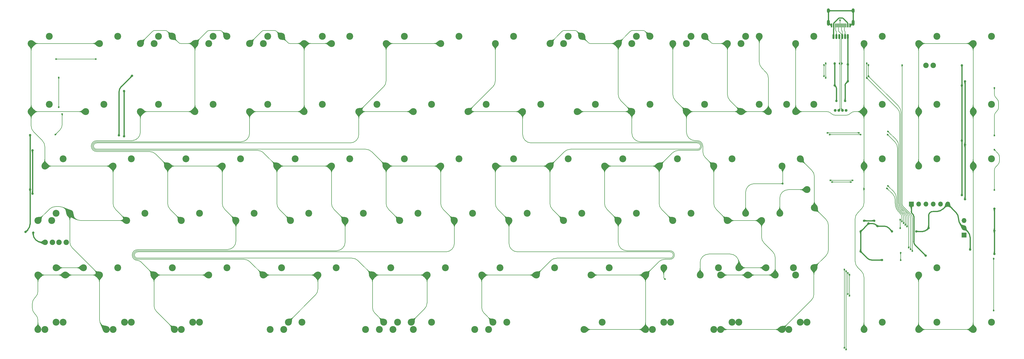
<source format=gbr>
%TF.GenerationSoftware,KiCad,Pcbnew,(6.0.6)*%
%TF.CreationDate,2022-09-06T18:10:03+07:00*%
%TF.ProjectId,solderCurved,736f6c64-6572-4437-9572-7665642e6b69,rev?*%
%TF.SameCoordinates,Original*%
%TF.FileFunction,Copper,L1,Top*%
%TF.FilePolarity,Positive*%
%FSLAX46Y46*%
G04 Gerber Fmt 4.6, Leading zero omitted, Abs format (unit mm)*
G04 Created by KiCad (PCBNEW (6.0.6)) date 2022-09-06 18:10:03*
%MOMM*%
%LPD*%
G01*
G04 APERTURE LIST*
%TA.AperFunction,ComponentPad*%
%ADD10C,2.400000*%
%TD*%
%TA.AperFunction,ComponentPad*%
%ADD11C,1.905000*%
%TD*%
%TA.AperFunction,ComponentPad*%
%ADD12C,1.000000*%
%TD*%
%TA.AperFunction,ComponentPad*%
%ADD13O,1.000000X1.000000*%
%TD*%
%TA.AperFunction,ComponentPad*%
%ADD14O,0.700000X1.800000*%
%TD*%
%TA.AperFunction,ComponentPad*%
%ADD15C,0.500000*%
%TD*%
%TA.AperFunction,ComponentPad*%
%ADD16R,1.700000X1.700000*%
%TD*%
%TA.AperFunction,ComponentPad*%
%ADD17O,1.700000X1.700000*%
%TD*%
%TA.AperFunction,SMDPad,CuDef*%
%ADD18R,0.600000X1.450000*%
%TD*%
%TA.AperFunction,SMDPad,CuDef*%
%ADD19R,0.300000X1.450000*%
%TD*%
%TA.AperFunction,ComponentPad*%
%ADD20O,1.000000X2.100000*%
%TD*%
%TA.AperFunction,ComponentPad*%
%ADD21O,1.000000X1.600000*%
%TD*%
%TA.AperFunction,ViaPad*%
%ADD22C,0.600000*%
%TD*%
%TA.AperFunction,ViaPad*%
%ADD23C,0.800000*%
%TD*%
%TA.AperFunction,Conductor*%
%ADD24C,0.200000*%
%TD*%
%TA.AperFunction,Conductor*%
%ADD25C,0.400000*%
%TD*%
G04 APERTURE END LIST*
D10*
%TO.P,MX1,1,COL*%
%TO.N,Col0*%
X20002500Y-21272500D03*
%TO.P,MX1,2,ROW*%
%TO.N,Net-(D1-Pad2)*%
X26352500Y-18732500D03*
%TD*%
%TO.P,MX9,1,COL*%
%TO.N,Col0*%
X43815000Y-21272500D03*
%TO.P,MX9,2,ROW*%
%TO.N,Net-(D7-Pad2)*%
X50165000Y-18732500D03*
%TD*%
%TO.P,MX15,1,COL*%
%TO.N,Net-(D13-Pad2)*%
X62865000Y-21272500D03*
%TO.P,MX15,2,ROW*%
%TO.N,Col1*%
X69215000Y-18732500D03*
%TD*%
%TO.P,MX21,1,COL*%
%TO.N,Net-(D19-Pad2)*%
X81915000Y-21272500D03*
%TO.P,MX21,2,ROW*%
%TO.N,Col1*%
X88265000Y-18732500D03*
%TD*%
%TO.P,MX26,1,COL*%
%TO.N,Net-(D24-Pad2)*%
X100965000Y-21272500D03*
%TO.P,MX26,2,ROW*%
%TO.N,Col2*%
X107315000Y-18732500D03*
%TD*%
%TO.P,MX31,1,COL*%
%TO.N,Col2*%
X124777500Y-21272500D03*
%TO.P,MX31,2,ROW*%
%TO.N,Net-(D29-Pad2)*%
X131127500Y-18732500D03*
%TD*%
%TO.P,MX36,1,COL*%
%TO.N,Col3*%
X143827500Y-21272500D03*
%TO.P,MX36,2,ROW*%
%TO.N,Net-(D34-Pad2)*%
X150177500Y-18732500D03*
%TD*%
%TO.P,MX41,1,COL*%
%TO.N,Col3*%
X162877500Y-21272500D03*
%TO.P,MX41,2,ROW*%
%TO.N,Net-(D39-Pad2)*%
X169227500Y-18732500D03*
%TD*%
%TO.P,MX47,1,COL*%
%TO.N,Col4*%
X181927500Y-21272500D03*
%TO.P,MX47,2,ROW*%
%TO.N,Net-(D45-Pad2)*%
X188277500Y-18732500D03*
%TD*%
%TO.P,MX52,1,COL*%
%TO.N,Net-(D50-Pad2)*%
X205740000Y-21272500D03*
%TO.P,MX52,2,ROW*%
%TO.N,Col5*%
X212090000Y-18732500D03*
%TD*%
%TO.P,MX57,1,COL*%
%TO.N,Col5*%
X224790000Y-21272500D03*
%TO.P,MX57,2,ROW*%
%TO.N,Net-(D55-Pad2)*%
X231140000Y-18732500D03*
%TD*%
%TO.P,MX62,1,COL*%
%TO.N,Col6*%
X243840000Y-21272500D03*
%TO.P,MX62,2,ROW*%
%TO.N,Net-(D60-Pad2)*%
X250190000Y-18732500D03*
%TD*%
%TO.P,MX67,1,COL*%
%TO.N,Col6*%
X262890000Y-21272500D03*
%TO.P,MX67,2,ROW*%
%TO.N,Net-(D65-Pad2)*%
X269240000Y-18732500D03*
%TD*%
%TO.P,MX73,1,COL*%
%TO.N,Col7*%
X286702500Y-21272500D03*
%TO.P,MX73,2,ROW*%
%TO.N,Net-(D70-Pad2)*%
X293052500Y-18732500D03*
%TD*%
%TO.P,MX84,1,COL*%
%TO.N,Col7*%
X310515000Y-21272500D03*
%TO.P,MX84,2,ROW*%
%TO.N,Net-(D78-Pad2)*%
X316865000Y-18732500D03*
%TD*%
%TO.P,MX88,1,COL*%
%TO.N,Col8*%
X329565000Y-21272500D03*
%TO.P,MX88,2,ROW*%
%TO.N,Net-(D82-Pad2)*%
X335915000Y-18732500D03*
%TD*%
%TO.P,MX93,1,COL*%
%TO.N,Col8*%
X348615000Y-21272500D03*
%TO.P,MX93,2,ROW*%
%TO.N,Net-(D87-Pad2)*%
X354965000Y-18732500D03*
%TD*%
%TO.P,MX2,1,COL*%
%TO.N,Col0*%
X20002500Y-45085000D03*
%TO.P,MX2,2,ROW*%
%TO.N,Net-(D2-Pad2)*%
X26352500Y-42545000D03*
%TD*%
%TO.P,MX10,1,COL*%
%TO.N,Col0*%
X39052500Y-45085000D03*
%TO.P,MX10,2,ROW*%
%TO.N,Net-(D8-Pad2)*%
X45402500Y-42545000D03*
%TD*%
%TO.P,MX16,1,COL*%
%TO.N,Col1*%
X58102500Y-45085000D03*
%TO.P,MX16,2,ROW*%
%TO.N,Net-(D14-Pad2)*%
X64452500Y-42545000D03*
%TD*%
%TO.P,MX22,1,COL*%
%TO.N,Col1*%
X77152500Y-45085000D03*
%TO.P,MX22,2,ROW*%
%TO.N,Net-(D20-Pad2)*%
X83502500Y-42545000D03*
%TD*%
%TO.P,MX27,1,COL*%
%TO.N,Col2*%
X96202500Y-45085000D03*
%TO.P,MX27,2,ROW*%
%TO.N,Net-(D25-Pad2)*%
X102552500Y-42545000D03*
%TD*%
%TO.P,MX32,1,COL*%
%TO.N,Col2*%
X115252500Y-45085000D03*
%TO.P,MX32,2,ROW*%
%TO.N,Net-(D30-Pad2)*%
X121602500Y-42545000D03*
%TD*%
%TO.P,MX37,1,COL*%
%TO.N,Col3*%
X134302500Y-45085000D03*
%TO.P,MX37,2,ROW*%
%TO.N,Net-(D35-Pad2)*%
X140652500Y-42545000D03*
%TD*%
%TO.P,MX42,1,COL*%
%TO.N,Col3*%
X153352500Y-45085000D03*
%TO.P,MX42,2,ROW*%
%TO.N,Net-(D40-Pad2)*%
X159702500Y-42545000D03*
%TD*%
%TO.P,MX48,1,COL*%
%TO.N,Col4*%
X172402500Y-45085000D03*
%TO.P,MX48,2,ROW*%
%TO.N,Net-(D46-Pad2)*%
X178752500Y-42545000D03*
%TD*%
%TO.P,MX53,1,COL*%
%TO.N,Col4*%
X191452500Y-45085000D03*
%TO.P,MX53,2,ROW*%
%TO.N,Net-(D51-Pad2)*%
X197802500Y-42545000D03*
%TD*%
%TO.P,MX58,1,COL*%
%TO.N,Col5*%
X210502500Y-45085000D03*
%TO.P,MX58,2,ROW*%
%TO.N,Net-(D56-Pad2)*%
X216852500Y-42545000D03*
%TD*%
%TO.P,MX63,1,COL*%
%TO.N,Col5*%
X229552500Y-45085000D03*
%TO.P,MX63,2,ROW*%
%TO.N,Net-(D61-Pad2)*%
X235902500Y-42545000D03*
%TD*%
%TO.P,MX68,1,COL*%
%TO.N,Col6*%
X248602500Y-45085000D03*
%TO.P,MX68,2,ROW*%
%TO.N,Net-(D66-Pad2)*%
X254952500Y-42545000D03*
%TD*%
%TO.P,MX74,1,COL*%
%TO.N,Col6*%
X267652500Y-45085000D03*
%TO.P,MX74,2,ROW*%
%TO.N,Net-(D71-Pad2)*%
X274002500Y-42545000D03*
%TD*%
%TO.P,MX82,1,COL*%
%TO.N,Col7*%
X286702500Y-45085000D03*
%TO.P,MX82,2,ROW*%
%TO.N,Net-(D76-Pad2)*%
X293052500Y-42545000D03*
%TD*%
%TO.P,MX85,1,COL*%
%TO.N,Col7*%
X310515000Y-45085000D03*
%TO.P,MX85,2,ROW*%
%TO.N,Net-(D79-Pad2)*%
X316865000Y-42545000D03*
%TD*%
%TO.P,MX89,1,COL*%
%TO.N,Col8*%
X329565000Y-45085000D03*
%TO.P,MX89,2,ROW*%
%TO.N,Net-(D83-Pad2)*%
X335915000Y-42545000D03*
%TD*%
%TO.P,MX94,1,COL*%
%TO.N,Col8*%
X348615000Y-45085000D03*
%TO.P,MX94,2,ROW*%
%TO.N,Net-(D88-Pad2)*%
X354965000Y-42545000D03*
%TD*%
%TO.P,MX3,1,COL*%
%TO.N,Col0*%
X24765000Y-64135000D03*
%TO.P,MX3,2,ROW*%
%TO.N,Net-(D3-Pad2)*%
X31115000Y-61595000D03*
%TD*%
%TO.P,MX11,1,COL*%
%TO.N,Col0*%
X48577500Y-64135000D03*
%TO.P,MX11,2,ROW*%
%TO.N,Net-(D9-Pad2)*%
X54927500Y-61595000D03*
%TD*%
%TO.P,MX17,1,COL*%
%TO.N,Col1*%
X67627500Y-64135000D03*
%TO.P,MX17,2,ROW*%
%TO.N,Net-(D15-Pad2)*%
X73977500Y-61595000D03*
%TD*%
%TO.P,MX23,1,COL*%
%TO.N,Col1*%
X86677500Y-64135000D03*
%TO.P,MX23,2,ROW*%
%TO.N,Net-(D21-Pad2)*%
X93027500Y-61595000D03*
%TD*%
%TO.P,MX28,1,COL*%
%TO.N,Col2*%
X105727500Y-64135000D03*
%TO.P,MX28,2,ROW*%
%TO.N,Net-(D26-Pad2)*%
X112077500Y-61595000D03*
%TD*%
%TO.P,MX33,1,COL*%
%TO.N,Col2*%
X124777500Y-64135000D03*
%TO.P,MX33,2,ROW*%
%TO.N,Net-(D31-Pad2)*%
X131127500Y-61595000D03*
%TD*%
%TO.P,MX38,1,COL*%
%TO.N,Col3*%
X143827500Y-64135000D03*
%TO.P,MX38,2,ROW*%
%TO.N,Net-(D36-Pad2)*%
X150177500Y-61595000D03*
%TD*%
%TO.P,MX43,1,COL*%
%TO.N,Col3*%
X162877500Y-64135000D03*
%TO.P,MX43,2,ROW*%
%TO.N,Net-(D41-Pad2)*%
X169227500Y-61595000D03*
%TD*%
%TO.P,MX49,1,COL*%
%TO.N,Col4*%
X181927500Y-64135000D03*
%TO.P,MX49,2,ROW*%
%TO.N,Net-(D47-Pad2)*%
X188277500Y-61595000D03*
%TD*%
%TO.P,MX54,1,COL*%
%TO.N,Col4*%
X200977500Y-64135000D03*
%TO.P,MX54,2,ROW*%
%TO.N,Net-(D52-Pad2)*%
X207327500Y-61595000D03*
%TD*%
%TO.P,MX59,1,COL*%
%TO.N,Col5*%
X220027500Y-64135000D03*
%TO.P,MX59,2,ROW*%
%TO.N,Net-(D57-Pad2)*%
X226377500Y-61595000D03*
%TD*%
%TO.P,MX64,1,COL*%
%TO.N,Col5*%
X239077500Y-64135000D03*
%TO.P,MX64,2,ROW*%
%TO.N,Net-(D62-Pad2)*%
X245427500Y-61595000D03*
%TD*%
%TO.P,MX69,1,COL*%
%TO.N,Col6*%
X258127500Y-64135000D03*
%TO.P,MX69,2,ROW*%
%TO.N,Net-(D67-Pad2)*%
X264477500Y-61595000D03*
%TD*%
%TO.P,MX8,1,COL*%
%TO.N,Net-(D4-Pad2)*%
X27146250Y-83185000D03*
%TO.P,MX8,2,ROW*%
%TO.N,Col0*%
X33496250Y-80645000D03*
%TD*%
%TO.P,MX12,1,COL*%
%TO.N,Col0*%
X53340000Y-83185000D03*
%TO.P,MX12,2,ROW*%
%TO.N,Net-(D10-Pad2)*%
X59690000Y-80645000D03*
%TD*%
%TO.P,MX18,1,COL*%
%TO.N,Col1*%
X72390000Y-83185000D03*
%TO.P,MX18,2,ROW*%
%TO.N,Net-(D16-Pad2)*%
X78740000Y-80645000D03*
%TD*%
%TO.P,MX24,1,COL*%
%TO.N,Col1*%
X91440000Y-83185000D03*
%TO.P,MX24,2,ROW*%
%TO.N,Net-(D22-Pad2)*%
X97790000Y-80645000D03*
%TD*%
%TO.P,MX29,1,COL*%
%TO.N,Col2*%
X110490000Y-83185000D03*
%TO.P,MX29,2,ROW*%
%TO.N,Net-(D27-Pad2)*%
X116840000Y-80645000D03*
%TD*%
%TO.P,MX34,1,COL*%
%TO.N,Col2*%
X129540000Y-83185000D03*
%TO.P,MX34,2,ROW*%
%TO.N,Net-(D32-Pad2)*%
X135890000Y-80645000D03*
%TD*%
%TO.P,MX39,1,COL*%
%TO.N,Col3*%
X148590000Y-83185000D03*
%TO.P,MX39,2,ROW*%
%TO.N,Net-(D37-Pad2)*%
X154940000Y-80645000D03*
%TD*%
%TO.P,MX44,1,COL*%
%TO.N,Col3*%
X167640000Y-83185000D03*
%TO.P,MX44,2,ROW*%
%TO.N,Net-(D42-Pad2)*%
X173990000Y-80645000D03*
%TD*%
%TO.P,MX50,1,COL*%
%TO.N,Col4*%
X186690000Y-83185000D03*
%TO.P,MX50,2,ROW*%
%TO.N,Net-(D48-Pad2)*%
X193040000Y-80645000D03*
%TD*%
%TO.P,MX55,1,COL*%
%TO.N,Col4*%
X205740000Y-83185000D03*
%TO.P,MX55,2,ROW*%
%TO.N,Net-(D53-Pad2)*%
X212090000Y-80645000D03*
%TD*%
%TO.P,MX60,1,COL*%
%TO.N,Col5*%
X224790000Y-83185000D03*
%TO.P,MX60,2,ROW*%
%TO.N,Net-(D58-Pad2)*%
X231140000Y-80645000D03*
%TD*%
%TO.P,MX65,1,COL*%
%TO.N,Col5*%
X243840000Y-83185000D03*
%TO.P,MX65,2,ROW*%
%TO.N,Net-(D63-Pad2)*%
X250190000Y-80645000D03*
%TD*%
%TO.P,MX5,1,COL*%
%TO.N,Col0*%
X22383750Y-102235000D03*
%TO.P,MX5,2,ROW*%
%TO.N,Net-(D5-Pad2)*%
X28733750Y-99695000D03*
%TD*%
%TO.P,MX13,1,COL*%
%TO.N,Col0*%
X43815000Y-102235000D03*
%TO.P,MX13,2,ROW*%
%TO.N,Net-(D11-Pad2)*%
X50165000Y-99695000D03*
%TD*%
%TO.P,MX19,1,COL*%
%TO.N,Col1*%
X62865000Y-102235000D03*
%TO.P,MX19,2,ROW*%
%TO.N,Net-(D17-Pad2)*%
X69215000Y-99695000D03*
%TD*%
%TO.P,MX25,1,COL*%
%TO.N,Col1*%
X81915000Y-102235000D03*
%TO.P,MX25,2,ROW*%
%TO.N,Net-(D23-Pad2)*%
X88265000Y-99695000D03*
%TD*%
%TO.P,MX30,1,COL*%
%TO.N,Col2*%
X100965000Y-102235000D03*
%TO.P,MX30,2,ROW*%
%TO.N,Net-(D28-Pad2)*%
X107315000Y-99695000D03*
%TD*%
%TO.P,MX35,1,COL*%
%TO.N,Col2*%
X120015000Y-102235000D03*
%TO.P,MX35,2,ROW*%
%TO.N,Net-(D33-Pad2)*%
X126365000Y-99695000D03*
%TD*%
%TO.P,MX40,1,COL*%
%TO.N,Col3*%
X139065000Y-102235000D03*
%TO.P,MX40,2,ROW*%
%TO.N,Net-(D38-Pad2)*%
X145415000Y-99695000D03*
%TD*%
%TO.P,MX45,1,COL*%
%TO.N,Col3*%
X158115000Y-102235000D03*
%TO.P,MX45,2,ROW*%
%TO.N,Net-(D43-Pad2)*%
X164465000Y-99695000D03*
%TD*%
%TO.P,MX51,1,COL*%
%TO.N,Col4*%
X177165000Y-102235000D03*
%TO.P,MX51,2,ROW*%
%TO.N,Net-(D49-Pad2)*%
X183515000Y-99695000D03*
%TD*%
%TO.P,MX56,1,COL*%
%TO.N,Col4*%
X196215000Y-102235000D03*
%TO.P,MX56,2,ROW*%
%TO.N,Net-(D54-Pad2)*%
X202565000Y-99695000D03*
%TD*%
%TO.P,MX61,1,COL*%
%TO.N,Col5*%
X215265000Y-102235000D03*
%TO.P,MX61,2,ROW*%
%TO.N,Net-(D59-Pad2)*%
X221615000Y-99695000D03*
%TD*%
%TO.P,MX66,1,COL*%
%TO.N,Col5*%
X234315000Y-102235000D03*
%TO.P,MX66,2,ROW*%
%TO.N,Net-(D64-Pad2)*%
X240665000Y-99695000D03*
%TD*%
%TO.P,MX70,1,COL*%
%TO.N,Col6*%
X260508750Y-102235000D03*
%TO.P,MX70,2,ROW*%
%TO.N,Net-(D68-Pad2)*%
X266858750Y-99695000D03*
%TD*%
%TO.P,MX78,1,COL*%
%TO.N,Net-(D74-Pad2)*%
X286702500Y-102235000D03*
%TO.P,MX78,2,ROW*%
%TO.N,Col6*%
X293052500Y-99695000D03*
%TD*%
%TO.P,MX91,1,COL*%
%TO.N,Col8*%
X329565000Y-102235000D03*
%TO.P,MX91,2,ROW*%
%TO.N,Net-(D85-Pad2)*%
X335915000Y-99695000D03*
%TD*%
%TO.P,MX7,1,COL*%
%TO.N,Col0*%
X24765000Y-121285000D03*
%TO.P,MX7,2,ROW*%
%TO.N,Net-(D6-Pad2)*%
X31115000Y-118745000D03*
%TD*%
%TO.P,MX14,1,COL*%
%TO.N,Col0*%
X48577500Y-121285000D03*
%TO.P,MX14,2,ROW*%
%TO.N,Net-(D12-Pad2)*%
X54927500Y-118745000D03*
%TD*%
%TO.P,MX46,1,COL*%
%TO.N,Col3*%
X153352500Y-121285000D03*
%TO.P,MX46,2,ROW*%
%TO.N,Net-(D44-Pad2)*%
X159702500Y-118745000D03*
%TD*%
%TO.P,MX87,1,COL*%
%TO.N,Col7*%
X310515000Y-121285000D03*
%TO.P,MX87,2,ROW*%
%TO.N,Net-(D81-Pad2)*%
X316865000Y-118745000D03*
%TD*%
%TO.P,MX92,1,COL*%
%TO.N,Col8*%
X329565000Y-121285000D03*
%TO.P,MX92,2,ROW*%
%TO.N,Net-(D86-Pad2)*%
X335915000Y-118745000D03*
%TD*%
%TO.P,MX96,1,COL*%
%TO.N,Col8*%
X348615000Y-121285000D03*
%TO.P,MX96,2,ROW*%
%TO.N,Net-(D90-Pad2)*%
X354965000Y-118745000D03*
%TD*%
%TO.P,MX20,1,COL*%
%TO.N,Col1*%
X72390000Y-121285000D03*
%TO.P,MX20,2,ROW*%
%TO.N,Net-(D18-Pad2)*%
X78740000Y-118745000D03*
%TD*%
%TO.P,MX72,1,COL*%
%TO.N,Col5*%
X234315000Y-121285000D03*
%TO.P,MX72,2,ROW*%
%TO.N,Net-(D69-Pad2)*%
X240665000Y-118745000D03*
%TD*%
%TO.P,MX79,1,COL*%
%TO.N,Col6*%
X258127500Y-121285000D03*
%TO.P,MX79,2,ROW*%
%TO.N,Net-(D75-Pad2)*%
X264477500Y-118745000D03*
%TD*%
%TO.P,MX83,1,COL*%
%TO.N,Col6*%
X281940000Y-121285000D03*
%TO.P,MX83,2,ROW*%
%TO.N,Net-(D77-Pad2)*%
X288290000Y-118745000D03*
%TD*%
%TO.P,MX77,1,COL*%
%TO.N,Col6*%
X274796250Y-83185000D03*
%TO.P,MX77,2,ROW*%
%TO.N,Net-(D73-Pad2)*%
X281146250Y-80645000D03*
%TD*%
%TO.P,MX86,1,COL*%
%TO.N,Col7*%
X310515000Y-64135000D03*
%TO.P,MX86,2,ROW*%
%TO.N,Net-(D80-Pad2)*%
X316865000Y-61595000D03*
%TD*%
%TO.P,MX90,1,COL*%
%TO.N,Col8*%
X329565000Y-64135000D03*
%TO.P,MX90,2,ROW*%
%TO.N,Net-(D84-Pad2)*%
X335915000Y-61595000D03*
%TD*%
%TO.P,MX95,1,COL*%
%TO.N,Col8*%
X348615000Y-64135000D03*
%TO.P,MX95,2,ROW*%
%TO.N,Net-(D89-Pad2)*%
X354965000Y-61595000D03*
%TD*%
D11*
%TO.P,LED2,1,K*%
%TO.N,Net-(LED2-Pad1)*%
X27463772Y-90805072D03*
%TO.P,LED2,2,A*%
%TO.N,+5V*%
X24923772Y-90805072D03*
%TD*%
%TO.P,LED3,1,K*%
%TO.N,Net-(LED2-Pad1)*%
X29686250Y-90805000D03*
%TO.P,LED3,2,A*%
%TO.N,+5V*%
X32226250Y-90805000D03*
%TD*%
D10*
%TO.P,MX80,1,COL*%
%TO.N,Net-(D72-Pad2)*%
X281940000Y-64135000D03*
%TO.P,MX80,2,ROW*%
%TO.N,Col6*%
X288290000Y-61595000D03*
%TD*%
%TO.P,MX75,1,COL*%
%TO.N,Col6*%
X277177500Y-45085000D03*
%TO.P,MX75,2,ROW*%
%TO.N,Net-(D71-Pad2)*%
X283527500Y-42545000D03*
%TD*%
%TO.P,MX71,1,COL*%
%TO.N,Col6*%
X270033750Y-102235000D03*
%TO.P,MX71,2,ROW*%
%TO.N,Net-(D68-Pad2)*%
X276383750Y-99695000D03*
%TD*%
%TO.P,MX6,1,COL*%
%TO.N,Col0*%
X31908750Y-102235000D03*
%TO.P,MX6,2,ROW*%
%TO.N,Net-(D5-Pad2)*%
X38258750Y-99695000D03*
%TD*%
%TO.P,MX4,1,COL*%
%TO.N,Col0*%
X22383772Y-83185072D03*
%TO.P,MX4,2,ROW*%
%TO.N,Net-(D4-Pad2)*%
X28733772Y-80645072D03*
%TD*%
%TO.P,MX81,1,COL*%
%TO.N,Net-(D73-Pad2)*%
X290671492Y-72390064D03*
%TO.P,MX81,2,ROW*%
%TO.N,Col6*%
X293211492Y-78740064D03*
%TD*%
%TO.P,MX76,1,COL*%
%TO.N,Col6*%
X262890224Y-83185072D03*
%TO.P,MX76,2,ROW*%
%TO.N,Net-(D72-Pad2)*%
X269240224Y-80645072D03*
%TD*%
D11*
%TO.P,LED1,1,K*%
%TO.N,Net-(LED1-Pad1)*%
X332105000Y-28892500D03*
%TO.P,LED1,2,A*%
%TO.N,+5V*%
X334645000Y-28892500D03*
%TD*%
D12*
%TO.P,J5,1,Pin_1*%
%TO.N,+5V*%
X300514218Y-44662510D03*
D13*
%TO.P,J5,2,Pin_2*%
%TO.N,DG-*%
X301784218Y-44662510D03*
%TO.P,J5,3,Pin_3*%
%TO.N,DG+*%
X303054218Y-44662510D03*
%TO.P,J5,4,Pin_4*%
%TO.N,GND*%
X304324218Y-44662510D03*
%TD*%
D10*
%TO.P,MX105,1,COL*%
%TO.N,Net-(D55-Pad2)*%
X229552500Y-21272500D03*
%TO.P,MX105,2,ROW*%
%TO.N,Col5*%
X235902500Y-18732500D03*
%TD*%
%TO.P,MX107,1,COL*%
%TO.N,Net-(D65-Pad2)*%
X267652500Y-21272500D03*
%TO.P,MX107,2,ROW*%
%TO.N,Col6*%
X274002500Y-18732500D03*
%TD*%
%TO.P,MX106,1,COL*%
%TO.N,Net-(D60-Pad2)*%
X248602500Y-21272500D03*
%TO.P,MX106,2,ROW*%
%TO.N,Col6*%
X254952500Y-18732500D03*
%TD*%
%TO.P,MX104,1,COL*%
%TO.N,Col5*%
X200977500Y-21272500D03*
%TO.P,MX104,2,ROW*%
%TO.N,Net-(D50-Pad2)*%
X207327500Y-18732500D03*
%TD*%
%TO.P,MX99,1,COL*%
%TO.N,Col2*%
X96202500Y-21272500D03*
%TO.P,MX99,2,ROW*%
%TO.N,Net-(D24-Pad2)*%
X102552500Y-18732500D03*
%TD*%
%TO.P,MX100,1,COL*%
%TO.N,Col2*%
X115252500Y-21272500D03*
%TO.P,MX100,2,ROW*%
%TO.N,Net-(D29-Pad2)*%
X121602500Y-18732500D03*
%TD*%
%TO.P,MX98,1,COL*%
%TO.N,Col1*%
X77152500Y-21272500D03*
%TO.P,MX98,2,ROW*%
%TO.N,Net-(D19-Pad2)*%
X83502500Y-18732500D03*
%TD*%
%TO.P,MX97,1,COL*%
%TO.N,Col1*%
X58102500Y-21272500D03*
%TO.P,MX97,2,ROW*%
%TO.N,Net-(D13-Pad2)*%
X64452500Y-18732500D03*
%TD*%
D14*
%TO.P,J8,1,Pin_1*%
%TO.N,VCC*%
X299919218Y-18812510D03*
D15*
X299919218Y-19412510D03*
X299919218Y-18212510D03*
D14*
%TO.P,J8,2,Pin_2*%
%TO.N,AAA*%
X300919218Y-18812510D03*
D15*
X300919218Y-18212510D03*
X300919218Y-19412510D03*
%TO.P,J8,3,Pin_3*%
%TO.N,DG-*%
X301919218Y-18212510D03*
D14*
X301919218Y-18812510D03*
D15*
X301919218Y-19412510D03*
D14*
%TO.P,J8,4,Pin_4*%
%TO.N,DG+*%
X302919218Y-18812510D03*
D15*
X302919218Y-19412510D03*
X302919218Y-18212510D03*
%TO.P,J8,5,Pin_5*%
%TO.N,AAA*%
X303919218Y-18212510D03*
X303919218Y-19412510D03*
D14*
X303919218Y-18812510D03*
D15*
%TO.P,J8,6,Pin_6*%
%TO.N,GND*%
X304919218Y-19412510D03*
D14*
X304919218Y-18812510D03*
D15*
X304919218Y-18212510D03*
%TD*%
D10*
%TO.P,MX119,1,COL*%
%TO.N,Col6*%
X279558724Y-102235048D03*
%TO.P,MX119,2,ROW*%
%TO.N,Net-(D74-Pad2)*%
X285908724Y-99695048D03*
%TD*%
%TO.P,MX120,1,COL*%
%TO.N,Net-(D68-Pad2)*%
X253364952Y-102235048D03*
%TO.P,MX120,2,ROW*%
%TO.N,Col6*%
X259714952Y-99695048D03*
%TD*%
%TO.P,MX101,1,COL*%
%TO.N,Col0*%
X22383772Y-121285072D03*
%TO.P,MX101,2,ROW*%
%TO.N,Net-(D6-Pad2)*%
X28733772Y-118745072D03*
%TD*%
%TO.P,MX102,1,COL*%
%TO.N,Col0*%
X46196272Y-121285072D03*
%TO.P,MX102,2,ROW*%
%TO.N,Net-(D12-Pad2)*%
X52546272Y-118745072D03*
%TD*%
%TO.P,MX103,1,COL*%
%TO.N,Col1*%
X70008772Y-121285072D03*
%TO.P,MX103,2,ROW*%
%TO.N,Net-(D18-Pad2)*%
X76358772Y-118745072D03*
%TD*%
%TO.P,MX108,1,COL*%
%TO.N,Col3*%
X141446272Y-121285072D03*
%TO.P,MX108,2,ROW*%
%TO.N,Net-(D44-Pad2)*%
X147796272Y-118745072D03*
%TD*%
%TO.P,MX109,1,COL*%
%TO.N,Net-(D44-Pad2)*%
X136683772Y-121285072D03*
%TO.P,MX109,2,ROW*%
%TO.N,Col3*%
X143033772Y-118745072D03*
%TD*%
%TO.P,MX110,1,COL*%
%TO.N,Col2*%
X108108772Y-121285072D03*
%TO.P,MX110,2,ROW*%
%TO.N,Net-(D92-Pad2)*%
X114458772Y-118745072D03*
%TD*%
%TO.P,MX111,1,COL*%
%TO.N,Net-(D92-Pad2)*%
X103346272Y-121285072D03*
%TO.P,MX111,2,ROW*%
%TO.N,Col2*%
X109696272Y-118745072D03*
%TD*%
%TO.P,MX112,1,COL*%
%TO.N,Net-(D44-Pad2)*%
X146208772Y-121285072D03*
%TO.P,MX112,2,ROW*%
%TO.N,Col3*%
X152558772Y-118745072D03*
%TD*%
%TO.P,MX113,1,COL*%
%TO.N,Col4*%
X179546272Y-121285072D03*
%TO.P,MX113,2,ROW*%
%TO.N,Net-(D93-Pad2)*%
X185896272Y-118745072D03*
%TD*%
%TO.P,MX114,1,COL*%
%TO.N,Net-(D93-Pad2)*%
X174783772Y-121285072D03*
%TO.P,MX114,2,ROW*%
%TO.N,Col4*%
X181133772Y-118745072D03*
%TD*%
%TO.P,MX115,1,COL*%
%TO.N,Col5*%
X212883772Y-121285072D03*
%TO.P,MX115,2,ROW*%
%TO.N,Net-(D91-Pad2)*%
X219233772Y-118745072D03*
%TD*%
%TO.P,MX116,1,COL*%
%TO.N,Col5*%
X236696272Y-121285072D03*
%TO.P,MX116,2,ROW*%
%TO.N,Net-(D69-Pad2)*%
X243046272Y-118745072D03*
%TD*%
%TO.P,MX117,1,COL*%
%TO.N,Col6*%
X260508772Y-121285072D03*
%TO.P,MX117,2,ROW*%
%TO.N,Net-(D75-Pad2)*%
X266858772Y-118745072D03*
%TD*%
%TO.P,MX118,1,COL*%
%TO.N,Col6*%
X284321272Y-121285072D03*
%TO.P,MX118,2,ROW*%
%TO.N,Net-(D77-Pad2)*%
X290671272Y-118745072D03*
%TD*%
D16*
%TO.P,J4,1,Pin_1*%
%TO.N,GND*%
X345400000Y-88265000D03*
D17*
%TO.P,J4,2,Pin_2*%
%TO.N,+5V*%
X345400000Y-85725000D03*
%TO.P,J4,3,Pin_3*%
%TO.N,LedBar*%
X345400000Y-83185000D03*
%TD*%
D16*
%TO.P,J10,1,Pin_1*%
%TO.N,GND*%
X327025000Y-77470000D03*
D17*
%TO.P,J10,2,Pin_2*%
%TO.N,RST*%
X329565000Y-77470000D03*
%TO.P,J10,3,Pin_3*%
%TO.N,SCK*%
X332105000Y-77470000D03*
%TO.P,J10,4,Pin_4*%
%TO.N,MOSI*%
X334645000Y-77470000D03*
%TO.P,J10,5,Pin_5*%
%TO.N,MISO*%
X337185000Y-77470000D03*
%TO.P,J10,6,Pin_6*%
%TO.N,+5V*%
X339725000Y-77470000D03*
%TD*%
D18*
%TO.P,USB2,1,GND*%
%TO.N,GND*%
X305660995Y-14904598D03*
%TO.P,USB2,2,VBUS*%
%TO.N,VCC*%
X304885995Y-14904598D03*
D19*
%TO.P,USB2,3,SBU2*%
%TO.N,Net-(USB1-Pad3)*%
X304185995Y-14904598D03*
%TO.P,USB2,4,CC1*%
%TO.N,AAA*%
X303685995Y-14904598D03*
%TO.P,USB2,5,DN2*%
%TO.N,DG-*%
X303185995Y-14904598D03*
%TO.P,USB2,6,DP1*%
%TO.N,DG+*%
X302685995Y-14904598D03*
%TO.P,USB2,7,DN1*%
%TO.N,DG-*%
X302185995Y-14904598D03*
%TO.P,USB2,8,DP2*%
%TO.N,DG+*%
X301685995Y-14904598D03*
%TO.P,USB2,9,SBU1*%
%TO.N,Net-(USB1-Pad9)*%
X301185995Y-14904598D03*
%TO.P,USB2,10,CC2*%
%TO.N,AAA*%
X300685995Y-14904598D03*
D18*
%TO.P,USB2,11,VBUS*%
%TO.N,VCC*%
X299985995Y-14904598D03*
%TO.P,USB2,12,GND*%
%TO.N,GND*%
X299210995Y-14904598D03*
D20*
%TO.P,USB2,13,SHIELD*%
X306755995Y-13989598D03*
D21*
X306755995Y-9809598D03*
X298115995Y-9809598D03*
D20*
X298115995Y-13989598D03*
%TD*%
D21*
%TO.P,USB1,13,SHIELD*%
%TO.N,GND*%
X298115995Y-9809598D03*
D20*
X306755995Y-13989598D03*
X298115995Y-13989598D03*
D21*
X306755995Y-9809598D03*
%TD*%
D22*
%TO.N,Net-(D64-Pad2)*%
X241151569Y-103709450D03*
D23*
%TO.N,+5V*%
X344686188Y-74259418D03*
X328737500Y-86987500D03*
X333055000Y-85787500D03*
X344686188Y-35968760D03*
X344686188Y-55209402D03*
X52445535Y-53763863D03*
X316825000Y-96987500D03*
X52445535Y-37897673D03*
X20699376Y-87395348D03*
X320325000Y-86987500D03*
X347551569Y-93309450D03*
X312075000Y-84237500D03*
X300325000Y-28266946D03*
X309325000Y-93987500D03*
X315219218Y-85162510D03*
X20465622Y-58593776D03*
X344686188Y-28892500D03*
X300325000Y-35968760D03*
X20465622Y-73768776D03*
X300919218Y-41385552D03*
X309325000Y-86987500D03*
%TO.N,GND*%
X345733845Y-75759418D03*
X356000000Y-79056572D03*
X304919218Y-28588191D03*
X19650000Y-72378170D03*
X356000000Y-86725000D03*
X304919218Y-34468760D03*
X345733845Y-56709402D03*
X303919218Y-41386188D03*
X356000000Y-94912248D03*
X19650000Y-53328154D03*
X50640622Y-53368776D03*
X18045309Y-87179691D03*
X55187709Y-32539847D03*
X332055000Y-95487500D03*
X345733845Y-34468760D03*
X314075000Y-83237500D03*
X310575000Y-83237500D03*
D22*
%TO.N,DG-*%
X301994218Y-28277355D03*
X302185995Y-13053306D03*
%TO.N,DG+*%
X302844218Y-28277355D03*
%TO.N,R0*%
X28662500Y-26712500D03*
X296603405Y-32715905D03*
X312090941Y-32715905D03*
X326772777Y-93266561D03*
X42612500Y-26712500D03*
X312090941Y-28774994D03*
X296603405Y-28774994D03*
%TO.N,R3*%
X297726613Y-52509450D03*
X325572777Y-85287500D03*
X308751569Y-52509450D03*
X318886494Y-51987494D03*
%TO.N,Net-(D72-Pad2)*%
X282170393Y-70290626D03*
%TO.N,R1*%
X311490941Y-28174994D03*
X311490941Y-33315905D03*
X297203405Y-33315905D03*
X297203405Y-28174994D03*
X326172777Y-92666561D03*
%TO.N,indicator1*%
X323816682Y-28872669D03*
X327372777Y-93866561D03*
%TO.N,Net-(RGB1-Pad2)*%
X29640622Y-43568776D03*
X28440622Y-53168776D03*
X29640622Y-33168776D03*
X30840622Y-45968776D03*
%TO.N,Net-(RGB11-Pad4)*%
X355997154Y-53509402D03*
X356000622Y-36818760D03*
%TO.N,Net-(RGB12-Pad2)*%
X355751521Y-114709402D03*
X355751521Y-96509402D03*
%TO.N,Net-(RGB14-Pad2)*%
X355997154Y-58409402D03*
X355997154Y-72559418D03*
%TO.N,Col7*%
X310515000Y-72146019D03*
%TO.N,RST*%
X323172777Y-85887500D03*
X323172777Y-82887500D03*
%TO.N,R8*%
X305497174Y-102095000D03*
X305497174Y-109537504D03*
%TO.N,R10*%
X304296622Y-128325000D03*
X304296622Y-100895000D03*
%TO.N,R9*%
X304897174Y-101495000D03*
X304897174Y-108937504D03*
%TO.N,R11*%
X303696622Y-127725000D03*
X303696622Y-100295000D03*
%TO.N,SCK*%
X318551569Y-71909450D03*
X323772777Y-83487500D03*
X305951569Y-69709450D03*
X299351569Y-69709450D03*
%TO.N,MOSI*%
X306551569Y-69109450D03*
X324372777Y-84087500D03*
X318886494Y-71037494D03*
X298785882Y-69109450D03*
%TO.N,MISO*%
X309351569Y-53109450D03*
X298551569Y-53109450D03*
X324972777Y-84687500D03*
X318751569Y-53109450D03*
%TO.N,RGB*%
X323305000Y-94466561D03*
X323305000Y-97087500D03*
%TD*%
D24*
%TO.N,Col6*%
X293211471Y-67759133D02*
G75*
G03*
X292332812Y-65637812I-2999971J33D01*
G01*
X297240207Y-82768783D02*
G75*
G02*
X298118888Y-84890101I-2121307J-2121317D01*
G01*
X298118871Y-93385971D02*
G75*
G02*
X297240208Y-95507292I-2999971J-29D01*
G01*
X293052471Y-108929859D02*
G75*
G02*
X292173820Y-111051180I-2999971J-41D01*
G01*
%TO.N,Net-(D73-Pad2)*%
X284146250Y-72390064D02*
X290671492Y-72390064D01*
X281146250Y-80645000D02*
X281146250Y-75390064D01*
X281146264Y-75390064D02*
G75*
G02*
X284146250Y-72390064I3000036J-36D01*
G01*
%TO.N,Net-(D5-Pad2)*%
X38258750Y-99695000D02*
X28733750Y-99695000D01*
%TO.N,Net-(D64-Pad2)*%
X240665000Y-103222881D02*
X241151569Y-103709450D01*
X240665000Y-99695000D02*
X240665000Y-103222881D01*
%TO.N,Net-(D68-Pad2)*%
X256364952Y-94909450D02*
X263858750Y-94909450D01*
X253364952Y-102235048D02*
X253364952Y-97909450D01*
X266858750Y-97909450D02*
X266858750Y-99695000D01*
X266858750Y-99695000D02*
X276383750Y-99695000D01*
X266858750Y-97909450D02*
G75*
G03*
X263858750Y-94909450I-3000050J-50D01*
G01*
X256364952Y-94909452D02*
G75*
G03*
X253364952Y-97909450I48J-3000048D01*
G01*
D25*
%TO.N,+5V*%
X344686188Y-28892500D02*
X344686188Y-28892500D01*
X333055000Y-85787500D02*
X333055000Y-85787500D01*
X300325000Y-35968760D02*
X300325000Y-35968760D01*
X344686188Y-35968760D02*
X344686188Y-35968760D01*
X52445535Y-53763863D02*
X52445535Y-53763863D01*
X316825000Y-96987500D02*
X313153427Y-96987500D01*
X311739213Y-96401713D02*
X309325000Y-93987500D01*
X333055000Y-85787500D02*
X332440786Y-86401714D01*
X344378680Y-84703680D02*
X345400000Y-85725000D01*
X344686188Y-55209402D02*
X344686188Y-35968760D01*
X343500000Y-82487641D02*
X343500000Y-82582359D01*
X52445535Y-37897673D02*
X52445535Y-53763863D01*
X309325000Y-93987500D02*
X309325000Y-86987500D01*
X312075000Y-84237500D02*
X313465781Y-84237500D01*
X344686188Y-55209402D02*
X344686188Y-74259418D01*
X309325000Y-86987500D02*
X312075000Y-84237500D01*
X315219218Y-85162510D02*
X317671583Y-85162510D01*
X344686188Y-35968760D02*
X344686188Y-28892500D01*
X339725000Y-77470000D02*
X342621321Y-80366321D01*
X333055000Y-85787500D02*
X333055000Y-81555066D01*
X300325000Y-28266946D02*
X300325000Y-35968760D01*
X20465622Y-58593776D02*
X20465622Y-73768776D01*
X347551569Y-89119210D02*
X347551569Y-93309450D01*
X20699376Y-87395348D02*
X20699376Y-87805072D01*
X23699376Y-90805072D02*
X24923772Y-90805072D01*
X336055000Y-79997729D02*
X336120709Y-79997729D01*
X319085797Y-85748297D02*
X320325000Y-86987500D01*
X300626325Y-36270085D02*
X300325000Y-35968760D01*
X300919218Y-41385552D02*
X300919218Y-36977192D01*
X336055000Y-79997729D02*
X334612337Y-79997729D01*
X314879995Y-84823287D02*
X315219218Y-85162510D01*
X338073680Y-79121320D02*
X339725000Y-77470000D01*
X331026573Y-86987500D02*
X328737500Y-86987500D01*
X345400000Y-85725000D02*
X346672890Y-86997890D01*
X313465781Y-84237514D02*
G75*
G02*
X314879995Y-84823287I19J-1999986D01*
G01*
X317671583Y-85162520D02*
G75*
G02*
X319085796Y-85748298I17J-1999980D01*
G01*
X343499971Y-82487641D02*
G75*
G03*
X342621321Y-80366321I-2999971J41D01*
G01*
X343500029Y-82582359D02*
G75*
G03*
X344378680Y-84703680I2999971J-41D01*
G01*
X338073700Y-79121340D02*
G75*
G02*
X336120709Y-79997728I-2132200J2137240D01*
G01*
X347551571Y-89119210D02*
G75*
G03*
X346672890Y-86997890I-2999971J10D01*
G01*
X334612337Y-79997800D02*
G75*
G03*
X333055000Y-81555066I-37J-1557300D01*
G01*
X331026573Y-86987480D02*
G75*
G03*
X332440785Y-86401713I27J1999980D01*
G01*
X23699376Y-90805074D02*
G75*
G02*
X20699376Y-87805072I4J3000004D01*
G01*
X311739199Y-96401727D02*
G75*
G03*
X313153427Y-96987500I1414201J1414227D01*
G01*
X300919218Y-36977192D02*
G75*
G03*
X300626325Y-36270085I-1000018J-8D01*
G01*
%TO.N,GND*%
X18045309Y-87179691D02*
X18045309Y-87179691D01*
X304919218Y-34468760D02*
X304919218Y-34468760D01*
X345733845Y-34468760D02*
X345733845Y-34468760D01*
X19650000Y-53328154D02*
X19650000Y-53328154D01*
X356000000Y-79056572D02*
X356000000Y-79056572D01*
X19650000Y-72378170D02*
X19650000Y-53328154D01*
X18771320Y-86453680D02*
X18045309Y-87179691D01*
X356000000Y-86725000D02*
X356000000Y-79056572D01*
X314075000Y-83237500D02*
X310575000Y-83237500D01*
X327317893Y-80746091D02*
X327582107Y-81010305D01*
X303919218Y-41386188D02*
X303919218Y-35882974D01*
X345733845Y-56709402D02*
X345733845Y-75759418D01*
X356000000Y-94912248D02*
X356000000Y-86725000D01*
X345733845Y-56709402D02*
X345733845Y-34468760D01*
X298115995Y-9809598D02*
X306755995Y-9809598D01*
X50640622Y-53368776D02*
X50640622Y-38329575D01*
X51519302Y-36208254D02*
X55187709Y-32539847D01*
X304919218Y-28588191D02*
X304919218Y-34468760D01*
X299030995Y-14904598D02*
X298115995Y-13989598D01*
X19650000Y-72378170D02*
X19650000Y-84332359D01*
X328460787Y-91893287D02*
X332055000Y-95487500D01*
X327025000Y-77470000D02*
X327025000Y-80038984D01*
X299210995Y-14904598D02*
X299030995Y-14904598D01*
X306755995Y-9809598D02*
X306755995Y-13989598D01*
X298115995Y-9809598D02*
X298115995Y-13989598D01*
X304919218Y-28588191D02*
X304919218Y-19412510D01*
X304212111Y-35175867D02*
X304919218Y-34468760D01*
X305840995Y-14904598D02*
X306755995Y-13989598D01*
X305660995Y-14904598D02*
X305840995Y-14904598D01*
X327875000Y-81717412D02*
X327875000Y-90479073D01*
X18771320Y-86453680D02*
G75*
G03*
X19650000Y-84332359I-2121320J2121320D01*
G01*
X327025012Y-80038984D02*
G75*
G03*
X327317894Y-80746090I999988J-16D01*
G01*
X327874991Y-81717412D02*
G75*
G03*
X327582106Y-81010306I-999991J12D01*
G01*
X51519319Y-36208271D02*
G75*
G03*
X50640622Y-38329575I2121281J-2121329D01*
G01*
X304212128Y-35175884D02*
G75*
G03*
X303919218Y-35882974I707072J-707116D01*
G01*
X327875020Y-90479073D02*
G75*
G03*
X328460788Y-91893286I1999980J-27D01*
G01*
D24*
%TO.N,DG-*%
X302194218Y-28477355D02*
X301994218Y-28277355D01*
X301784218Y-44662510D02*
X302194218Y-44252510D01*
X302185995Y-14904598D02*
X302185995Y-13053306D01*
X301994218Y-28277355D02*
X302194218Y-28077355D01*
X302194218Y-44252510D02*
X302194218Y-28477355D01*
X302194218Y-19687510D02*
X301919218Y-19412510D01*
X302194218Y-28077355D02*
X302194218Y-19687510D01*
%TO.N,DG+*%
X303054218Y-44662510D02*
X302644218Y-44252510D01*
X302759219Y-16741719D02*
X302845995Y-16828495D01*
X301759219Y-17052511D02*
X302919218Y-18212510D01*
X302644218Y-19687510D02*
X302919218Y-19412510D01*
X302844218Y-28277355D02*
X302644218Y-28077355D01*
X302644218Y-44252510D02*
X302644218Y-28477355D01*
X301685995Y-14904598D02*
X301685995Y-16875734D01*
X302685995Y-14904598D02*
X302685995Y-16564942D01*
X302919218Y-17005271D02*
X302919218Y-18212510D01*
X302644218Y-28477355D02*
X302844218Y-28277355D01*
X302644218Y-28077355D02*
X302644218Y-19687510D01*
X302759239Y-16741699D02*
G75*
G02*
X302685995Y-16564942I176761J176799D01*
G01*
X301685973Y-16875734D02*
G75*
G03*
X301759219Y-17052511I250027J34D01*
G01*
X302845984Y-16828506D02*
G75*
G02*
X302919218Y-17005271I-176784J-176794D01*
G01*
%TO.N,R0*%
X326772777Y-82302221D02*
X326772777Y-93266561D01*
X312090941Y-32715905D02*
X322537993Y-43162957D01*
X28662500Y-26712500D02*
X42612500Y-26712500D01*
X312090941Y-32715905D02*
X312090941Y-28774994D01*
X323416672Y-45284277D02*
X323416672Y-77123576D01*
X296603405Y-28774994D02*
X296603405Y-32715905D01*
X324119616Y-78820633D02*
X326186991Y-80888008D01*
X326186997Y-80888002D02*
G75*
G02*
X326772777Y-82302221I-1414197J-1414198D01*
G01*
X323416696Y-45284277D02*
G75*
G03*
X322537993Y-43162957I-2999996J-23D01*
G01*
X323416697Y-77123576D02*
G75*
G03*
X324119616Y-78820633I2400003J-24D01*
G01*
%TO.N,R3*%
X325572777Y-85287500D02*
X325572777Y-82233617D01*
X321737974Y-54838974D02*
X318886494Y-51987494D01*
X324986990Y-80819403D02*
X323553912Y-79386325D01*
X322616654Y-77123584D02*
X322616654Y-56960295D01*
X308751569Y-52509450D02*
X297726613Y-52509450D01*
X323553915Y-79386322D02*
G75*
G02*
X322616654Y-77123584I2262685J2262722D01*
G01*
X324986994Y-80819399D02*
G75*
G02*
X325572777Y-82233617I-1414194J-1414201D01*
G01*
X322616671Y-56960295D02*
G75*
G03*
X321737974Y-54838974I-2999971J-5D01*
G01*
%TO.N,Net-(D72-Pad2)*%
X282170393Y-70290626D02*
X282170393Y-64135000D01*
X272240224Y-70290626D02*
X282170393Y-70290626D01*
X269240224Y-80645072D02*
X269240224Y-73290626D01*
X272240224Y-70290624D02*
G75*
G03*
X269240224Y-73290626I-24J-2999976D01*
G01*
D25*
%TO.N,VCC*%
X299985995Y-14904598D02*
X299985995Y-16199005D01*
X299919218Y-16265782D02*
X299919218Y-18212510D01*
X299985995Y-16199005D02*
X299919218Y-16265782D01*
X304885995Y-14904598D02*
X304885995Y-14299707D01*
X304739548Y-13946153D02*
X303293146Y-12499751D01*
X301932397Y-12353305D02*
X302939593Y-12353305D01*
X299985995Y-14904598D02*
X299985995Y-14299707D01*
X300132442Y-13946153D02*
X301578844Y-12499751D01*
X303293148Y-12499749D02*
G75*
G03*
X302939593Y-12353305I-353548J-353551D01*
G01*
X304739550Y-13946151D02*
G75*
G02*
X304885995Y-14299707I-353550J-353549D01*
G01*
X301578847Y-12499754D02*
G75*
G02*
X301932397Y-12353305I353553J-353546D01*
G01*
X300132438Y-13946149D02*
G75*
G03*
X299985995Y-14299707I353562J-353551D01*
G01*
D24*
%TO.N,R1*%
X297203405Y-33315905D02*
X297203405Y-33315905D01*
X311490941Y-33315905D02*
X311490941Y-28174994D01*
X326172777Y-92666561D02*
X326172777Y-82267919D01*
X322137982Y-43962946D02*
X311490941Y-33315905D01*
X323016662Y-77123579D02*
X323016662Y-46084267D01*
X311490941Y-33315905D02*
X311490941Y-33315905D01*
X297203405Y-28174994D02*
X297203405Y-33315905D01*
X325586990Y-80853705D02*
X323836763Y-79103478D01*
X326172770Y-82267919D02*
G75*
G03*
X325586990Y-80853705I-1999970J19D01*
G01*
X322137957Y-43962971D02*
G75*
G02*
X323016662Y-46084267I-2121257J-2121329D01*
G01*
X323016688Y-77123579D02*
G75*
G03*
X323836763Y-79103478I2800012J-21D01*
G01*
%TO.N,indicator1*%
X323816682Y-28872669D02*
X323816682Y-28872669D01*
X324402469Y-78537787D02*
X326786991Y-80922309D01*
X327372777Y-82336522D02*
X327372777Y-93866561D01*
X323816682Y-28872669D02*
X323816682Y-77123573D01*
X324402452Y-78537804D02*
G75*
G02*
X323816682Y-77123573I1414248J1414204D01*
G01*
X326786997Y-80922303D02*
G75*
G02*
X327372777Y-82336522I-1414197J-1414197D01*
G01*
%TO.N,Net-(RGB1-Pad2)*%
X29640622Y-43568776D02*
X29640622Y-43568776D01*
X29640622Y-33168776D02*
X29640622Y-43568776D01*
X30840622Y-49526135D02*
X30840622Y-45968776D01*
X28440622Y-53168776D02*
X29961943Y-51647455D01*
X30840640Y-49526135D02*
G75*
G02*
X29961943Y-51647455I-3000040J35D01*
G01*
%TO.N,Net-(RGB11-Pad4)*%
X356582941Y-45253277D02*
X356899653Y-44936565D01*
X357485439Y-41996859D02*
X357485439Y-43522352D01*
X355997154Y-53509402D02*
X355997154Y-46667491D01*
X356000622Y-36818760D02*
X356000622Y-38855188D01*
X356586409Y-40269402D02*
X356899653Y-40582646D01*
X356582936Y-45253272D02*
G75*
G03*
X355997154Y-46667491I1414264J-1414228D01*
G01*
X357485456Y-41996859D02*
G75*
G03*
X356899653Y-40582646I-2000056J-41D01*
G01*
X357485393Y-43522352D02*
G75*
G02*
X356899653Y-44936565I-1999993J-48D01*
G01*
X356000625Y-38855188D02*
G75*
G03*
X356586410Y-40269401I1999975J-12D01*
G01*
%TO.N,Net-(RGB12-Pad2)*%
X355751521Y-114709402D02*
X355751521Y-114709402D01*
X355751521Y-96509402D02*
X355751521Y-114709402D01*
%TO.N,Net-(RGB14-Pad2)*%
X355997154Y-72559418D02*
X355997154Y-65717507D01*
X356582941Y-64303293D02*
X357197310Y-63688924D01*
X357197309Y-59609557D02*
X355997154Y-58409402D01*
X357783096Y-62274711D02*
X357783096Y-61023771D01*
X357197294Y-59609572D02*
G75*
G02*
X357783096Y-61023771I-1414194J-1414228D01*
G01*
X356582928Y-64303280D02*
G75*
G03*
X355997154Y-65717507I1414272J-1414220D01*
G01*
X357783104Y-62274711D02*
G75*
G02*
X357197309Y-63688923I-2000004J11D01*
G01*
%TO.N,Col0*%
X20397154Y-112352043D02*
X20397154Y-113666761D01*
X22383772Y-83185072D02*
X26380763Y-79188081D01*
X20002500Y-21272500D02*
X43815000Y-21272500D01*
X53340000Y-83185000D02*
X37278891Y-83185000D01*
X49456180Y-79301180D02*
X53340000Y-83185000D01*
X34374930Y-92794930D02*
X43815000Y-102235000D01*
X22383772Y-118138661D02*
X22383772Y-121285072D01*
X28502083Y-78309402D02*
X29918011Y-78309402D01*
X32039332Y-79188082D02*
X33496250Y-80645000D01*
X22383750Y-102235000D02*
X31908750Y-102235000D01*
X22383750Y-102235000D02*
X22383750Y-107880165D01*
X43815000Y-102235000D02*
X43815000Y-117661159D01*
X48577500Y-64135000D02*
X48577500Y-77179859D01*
X20881180Y-52193428D02*
X23886321Y-55198569D01*
X20002500Y-21272500D02*
X20002500Y-45085000D01*
X21505070Y-110001486D02*
X21275833Y-110230723D01*
X33496250Y-80645000D02*
X33496250Y-90673609D01*
X24765000Y-64135000D02*
X48577500Y-64135000D01*
X24765000Y-57319889D02*
X24765000Y-64135000D01*
X20002500Y-45085000D02*
X20002500Y-50072107D01*
X20002500Y-45085000D02*
X39052500Y-45085000D01*
X44693680Y-119782480D02*
X46196272Y-121285072D01*
X21275834Y-115788082D02*
X21505093Y-116017341D01*
X35157570Y-82306320D02*
X33496250Y-80645000D01*
X43815000Y-102235000D02*
X31908750Y-102235000D01*
X28502083Y-78309390D02*
G75*
G03*
X26380764Y-79188082I17J-3000010D01*
G01*
X37278891Y-83185006D02*
G75*
G02*
X35157570Y-82306320I9J3000006D01*
G01*
X21275833Y-115788083D02*
G75*
G02*
X20397154Y-113666761I2121327J2121323D01*
G01*
X43815029Y-117661159D02*
G75*
G03*
X44693680Y-119782480I2999971J-41D01*
G01*
X20881184Y-52193424D02*
G75*
G02*
X20002500Y-50072107I2121316J2121324D01*
G01*
X48577529Y-77179859D02*
G75*
G03*
X49456180Y-79301180I2999971J-41D01*
G01*
X21505094Y-116017340D02*
G75*
G02*
X22383772Y-118138661I-2121324J-2121320D01*
G01*
X34374924Y-92794936D02*
G75*
G02*
X33496250Y-90673609I2121376J2121336D01*
G01*
X21275832Y-110230722D02*
G75*
G03*
X20397154Y-112352043I2121318J-2121318D01*
G01*
X32039326Y-79188088D02*
G75*
G03*
X29918011Y-78309402I-2121326J-2121312D01*
G01*
X23886315Y-55198575D02*
G75*
G02*
X24765000Y-57319889I-2121315J-2121325D01*
G01*
X21505067Y-110001483D02*
G75*
G03*
X22383750Y-107880165I-2121317J2121323D01*
G01*
%TO.N,Col1*%
X62865000Y-102235000D02*
X62865000Y-112898659D01*
X58102500Y-45085000D02*
X77152500Y-45085000D01*
X67627500Y-64135000D02*
X86677500Y-64135000D01*
X58102500Y-45085000D02*
X58102500Y-52249970D01*
X42853899Y-59050030D02*
X61299889Y-59050030D01*
X87556180Y-79301180D02*
X91440000Y-83185000D01*
X77152500Y-21272500D02*
X72169214Y-21272500D01*
X57141399Y-93349970D02*
X88440000Y-93349970D01*
X86677500Y-64135000D02*
X86677500Y-77179859D01*
X63421210Y-59928710D02*
X67627500Y-64135000D01*
X40953899Y-57149970D02*
X40953899Y-57150030D01*
X55241399Y-95250030D02*
X55241399Y-95249970D01*
X63079764Y-16709450D02*
X66777736Y-16709450D01*
X82129764Y-16709450D02*
X85827736Y-16709450D01*
X71462107Y-20979607D02*
X69215000Y-18732500D01*
X77152500Y-21272500D02*
X81422657Y-17002343D01*
X81915000Y-102235000D02*
X62865000Y-102235000D01*
X63743680Y-115019980D02*
X70008772Y-121285072D01*
X58231611Y-97601610D02*
X62865000Y-102235000D01*
X68506180Y-79301180D02*
X72390000Y-83185000D01*
X91440000Y-90349970D02*
X91440000Y-83185000D01*
X58102500Y-21272500D02*
X62372657Y-17002343D01*
X67627500Y-64135000D02*
X67627500Y-77179859D01*
X86534843Y-17002343D02*
X88265000Y-18732500D01*
X55102500Y-55249970D02*
X42853899Y-55249970D01*
X67484843Y-17002343D02*
X69215000Y-18732500D01*
X77152500Y-21272500D02*
X77152500Y-45085000D01*
X63743660Y-115020000D02*
G75*
G02*
X62865000Y-112898659I2121340J2121300D01*
G01*
X66777736Y-16709410D02*
G75*
G02*
X67484843Y-17002343I-36J-999990D01*
G01*
X63079764Y-16709410D02*
G75*
G03*
X62372657Y-17002343I36J-999990D01*
G01*
X88440000Y-93350000D02*
G75*
G03*
X91440000Y-90349970I0J3000000D01*
G01*
X55241370Y-95250030D02*
G75*
G03*
X57141399Y-97150030I1900030J30D01*
G01*
X85827736Y-16709410D02*
G75*
G02*
X86534843Y-17002343I-36J-999990D01*
G01*
X86677529Y-77179859D02*
G75*
G03*
X87556180Y-79301180I2999971J-41D01*
G01*
X58102470Y-52249970D02*
G75*
G02*
X55102500Y-55249970I-2999970J-30D01*
G01*
X67627529Y-77179859D02*
G75*
G03*
X68506180Y-79301180I2999971J-41D01*
G01*
X82129764Y-16709410D02*
G75*
G03*
X81422657Y-17002343I36J-999990D01*
G01*
X55241370Y-95249970D02*
G75*
G02*
X57141399Y-93349970I1900030J-30D01*
G01*
X40953870Y-57150030D02*
G75*
G03*
X42853899Y-59050030I1900030J30D01*
G01*
X63421209Y-59928711D02*
G75*
G03*
X61299889Y-59050030I-2121309J-2121289D01*
G01*
X72169214Y-21272490D02*
G75*
G02*
X71462107Y-20979607I-14J999990D01*
G01*
X42853899Y-55249969D02*
G75*
G03*
X40953899Y-57149970I1J-1900001D01*
G01*
X58231607Y-97601614D02*
G75*
G03*
X57141399Y-97150030I-1090207J-1090186D01*
G01*
%TO.N,Col2*%
X115252500Y-21272500D02*
X124777500Y-21272500D01*
X55641409Y-95250020D02*
X55641409Y-95249980D01*
X124777500Y-64135000D02*
X124777500Y-77179859D01*
X96202500Y-21272500D02*
X100472657Y-17002343D01*
X115252500Y-21272500D02*
X115252500Y-45085000D01*
X120015000Y-102235000D02*
X120015000Y-107183703D01*
X94237379Y-96750020D02*
X57141409Y-96750020D01*
X41353909Y-57149980D02*
X41353909Y-57150020D01*
X101179764Y-16709450D02*
X104877736Y-16709450D01*
X96202500Y-45085000D02*
X115252500Y-45085000D01*
X119136320Y-109305024D02*
X109696272Y-118745072D01*
X120015000Y-102235000D02*
X100965000Y-102235000D01*
X115252500Y-21272500D02*
X110269214Y-21272500D01*
X105727500Y-64135000D02*
X105727500Y-77179859D01*
X129540000Y-90749980D02*
X129540000Y-83185000D01*
X105727500Y-64135000D02*
X124777500Y-64135000D01*
X125656180Y-79301180D02*
X129540000Y-83185000D01*
X57141409Y-93749980D02*
X126540000Y-93749980D01*
X109562107Y-20979607D02*
X107315000Y-18732500D01*
X42853909Y-58650020D02*
X98999879Y-58650020D01*
X105584843Y-17002343D02*
X107315000Y-18732500D01*
X93202500Y-55649980D02*
X42853909Y-55649980D01*
X100965000Y-102235000D02*
X96358699Y-97628699D01*
X96202500Y-45085000D02*
X96202500Y-52649980D01*
X106606180Y-79301180D02*
X110490000Y-83185000D01*
X101121200Y-59528700D02*
X105727500Y-64135000D01*
X42853909Y-58649991D02*
G75*
G02*
X41353909Y-57150020I-9J1499991D01*
G01*
X93202500Y-55650000D02*
G75*
G03*
X96202500Y-52649980I0J3000000D01*
G01*
X94237379Y-96750029D02*
G75*
G02*
X96358699Y-97628699I21J-2999971D01*
G01*
X119136318Y-109305022D02*
G75*
G03*
X120015000Y-107183703I-2121318J2121322D01*
G01*
X101121206Y-59528694D02*
G75*
G03*
X98999879Y-58650020I-2121306J-2121306D01*
G01*
X110269214Y-21272490D02*
G75*
G02*
X109562107Y-20979607I-14J999990D01*
G01*
X101179764Y-16709410D02*
G75*
G03*
X100472657Y-17002343I36J-999990D01*
G01*
X57141409Y-93750009D02*
G75*
G03*
X55641409Y-95249980I-9J-1499991D01*
G01*
X105584814Y-17002372D02*
G75*
G03*
X104877736Y-16709450I-707114J-707028D01*
G01*
X124777529Y-77179859D02*
G75*
G03*
X125656180Y-79301180I2999971J-41D01*
G01*
X105727529Y-77179859D02*
G75*
G03*
X106606180Y-79301180I2999971J-41D01*
G01*
X41353880Y-57149980D02*
G75*
G02*
X42853909Y-55649980I1500020J-20D01*
G01*
X57141409Y-96749991D02*
G75*
G02*
X55641409Y-95250020I-9J1499991D01*
G01*
X126540000Y-93750000D02*
G75*
G03*
X129540000Y-90749980I0J3000000D01*
G01*
%TO.N,Col3*%
X134302500Y-45085000D02*
X153352500Y-45085000D01*
X139065000Y-102235000D02*
X139065000Y-113533659D01*
X42853919Y-58250010D02*
X136699869Y-58250010D01*
X138821190Y-59128690D02*
X143827500Y-64135000D01*
X143827500Y-21272500D02*
X143827500Y-34317359D01*
X144706180Y-79301180D02*
X148590000Y-83185000D01*
X139943680Y-115654980D02*
X143033772Y-118745072D01*
X131302500Y-56049990D02*
X42853919Y-56049990D01*
X57141419Y-96350010D02*
X131937369Y-96350010D01*
X167640000Y-83185000D02*
X167640000Y-91149990D01*
X143827500Y-64135000D02*
X143827500Y-77179859D01*
X134302500Y-45085000D02*
X134302500Y-53049990D01*
X134058690Y-97228690D02*
X139065000Y-102235000D01*
X143827500Y-21272500D02*
X162877500Y-21272500D01*
X158115000Y-102235000D02*
X139065000Y-102235000D01*
X164640000Y-94149990D02*
X57141419Y-94149990D01*
X157236320Y-114067524D02*
X152558772Y-118745072D01*
X158115000Y-102235000D02*
X158115000Y-111946203D01*
X56041419Y-95249990D02*
X56041419Y-95250010D01*
X41753919Y-57149990D02*
X41753919Y-57150010D01*
X162877500Y-64135000D02*
X162877500Y-77179859D01*
X163756180Y-79301180D02*
X167640000Y-83185000D01*
X143827500Y-64135000D02*
X162877500Y-64135000D01*
X142948820Y-36438680D02*
X134302500Y-45085000D01*
X157236318Y-114067522D02*
G75*
G03*
X158115000Y-111946203I-2121318J2121322D01*
G01*
X56041390Y-95250010D02*
G75*
G03*
X57141419Y-96350010I1100010J10D01*
G01*
X162877529Y-77179859D02*
G75*
G03*
X163756180Y-79301180I2999971J-41D01*
G01*
X134058703Y-97228677D02*
G75*
G03*
X131937369Y-96350010I-2121303J-2121323D01*
G01*
X139065029Y-113533659D02*
G75*
G03*
X139943680Y-115654980I2999971J-41D01*
G01*
X42853919Y-58249981D02*
G75*
G02*
X41753919Y-57150010I-19J1099981D01*
G01*
X136699869Y-58250029D02*
G75*
G02*
X138821190Y-59128690I31J-2999971D01*
G01*
X131302500Y-56050000D02*
G75*
G03*
X134302500Y-53049990I0J3000000D01*
G01*
X167639990Y-91149990D02*
G75*
G02*
X164640000Y-94149990I-2999990J-10D01*
G01*
X144706160Y-79301200D02*
G75*
G02*
X143827500Y-77179859I2121340J2121300D01*
G01*
X56041390Y-95249990D02*
G75*
G02*
X57141419Y-94149990I1100010J-10D01*
G01*
X42853919Y-56050019D02*
G75*
G03*
X41753919Y-57149990I-19J-1099981D01*
G01*
X143827471Y-34317359D02*
G75*
G02*
X142948820Y-36438680I-2999971J-41D01*
G01*
%TO.N,Col4*%
X182806180Y-79301180D02*
X186690000Y-83185000D01*
X191452500Y-53049990D02*
X191452500Y-45085000D01*
X242896080Y-94149990D02*
X189690000Y-94149990D01*
X181927500Y-64135000D02*
X200977500Y-64135000D01*
X178043680Y-115654980D02*
X181133772Y-118745072D01*
X201856180Y-79301180D02*
X205740000Y-83185000D01*
X243996080Y-95250010D02*
X243996080Y-95249990D01*
X208105131Y-58250010D02*
X252421080Y-58250010D01*
X186690000Y-91149990D02*
X186690000Y-83185000D01*
X181927500Y-21272500D02*
X181927500Y-34317359D01*
X181048820Y-36438680D02*
X172402500Y-45085000D01*
X252421080Y-56049990D02*
X194452500Y-56049990D01*
X200977500Y-64135000D02*
X200977500Y-77179859D01*
X196215000Y-102235000D02*
X177165000Y-102235000D01*
X181927500Y-64135000D02*
X181927500Y-77179859D01*
X253521080Y-57150010D02*
X253521080Y-57149990D01*
X196215000Y-102235000D02*
X201221311Y-97228689D01*
X203342631Y-96350010D02*
X242896080Y-96350010D01*
X177165000Y-102235000D02*
X177165000Y-113533659D01*
X200977500Y-64135000D02*
X205983811Y-59128689D01*
X172402500Y-45085000D02*
X191452500Y-45085000D01*
X201856160Y-79301200D02*
G75*
G02*
X200977500Y-77179859I2121340J2121300D01*
G01*
X181927471Y-34317359D02*
G75*
G02*
X181048820Y-36438680I-2999971J-41D01*
G01*
X182806160Y-79301200D02*
G75*
G02*
X181927500Y-77179859I2121340J2121300D01*
G01*
X177165029Y-113533659D02*
G75*
G03*
X178043680Y-115654980I2999971J-41D01*
G01*
X189690000Y-94150000D02*
G75*
G02*
X186690000Y-91149990I0J3000000D01*
G01*
X205983798Y-59128676D02*
G75*
G02*
X208105131Y-58250010I2121302J-2121324D01*
G01*
X203342631Y-96350029D02*
G75*
G03*
X201221311Y-97228689I-31J-2999971D01*
G01*
X253521110Y-57149990D02*
G75*
G03*
X252421080Y-56049990I-1100010J-10D01*
G01*
X191452510Y-53049990D02*
G75*
G03*
X194452500Y-56049990I2999990J-10D01*
G01*
X242896080Y-96349980D02*
G75*
G03*
X243996080Y-95250010I20J1099980D01*
G01*
X243996110Y-95249990D02*
G75*
G03*
X242896080Y-94149990I-1100010J-10D01*
G01*
X253521110Y-57150010D02*
G75*
G02*
X252421080Y-58250010I-1100010J10D01*
G01*
%TO.N,Col5*%
X220027500Y-64135000D02*
X220027500Y-77179859D01*
X224790000Y-21272500D02*
X215044214Y-21272500D01*
X229767264Y-16709450D02*
X233465236Y-16709450D01*
X234315000Y-102235000D02*
X215265000Y-102235000D01*
X229552500Y-45085000D02*
X229552500Y-52649980D01*
X244396090Y-95249980D02*
X244396090Y-95250020D01*
X224790000Y-83185000D02*
X224790000Y-90749980D01*
X210359843Y-17002343D02*
X212090000Y-18732500D01*
X252421090Y-58650020D02*
X245805121Y-58650020D01*
X224790000Y-21272500D02*
X224790000Y-39079859D01*
X220027500Y-64135000D02*
X239077500Y-64135000D01*
X243683800Y-59528700D02*
X239077500Y-64135000D01*
X232552500Y-55649980D02*
X252421090Y-55649980D01*
X234315000Y-102235000D02*
X234315000Y-121285000D01*
X239077500Y-64135000D02*
X239077500Y-77179859D01*
X212883844Y-121285000D02*
X212883772Y-121285072D01*
X200977500Y-21272500D02*
X205247657Y-17002343D01*
X220906180Y-79301180D02*
X224790000Y-83185000D01*
X234315000Y-121285000D02*
X212883844Y-121285000D01*
X225668680Y-41201180D02*
X229552500Y-45085000D01*
X227790000Y-93749980D02*
X242896090Y-93749980D01*
X224790000Y-21272500D02*
X229060157Y-17002343D01*
X253921090Y-57149980D02*
X253921090Y-57150020D01*
X214337107Y-20979607D02*
X212090000Y-18732500D01*
X239956180Y-79301180D02*
X243840000Y-83185000D01*
X238921300Y-97628700D02*
X234315000Y-102235000D01*
X234172343Y-17002343D02*
X235902500Y-18732500D01*
X242896090Y-96750020D02*
X241042621Y-96750020D01*
X210502500Y-45085000D02*
X229552500Y-45085000D01*
X205954764Y-16709450D02*
X209652736Y-16709450D01*
X232552500Y-55650000D02*
G75*
G02*
X229552500Y-52649980I0J3000000D01*
G01*
X224790020Y-90749980D02*
G75*
G03*
X227790000Y-93749980I2999980J-20D01*
G01*
X245805121Y-58650029D02*
G75*
G03*
X243683800Y-59528700I-21J-2999971D01*
G01*
X252421090Y-58649990D02*
G75*
G03*
X253921090Y-57150020I10J1499990D01*
G01*
X244396120Y-95250020D02*
G75*
G02*
X242896090Y-96750020I-1500020J20D01*
G01*
X241042621Y-96750029D02*
G75*
G03*
X238921300Y-97628700I-21J-2999971D01*
G01*
X229060186Y-17002372D02*
G75*
G02*
X229767264Y-16709450I707114J-707028D01*
G01*
X252421090Y-55650010D02*
G75*
G02*
X253921090Y-57149980I10J-1499990D01*
G01*
X224790029Y-39079859D02*
G75*
G03*
X225668680Y-41201180I2999971J-41D01*
G01*
X239077529Y-77179859D02*
G75*
G03*
X239956180Y-79301180I2999971J-41D01*
G01*
X244396120Y-95249980D02*
G75*
G03*
X242896090Y-93749980I-1500020J-20D01*
G01*
X209652736Y-16709410D02*
G75*
G02*
X210359843Y-17002343I-36J-999990D01*
G01*
X214337100Y-20979614D02*
G75*
G03*
X215044214Y-21272500I707100J707114D01*
G01*
X220906160Y-79301200D02*
G75*
G02*
X220027500Y-77179859I2121340J2121300D01*
G01*
X205247686Y-17002372D02*
G75*
G02*
X205954764Y-16709450I707114J-707028D01*
G01*
X234172314Y-17002372D02*
G75*
G03*
X233465236Y-16709450I-707114J-707028D01*
G01*
%TO.N,Col6*%
X258127500Y-64135000D02*
X258127500Y-77179707D01*
X260508772Y-121285072D02*
X281939928Y-121285072D01*
X270033750Y-102235000D02*
X279558676Y-102235000D01*
X257199607Y-20979607D02*
X254952500Y-18732500D01*
X262890000Y-21272500D02*
X257906714Y-21272500D01*
X298118888Y-84890101D02*
X298118888Y-93385971D01*
X262890000Y-21272500D02*
X262890000Y-39079859D01*
X274796178Y-83185072D02*
X274796250Y-83185000D01*
X279558724Y-102235048D02*
X279558724Y-96191927D01*
X248602500Y-45085000D02*
X267335772Y-45085000D01*
X293211492Y-78740064D02*
X293211492Y-67759133D01*
X293052500Y-99695000D02*
X293052500Y-108929859D01*
X297240208Y-95507292D02*
X293052500Y-99695000D01*
X267652500Y-45085000D02*
X277177500Y-45085000D01*
X277177500Y-45085000D02*
X277177500Y-33370141D01*
X274796250Y-88944171D02*
X274796250Y-83185000D01*
X259006180Y-79301028D02*
X262890224Y-83185072D01*
X244718680Y-41201180D02*
X248602500Y-45085000D01*
X274002500Y-27709859D02*
X274002500Y-18732500D01*
X279558676Y-102235000D02*
X279558724Y-102235048D01*
X292173820Y-111051180D02*
X281940000Y-121285000D01*
X248602500Y-52249970D02*
X248602500Y-45085000D01*
X262890224Y-83185072D02*
X274796178Y-83185072D01*
X281939928Y-121285072D02*
X281940000Y-121285000D01*
X252421100Y-55249970D02*
X251602500Y-55249970D01*
X258127500Y-64135000D02*
X255199779Y-61207279D01*
X292332812Y-65637812D02*
X288290000Y-61595000D01*
X263768680Y-41201180D02*
X267652500Y-45085000D01*
X243840000Y-21272500D02*
X243840000Y-39079859D01*
X254321100Y-59085959D02*
X254321100Y-57149970D01*
X278680044Y-94070606D02*
X275674929Y-91065491D01*
X293211492Y-78740064D02*
X297240209Y-82768781D01*
X276298820Y-31248820D02*
X274881179Y-29831179D01*
X270033750Y-102235000D02*
X260508750Y-102235000D01*
X267335772Y-45085000D02*
X267652500Y-45085000D01*
X274796256Y-88944171D02*
G75*
G03*
X275674929Y-91065491I2999944J-29D01*
G01*
X277177471Y-33370141D02*
G75*
G03*
X276298820Y-31248820I-2999971J41D01*
G01*
X244718660Y-41201200D02*
G75*
G02*
X243840000Y-39079859I2121340J2121300D01*
G01*
X263768660Y-41201200D02*
G75*
G02*
X262890000Y-39079859I2121340J2121300D01*
G01*
X274002529Y-27709859D02*
G75*
G03*
X274881179Y-29831179I2999971J-41D01*
G01*
X254321129Y-59085959D02*
G75*
G03*
X255199779Y-61207279I2999971J-41D01*
G01*
X258127495Y-77179707D02*
G75*
G03*
X259006180Y-79301028I3000005J7D01*
G01*
X248602530Y-52249970D02*
G75*
G03*
X251602500Y-55249970I2999970J-30D01*
G01*
X257199600Y-20979614D02*
G75*
G03*
X257906714Y-21272500I707100J707114D01*
G01*
X254321130Y-57149970D02*
G75*
G03*
X252421100Y-55249970I-1900030J-30D01*
G01*
X279558698Y-96191927D02*
G75*
G03*
X278680044Y-94070606I-2999998J27D01*
G01*
%TO.N,Col7*%
X305829213Y-45670787D02*
X305730786Y-45769214D01*
X307450000Y-82592641D02*
X307450000Y-97457359D01*
X299119213Y-45769213D02*
X299020786Y-45670786D01*
X297606573Y-45085000D02*
X286702500Y-45085000D01*
X310515000Y-72146019D02*
X310515000Y-77042359D01*
X308328680Y-99578680D02*
X309636321Y-100886321D01*
X304316573Y-46355000D02*
X300533427Y-46355000D01*
X309636320Y-79163680D02*
X308328679Y-80471321D01*
X310515000Y-103007641D02*
X310515000Y-121285000D01*
X310515000Y-45085000D02*
X310515000Y-64135000D01*
X310515000Y-64135000D02*
X310515000Y-72146019D01*
X310515000Y-45085000D02*
X307243427Y-45085000D01*
X286702500Y-21272500D02*
X286702500Y-45085000D01*
X310515000Y-21272500D02*
X310515000Y-45085000D01*
X305829199Y-45670773D02*
G75*
G02*
X307243427Y-45085000I1414201J-1414227D01*
G01*
X309636341Y-100886301D02*
G75*
G02*
X310515000Y-103007641I-2121341J-2121299D01*
G01*
X300533427Y-46354980D02*
G75*
G02*
X299119214Y-45769212I-27J1999980D01*
G01*
X305730800Y-45769228D02*
G75*
G02*
X304316573Y-46355000I-1414200J1414228D01*
G01*
X307450029Y-82592641D02*
G75*
G02*
X308328679Y-80471321I2999971J41D01*
G01*
X310514971Y-77042359D02*
G75*
G02*
X309636320Y-79163680I-2999971J-41D01*
G01*
X299020800Y-45670772D02*
G75*
G03*
X297606573Y-45085000I-1414200J-1414228D01*
G01*
X307450029Y-97457359D02*
G75*
G03*
X308328680Y-99578680I2999971J-41D01*
G01*
%TO.N,Col8*%
X329565000Y-102235000D02*
X329565000Y-121285000D01*
X348615000Y-64135000D02*
X348615000Y-121285000D01*
X329565000Y-21272500D02*
X329565000Y-45085000D01*
X329565000Y-45085000D02*
X329565000Y-64135000D01*
X348615000Y-21272500D02*
X348615000Y-45085000D01*
X329565000Y-121285000D02*
X348615000Y-121285000D01*
X348615000Y-45085000D02*
X348615000Y-64135000D01*
X348615000Y-21272500D02*
X329565000Y-21272500D01*
%TO.N,RST*%
X323172777Y-85887500D02*
X323172777Y-82887500D01*
%TO.N,R8*%
X305497174Y-109537504D02*
X305497174Y-109537504D01*
X305497174Y-102095000D02*
X305497174Y-109537504D01*
%TO.N,R10*%
X304296622Y-128325000D02*
X304296622Y-128325000D01*
X304296622Y-100895000D02*
X304296622Y-128325000D01*
%TO.N,R9*%
X304897174Y-101495000D02*
X304897174Y-108997174D01*
%TO.N,R11*%
X303696622Y-126248760D02*
X303696622Y-127725000D01*
X303696622Y-100295000D02*
X303696622Y-126248760D01*
%TO.N,SCK*%
X321416624Y-76017146D02*
X321416624Y-77123591D01*
X322705354Y-80234861D02*
X323186991Y-80716498D01*
X320537944Y-73895825D02*
X318551569Y-71909450D01*
X299351569Y-69709450D02*
X305951569Y-69709450D01*
X323772777Y-83487500D02*
X323772777Y-82130711D01*
X323186992Y-80716497D02*
G75*
G02*
X323772777Y-82130711I-1414192J-1414203D01*
G01*
X321416624Y-77123591D02*
G75*
G03*
X322705355Y-80234860I4399976J-9D01*
G01*
X321416584Y-76017146D02*
G75*
G03*
X320537944Y-73895825I-2999984J46D01*
G01*
%TO.N,MOSI*%
X320937954Y-73088954D02*
X318886494Y-71037494D01*
X324372777Y-84087500D02*
X324372777Y-82165014D01*
X321816634Y-77123590D02*
X321816634Y-75210275D01*
X323786990Y-80750800D02*
X322988208Y-79952018D01*
X298785882Y-69109450D02*
X306551569Y-69109450D01*
X321816641Y-75210275D02*
G75*
G03*
X320937953Y-73088955I-3000041J-25D01*
G01*
X321816632Y-77123590D02*
G75*
G03*
X322988209Y-79952017I3999968J-10D01*
G01*
X324372773Y-82165014D02*
G75*
G03*
X323786989Y-80750801I-1999973J14D01*
G01*
%TO.N,MISO*%
X321337964Y-55695845D02*
X318751569Y-53109450D01*
X322216644Y-77123587D02*
X322216644Y-57817166D01*
X298551569Y-53109450D02*
X309351569Y-53109450D01*
X324386990Y-80785101D02*
X323271060Y-79669172D01*
X324972777Y-84687500D02*
X324972777Y-82199315D01*
X323271063Y-79669169D02*
G75*
G02*
X322216644Y-77123587I2545537J2545569D01*
G01*
X324386993Y-80785098D02*
G75*
G02*
X324972777Y-82199315I-1414193J-1414202D01*
G01*
X321337956Y-55695853D02*
G75*
G02*
X322216644Y-57817166I-2121356J-2121347D01*
G01*
%TO.N,RGB*%
X323305000Y-97087500D02*
X323305000Y-94466561D01*
%TO.N,AAA*%
X303685995Y-14904598D02*
X303685995Y-16682442D01*
X300685995Y-14904598D02*
X300685995Y-16712442D01*
X300759219Y-16889219D02*
X300845995Y-16975995D01*
X303759219Y-16859219D02*
X303845995Y-16945995D01*
X303919218Y-17122771D02*
X303919218Y-18212510D01*
X300919218Y-17152771D02*
X300919218Y-18212510D01*
X303845984Y-16946006D02*
G75*
G02*
X303919218Y-17122771I-176784J-176794D01*
G01*
X300759239Y-16889199D02*
G75*
G02*
X300685995Y-16712442I176761J176799D01*
G01*
X300845984Y-16976006D02*
G75*
G02*
X300919218Y-17152771I-176784J-176794D01*
G01*
X303759239Y-16859199D02*
G75*
G02*
X303685995Y-16682442I176761J176799D01*
G01*
%TD*%
%TA.AperFunction,Conductor*%
%TO.N,Net-(D73-Pad2)*%
G36*
X290154416Y-71315826D02*
G01*
X291179450Y-72301551D01*
X291262723Y-72381631D01*
X291266311Y-72389835D01*
X291262723Y-72398497D01*
X290191633Y-73428513D01*
X290154417Y-73464302D01*
X290146078Y-73467567D01*
X290141012Y-73466302D01*
X290066954Y-73428718D01*
X290066568Y-73428513D01*
X289990659Y-73386347D01*
X289990300Y-73386138D01*
X289958736Y-73367048D01*
X289919378Y-73343243D01*
X289919024Y-73343020D01*
X289852640Y-73299554D01*
X289852311Y-73299331D01*
X289789983Y-73255422D01*
X289789685Y-73255205D01*
X289730998Y-73211029D01*
X289730735Y-73210825D01*
X289675244Y-73166531D01*
X289675022Y-73166349D01*
X289622309Y-73122114D01*
X289622131Y-73121962D01*
X289571634Y-73077835D01*
X289522985Y-73034030D01*
X289475823Y-72990778D01*
X289429711Y-72948239D01*
X289384212Y-72906578D01*
X289338890Y-72865956D01*
X289293309Y-72826535D01*
X289247030Y-72788480D01*
X289227371Y-72773334D01*
X289199717Y-72752027D01*
X289199701Y-72752015D01*
X289199619Y-72751952D01*
X289150638Y-72717114D01*
X289099651Y-72684128D01*
X289046221Y-72653158D01*
X288989911Y-72624365D01*
X288976607Y-72618463D01*
X288930429Y-72597977D01*
X288930420Y-72597973D01*
X288930284Y-72597913D01*
X288866905Y-72573964D01*
X288799337Y-72552680D01*
X288799189Y-72552642D01*
X288799178Y-72552639D01*
X288748095Y-72539581D01*
X288727142Y-72534225D01*
X288649884Y-72518760D01*
X288567127Y-72506449D01*
X288478433Y-72497455D01*
X288435232Y-72494948D01*
X288383489Y-72491945D01*
X288383485Y-72491945D01*
X288383367Y-72491938D01*
X288359230Y-72491494D01*
X288292977Y-72490275D01*
X288284768Y-72486697D01*
X288281492Y-72478577D01*
X288281492Y-72301551D01*
X288284919Y-72293278D01*
X288292977Y-72289853D01*
X288364735Y-72288532D01*
X288383367Y-72288189D01*
X288383485Y-72288182D01*
X288383489Y-72288182D01*
X288435232Y-72285179D01*
X288478433Y-72282672D01*
X288567127Y-72273678D01*
X288649884Y-72261367D01*
X288727142Y-72245902D01*
X288748095Y-72240546D01*
X288799178Y-72227488D01*
X288799189Y-72227485D01*
X288799337Y-72227447D01*
X288866905Y-72206163D01*
X288930284Y-72182214D01*
X288930420Y-72182154D01*
X288930429Y-72182150D01*
X288989753Y-72155832D01*
X288989911Y-72155762D01*
X289046221Y-72126969D01*
X289099651Y-72095999D01*
X289150638Y-72063013D01*
X289199619Y-72028175D01*
X289199701Y-72028112D01*
X289199717Y-72028100D01*
X289246927Y-71991726D01*
X289247030Y-71991647D01*
X289293309Y-71953592D01*
X289338890Y-71914171D01*
X289384212Y-71873549D01*
X289429711Y-71831888D01*
X289475823Y-71789349D01*
X289522985Y-71746097D01*
X289571634Y-71702292D01*
X289622152Y-71658147D01*
X289622309Y-71658013D01*
X289675022Y-71613778D01*
X289675244Y-71613596D01*
X289730735Y-71569302D01*
X289730998Y-71569098D01*
X289789685Y-71524922D01*
X289789983Y-71524705D01*
X289852311Y-71480796D01*
X289852640Y-71480573D01*
X289919024Y-71437107D01*
X289919378Y-71436884D01*
X289958736Y-71413079D01*
X289990300Y-71393989D01*
X289990659Y-71393780D01*
X290066568Y-71351614D01*
X290066954Y-71351409D01*
X290141012Y-71313826D01*
X290149941Y-71313138D01*
X290154416Y-71315826D01*
G37*
%TD.AperFunction*%
%TD*%
%TA.AperFunction,Conductor*%
%TO.N,Net-(D73-Pad2)*%
G36*
X281243036Y-78258427D02*
G01*
X281246461Y-78266485D01*
X281248124Y-78356875D01*
X281253641Y-78451941D01*
X281262635Y-78540635D01*
X281274946Y-78623392D01*
X281290411Y-78700650D01*
X281308866Y-78772845D01*
X281330150Y-78840413D01*
X281354099Y-78903792D01*
X281380551Y-78963419D01*
X281409344Y-79019729D01*
X281440314Y-79073159D01*
X281473300Y-79124146D01*
X281508138Y-79173127D01*
X281508201Y-79173209D01*
X281508213Y-79173225D01*
X281529520Y-79200879D01*
X281544666Y-79220538D01*
X281582721Y-79266817D01*
X281622142Y-79312398D01*
X281662764Y-79357720D01*
X281704425Y-79403219D01*
X281746964Y-79449331D01*
X281790216Y-79496493D01*
X281834021Y-79545142D01*
X281878148Y-79595639D01*
X281878300Y-79595817D01*
X281922535Y-79648530D01*
X281922717Y-79648752D01*
X281967011Y-79704243D01*
X281967215Y-79704506D01*
X282011391Y-79763193D01*
X282011608Y-79763491D01*
X282055517Y-79825819D01*
X282055740Y-79826148D01*
X282099206Y-79892532D01*
X282099429Y-79892886D01*
X282142316Y-79963793D01*
X282142533Y-79964167D01*
X282184699Y-80040076D01*
X282184904Y-80040462D01*
X282222488Y-80114520D01*
X282223177Y-80123448D01*
X282220488Y-80127925D01*
X281154683Y-81236231D01*
X281146479Y-81239819D01*
X281137817Y-81236231D01*
X280072012Y-80127925D01*
X280068747Y-80119586D01*
X280070012Y-80114520D01*
X280107595Y-80040462D01*
X280107800Y-80040076D01*
X280149966Y-79964167D01*
X280150183Y-79963793D01*
X280193070Y-79892886D01*
X280193293Y-79892532D01*
X280236759Y-79826148D01*
X280236982Y-79825819D01*
X280280891Y-79763491D01*
X280281108Y-79763193D01*
X280325284Y-79704506D01*
X280325488Y-79704243D01*
X280369782Y-79648752D01*
X280369964Y-79648530D01*
X280414199Y-79595817D01*
X280414351Y-79595639D01*
X280458478Y-79545142D01*
X280502283Y-79496493D01*
X280545535Y-79449331D01*
X280588074Y-79403219D01*
X280629735Y-79357720D01*
X280670357Y-79312398D01*
X280709778Y-79266817D01*
X280747833Y-79220538D01*
X280762979Y-79200879D01*
X280784286Y-79173225D01*
X280784298Y-79173209D01*
X280784361Y-79173127D01*
X280819199Y-79124146D01*
X280852185Y-79073159D01*
X280883155Y-79019729D01*
X280911948Y-78963419D01*
X280938400Y-78903792D01*
X280962349Y-78840413D01*
X280983633Y-78772845D01*
X281002088Y-78700650D01*
X281017553Y-78623392D01*
X281029864Y-78540635D01*
X281038858Y-78451941D01*
X281044375Y-78356875D01*
X281046039Y-78266485D01*
X281049618Y-78258276D01*
X281057737Y-78255000D01*
X281234763Y-78255000D01*
X281243036Y-78258427D01*
G37*
%TD.AperFunction*%
%TD*%
%TA.AperFunction,Conductor*%
%TO.N,Net-(D5-Pad2)*%
G36*
X29264230Y-98618762D02*
G01*
X29338287Y-98656345D01*
X29338673Y-98656550D01*
X29414582Y-98698716D01*
X29414941Y-98698925D01*
X29446505Y-98718015D01*
X29485863Y-98741820D01*
X29486217Y-98742043D01*
X29552601Y-98785509D01*
X29552930Y-98785732D01*
X29615258Y-98829641D01*
X29615556Y-98829858D01*
X29674243Y-98874034D01*
X29674506Y-98874238D01*
X29729997Y-98918532D01*
X29730219Y-98918714D01*
X29782932Y-98962949D01*
X29783089Y-98963083D01*
X29833607Y-99007228D01*
X29882256Y-99051033D01*
X29929418Y-99094285D01*
X29975530Y-99136824D01*
X30021029Y-99178485D01*
X30066351Y-99219107D01*
X30111932Y-99258528D01*
X30158211Y-99296583D01*
X30158314Y-99296662D01*
X30205524Y-99333036D01*
X30205540Y-99333048D01*
X30205622Y-99333111D01*
X30254603Y-99367949D01*
X30305590Y-99400935D01*
X30359020Y-99431905D01*
X30415330Y-99460698D01*
X30415488Y-99460768D01*
X30474812Y-99487086D01*
X30474821Y-99487090D01*
X30474957Y-99487150D01*
X30538336Y-99511099D01*
X30605904Y-99532383D01*
X30606052Y-99532421D01*
X30606063Y-99532424D01*
X30657146Y-99545482D01*
X30678099Y-99550838D01*
X30755357Y-99566303D01*
X30838114Y-99578614D01*
X30926808Y-99587608D01*
X30970009Y-99590115D01*
X31021752Y-99593118D01*
X31021756Y-99593118D01*
X31021874Y-99593125D01*
X31040584Y-99593469D01*
X31112265Y-99594789D01*
X31120474Y-99598368D01*
X31123750Y-99606487D01*
X31123750Y-99783513D01*
X31120323Y-99791786D01*
X31112265Y-99795211D01*
X31046145Y-99796428D01*
X31021874Y-99796874D01*
X31021756Y-99796881D01*
X31021752Y-99796881D01*
X30970009Y-99799884D01*
X30926808Y-99802391D01*
X30838114Y-99811385D01*
X30755357Y-99823696D01*
X30678099Y-99839161D01*
X30657146Y-99844517D01*
X30606063Y-99857575D01*
X30606052Y-99857578D01*
X30605904Y-99857616D01*
X30538336Y-99878900D01*
X30474957Y-99902849D01*
X30474821Y-99902909D01*
X30474812Y-99902913D01*
X30428634Y-99923399D01*
X30415330Y-99929301D01*
X30359020Y-99958094D01*
X30305590Y-99989064D01*
X30254603Y-100022050D01*
X30205622Y-100056888D01*
X30205540Y-100056951D01*
X30205524Y-100056963D01*
X30177870Y-100078270D01*
X30158211Y-100093416D01*
X30111932Y-100131471D01*
X30066351Y-100170892D01*
X30021029Y-100211514D01*
X29975530Y-100253175D01*
X29929418Y-100295714D01*
X29882256Y-100338966D01*
X29833607Y-100382771D01*
X29783110Y-100426898D01*
X29782932Y-100427050D01*
X29730219Y-100471285D01*
X29729997Y-100471467D01*
X29674506Y-100515761D01*
X29674243Y-100515965D01*
X29615556Y-100560141D01*
X29615258Y-100560358D01*
X29552930Y-100604267D01*
X29552601Y-100604490D01*
X29486217Y-100647956D01*
X29485863Y-100648179D01*
X29446505Y-100671984D01*
X29414941Y-100691074D01*
X29414582Y-100691283D01*
X29338673Y-100733449D01*
X29338287Y-100733654D01*
X29264230Y-100771238D01*
X29255302Y-100771927D01*
X29250825Y-100769238D01*
X29213609Y-100733449D01*
X28142519Y-99703433D01*
X28138931Y-99695229D01*
X28142519Y-99686567D01*
X28225793Y-99606487D01*
X29250825Y-98620762D01*
X29259164Y-98617497D01*
X29264230Y-98618762D01*
G37*
%TD.AperFunction*%
%TD*%
%TA.AperFunction,Conductor*%
%TO.N,Net-(D5-Pad2)*%
G36*
X37741674Y-98620762D02*
G01*
X38766708Y-99606487D01*
X38849981Y-99686567D01*
X38853569Y-99694771D01*
X38849981Y-99703433D01*
X37778891Y-100733449D01*
X37741675Y-100769238D01*
X37733336Y-100772503D01*
X37728270Y-100771238D01*
X37654212Y-100733654D01*
X37653826Y-100733449D01*
X37577917Y-100691283D01*
X37577558Y-100691074D01*
X37545994Y-100671984D01*
X37506636Y-100648179D01*
X37506282Y-100647956D01*
X37439898Y-100604490D01*
X37439569Y-100604267D01*
X37377241Y-100560358D01*
X37376943Y-100560141D01*
X37318256Y-100515965D01*
X37317993Y-100515761D01*
X37262502Y-100471467D01*
X37262280Y-100471285D01*
X37209567Y-100427050D01*
X37209389Y-100426898D01*
X37158892Y-100382771D01*
X37110243Y-100338966D01*
X37063081Y-100295714D01*
X37016969Y-100253175D01*
X36971470Y-100211514D01*
X36926148Y-100170892D01*
X36880567Y-100131471D01*
X36834288Y-100093416D01*
X36814629Y-100078270D01*
X36786975Y-100056963D01*
X36786959Y-100056951D01*
X36786877Y-100056888D01*
X36737896Y-100022050D01*
X36686909Y-99989064D01*
X36633479Y-99958094D01*
X36577169Y-99929301D01*
X36563865Y-99923399D01*
X36517687Y-99902913D01*
X36517678Y-99902909D01*
X36517542Y-99902849D01*
X36454163Y-99878900D01*
X36386595Y-99857616D01*
X36386447Y-99857578D01*
X36386436Y-99857575D01*
X36335353Y-99844517D01*
X36314400Y-99839161D01*
X36237142Y-99823696D01*
X36154385Y-99811385D01*
X36065691Y-99802391D01*
X36022490Y-99799884D01*
X35970747Y-99796881D01*
X35970743Y-99796881D01*
X35970625Y-99796874D01*
X35946488Y-99796430D01*
X35880235Y-99795211D01*
X35872026Y-99791633D01*
X35868750Y-99783513D01*
X35868750Y-99606487D01*
X35872177Y-99598214D01*
X35880235Y-99594789D01*
X35951993Y-99593468D01*
X35970625Y-99593125D01*
X35970743Y-99593118D01*
X35970747Y-99593118D01*
X36022490Y-99590115D01*
X36065691Y-99587608D01*
X36154385Y-99578614D01*
X36237142Y-99566303D01*
X36314400Y-99550838D01*
X36335353Y-99545482D01*
X36386436Y-99532424D01*
X36386447Y-99532421D01*
X36386595Y-99532383D01*
X36454163Y-99511099D01*
X36517542Y-99487150D01*
X36517678Y-99487090D01*
X36517687Y-99487086D01*
X36577011Y-99460768D01*
X36577169Y-99460698D01*
X36633479Y-99431905D01*
X36686909Y-99400935D01*
X36737896Y-99367949D01*
X36786877Y-99333111D01*
X36786959Y-99333048D01*
X36786975Y-99333036D01*
X36834185Y-99296662D01*
X36834288Y-99296583D01*
X36880567Y-99258528D01*
X36926148Y-99219107D01*
X36971470Y-99178485D01*
X37016969Y-99136824D01*
X37063081Y-99094285D01*
X37110243Y-99051033D01*
X37158892Y-99007228D01*
X37209410Y-98963083D01*
X37209567Y-98962949D01*
X37262280Y-98918714D01*
X37262502Y-98918532D01*
X37317993Y-98874238D01*
X37318256Y-98874034D01*
X37376943Y-98829858D01*
X37377241Y-98829641D01*
X37439569Y-98785732D01*
X37439898Y-98785509D01*
X37506282Y-98742043D01*
X37506636Y-98741820D01*
X37545994Y-98718015D01*
X37577558Y-98698925D01*
X37577917Y-98698716D01*
X37653826Y-98656550D01*
X37654212Y-98656345D01*
X37728270Y-98618762D01*
X37737199Y-98618074D01*
X37741674Y-98620762D01*
G37*
%TD.AperFunction*%
%TD*%
%TA.AperFunction,Conductor*%
%TO.N,Net-(D64-Pad2)*%
G36*
X240813360Y-103229640D02*
G01*
X240822082Y-103238172D01*
X240838473Y-103253466D01*
X240854308Y-103267501D01*
X240869637Y-103280345D01*
X240884508Y-103292069D01*
X240884527Y-103292083D01*
X240884549Y-103292100D01*
X240894424Y-103299388D01*
X240898970Y-103302743D01*
X240913071Y-103312437D01*
X240926861Y-103321221D01*
X240926967Y-103321283D01*
X240940295Y-103329111D01*
X240940316Y-103329123D01*
X240940388Y-103329165D01*
X240953700Y-103336340D01*
X240953813Y-103336396D01*
X240953831Y-103336405D01*
X240966764Y-103342774D01*
X240966780Y-103342782D01*
X240966848Y-103342815D01*
X240979878Y-103348660D01*
X240992841Y-103353945D01*
X240992929Y-103353978D01*
X240992930Y-103353978D01*
X241005694Y-103358708D01*
X241005714Y-103358715D01*
X241005784Y-103358741D01*
X241005864Y-103358768D01*
X241018675Y-103363091D01*
X241018698Y-103363098D01*
X241018756Y-103363118D01*
X241018814Y-103363136D01*
X241018836Y-103363143D01*
X241031787Y-103367139D01*
X241031796Y-103367142D01*
X241031807Y-103367145D01*
X241031825Y-103367150D01*
X241044985Y-103370893D01*
X241046299Y-103371241D01*
X241058339Y-103374431D01*
X241058351Y-103374434D01*
X241058393Y-103374445D01*
X241071916Y-103377830D01*
X241085767Y-103381160D01*
X241099940Y-103384491D01*
X241114454Y-103387886D01*
X241114484Y-103387893D01*
X241129404Y-103391425D01*
X241129475Y-103391442D01*
X241144774Y-103395164D01*
X241144877Y-103395189D01*
X241160778Y-103399211D01*
X241160888Y-103399240D01*
X241177295Y-103403598D01*
X241177358Y-103403615D01*
X241194465Y-103408416D01*
X241209881Y-103413007D01*
X241212128Y-103413676D01*
X241212320Y-103413735D01*
X241230688Y-103419552D01*
X241230874Y-103419613D01*
X241242221Y-103423437D01*
X241248966Y-103429325D01*
X241250182Y-103434293D01*
X241251948Y-103524645D01*
X241257397Y-103803351D01*
X241254132Y-103811690D01*
X241245470Y-103815278D01*
X241029327Y-103811052D01*
X240876413Y-103808063D01*
X240868209Y-103804475D01*
X240865555Y-103800101D01*
X240861738Y-103788773D01*
X240861671Y-103788569D01*
X240855854Y-103770201D01*
X240855795Y-103770009D01*
X240855126Y-103767762D01*
X240850535Y-103752346D01*
X240845728Y-103735219D01*
X240841342Y-103718706D01*
X240837308Y-103702758D01*
X240833554Y-103687327D01*
X240830012Y-103672365D01*
X240826610Y-103657821D01*
X240823279Y-103643648D01*
X240819949Y-103629797D01*
X240816550Y-103616220D01*
X240813012Y-103602866D01*
X240809264Y-103589688D01*
X240805237Y-103576637D01*
X240800860Y-103563665D01*
X240796064Y-103550722D01*
X240790779Y-103537759D01*
X240784934Y-103524729D01*
X240778459Y-103511581D01*
X240771284Y-103498269D01*
X240771242Y-103498197D01*
X240771230Y-103498176D01*
X240763402Y-103484848D01*
X240763340Y-103484742D01*
X240754556Y-103470952D01*
X240744862Y-103456851D01*
X240741507Y-103452305D01*
X240734219Y-103442430D01*
X240734202Y-103442408D01*
X240734188Y-103442389D01*
X240722464Y-103427518D01*
X240709620Y-103412189D01*
X240695585Y-103396354D01*
X240680291Y-103379963D01*
X240674893Y-103374445D01*
X240671759Y-103371241D01*
X240668424Y-103362930D01*
X240671850Y-103354786D01*
X240796905Y-103229731D01*
X240805178Y-103226304D01*
X240813360Y-103229640D01*
G37*
%TD.AperFunction*%
%TD*%
%TA.AperFunction,Conductor*%
%TO.N,Net-(D64-Pad2)*%
G36*
X240673433Y-99103769D02*
G01*
X241739238Y-100212075D01*
X241742503Y-100220414D01*
X241741238Y-100225480D01*
X241703654Y-100299537D01*
X241703449Y-100299923D01*
X241661283Y-100375832D01*
X241661066Y-100376206D01*
X241618179Y-100447113D01*
X241617956Y-100447467D01*
X241574490Y-100513851D01*
X241574267Y-100514180D01*
X241530358Y-100576508D01*
X241530141Y-100576806D01*
X241485965Y-100635493D01*
X241485761Y-100635756D01*
X241441467Y-100691247D01*
X241441285Y-100691469D01*
X241397050Y-100744182D01*
X241396916Y-100744339D01*
X241352771Y-100794857D01*
X241322165Y-100828848D01*
X241308990Y-100843479D01*
X241308918Y-100843558D01*
X241265714Y-100890668D01*
X241223175Y-100936780D01*
X241181514Y-100982279D01*
X241140892Y-101027601D01*
X241101471Y-101073182D01*
X241063416Y-101119461D01*
X241063337Y-101119564D01*
X241026963Y-101166774D01*
X241026951Y-101166790D01*
X241026888Y-101166872D01*
X240992050Y-101215853D01*
X240959064Y-101266840D01*
X240928094Y-101320270D01*
X240899301Y-101376580D01*
X240872849Y-101436207D01*
X240848900Y-101499586D01*
X240827616Y-101567154D01*
X240809161Y-101639349D01*
X240793696Y-101716607D01*
X240781385Y-101799364D01*
X240772391Y-101888058D01*
X240766874Y-101983124D01*
X240766872Y-101983238D01*
X240765211Y-102073515D01*
X240761633Y-102081724D01*
X240753513Y-102085000D01*
X240576487Y-102085000D01*
X240568214Y-102081573D01*
X240564789Y-102073515D01*
X240563127Y-101983238D01*
X240563125Y-101983124D01*
X240557608Y-101888058D01*
X240548614Y-101799364D01*
X240536303Y-101716607D01*
X240520838Y-101639349D01*
X240502383Y-101567154D01*
X240481099Y-101499586D01*
X240457150Y-101436207D01*
X240430698Y-101376580D01*
X240401905Y-101320270D01*
X240370935Y-101266840D01*
X240337949Y-101215853D01*
X240303111Y-101166872D01*
X240303048Y-101166790D01*
X240303036Y-101166774D01*
X240266662Y-101119564D01*
X240266583Y-101119461D01*
X240228528Y-101073182D01*
X240189107Y-101027601D01*
X240148485Y-100982279D01*
X240106824Y-100936780D01*
X240064285Y-100890668D01*
X240021081Y-100843558D01*
X240021009Y-100843479D01*
X240007834Y-100828848D01*
X239977228Y-100794857D01*
X239933083Y-100744339D01*
X239932949Y-100744182D01*
X239888714Y-100691469D01*
X239888532Y-100691247D01*
X239844238Y-100635756D01*
X239844034Y-100635493D01*
X239799858Y-100576806D01*
X239799641Y-100576508D01*
X239755732Y-100514180D01*
X239755509Y-100513851D01*
X239712043Y-100447467D01*
X239711820Y-100447113D01*
X239668933Y-100376206D01*
X239668716Y-100375832D01*
X239626550Y-100299923D01*
X239626345Y-100299537D01*
X239588762Y-100225480D01*
X239588074Y-100216551D01*
X239590762Y-100212075D01*
X240656567Y-99103769D01*
X240664771Y-99100181D01*
X240673433Y-99103769D01*
G37*
%TD.AperFunction*%
%TD*%
%TA.AperFunction,Conductor*%
%TO.N,Net-(D68-Pad2)*%
G36*
X253461738Y-99848475D02*
G01*
X253465163Y-99856533D01*
X253466826Y-99946923D01*
X253472343Y-100041989D01*
X253481337Y-100130683D01*
X253493648Y-100213440D01*
X253509113Y-100290698D01*
X253527568Y-100362893D01*
X253548852Y-100430461D01*
X253572801Y-100493840D01*
X253599253Y-100553467D01*
X253628046Y-100609777D01*
X253659016Y-100663207D01*
X253692002Y-100714194D01*
X253726840Y-100763175D01*
X253726903Y-100763257D01*
X253726915Y-100763273D01*
X253748222Y-100790927D01*
X253763368Y-100810586D01*
X253801423Y-100856865D01*
X253840844Y-100902446D01*
X253881466Y-100947768D01*
X253923127Y-100993267D01*
X253965666Y-101039379D01*
X254008918Y-101086541D01*
X254052723Y-101135190D01*
X254096850Y-101185687D01*
X254097002Y-101185865D01*
X254141237Y-101238578D01*
X254141419Y-101238800D01*
X254185713Y-101294291D01*
X254185917Y-101294554D01*
X254230093Y-101353241D01*
X254230310Y-101353539D01*
X254274219Y-101415867D01*
X254274442Y-101416196D01*
X254317908Y-101482580D01*
X254318131Y-101482934D01*
X254361018Y-101553841D01*
X254361235Y-101554215D01*
X254403401Y-101630124D01*
X254403606Y-101630510D01*
X254441190Y-101704568D01*
X254441879Y-101713496D01*
X254439190Y-101717973D01*
X253373385Y-102826279D01*
X253365181Y-102829867D01*
X253356519Y-102826279D01*
X252290714Y-101717973D01*
X252287449Y-101709634D01*
X252288714Y-101704568D01*
X252326297Y-101630510D01*
X252326502Y-101630124D01*
X252368668Y-101554215D01*
X252368885Y-101553841D01*
X252411772Y-101482934D01*
X252411995Y-101482580D01*
X252455461Y-101416196D01*
X252455684Y-101415867D01*
X252499593Y-101353539D01*
X252499810Y-101353241D01*
X252543986Y-101294554D01*
X252544190Y-101294291D01*
X252588484Y-101238800D01*
X252588666Y-101238578D01*
X252632901Y-101185865D01*
X252633053Y-101185687D01*
X252677180Y-101135190D01*
X252720985Y-101086541D01*
X252764237Y-101039379D01*
X252806776Y-100993267D01*
X252848437Y-100947768D01*
X252889059Y-100902446D01*
X252928480Y-100856865D01*
X252966535Y-100810586D01*
X252981681Y-100790927D01*
X253002988Y-100763273D01*
X253003000Y-100763257D01*
X253003063Y-100763175D01*
X253037901Y-100714194D01*
X253070887Y-100663207D01*
X253101857Y-100609777D01*
X253130650Y-100553467D01*
X253157102Y-100493840D01*
X253181051Y-100430461D01*
X253202335Y-100362893D01*
X253220790Y-100290698D01*
X253236255Y-100213440D01*
X253248566Y-100130683D01*
X253257560Y-100041989D01*
X253263077Y-99946923D01*
X253264741Y-99856533D01*
X253268320Y-99848324D01*
X253276439Y-99845048D01*
X253453465Y-99845048D01*
X253461738Y-99848475D01*
G37*
%TD.AperFunction*%
%TD*%
%TA.AperFunction,Conductor*%
%TO.N,Net-(D68-Pad2)*%
G36*
X266718594Y-96712992D02*
G01*
X266766421Y-96825315D01*
X266766446Y-96825373D01*
X266816467Y-96941117D01*
X266816480Y-96941147D01*
X266864293Y-97050057D01*
X266864295Y-97050061D01*
X266910061Y-97152602D01*
X266953947Y-97249254D01*
X266996125Y-97340503D01*
X267036753Y-97426809D01*
X267036765Y-97426835D01*
X267052282Y-97459194D01*
X267076037Y-97508735D01*
X267114111Y-97586689D01*
X267151158Y-97661181D01*
X267187348Y-97732699D01*
X267222852Y-97801727D01*
X267257840Y-97868750D01*
X267292482Y-97934254D01*
X267326949Y-97998725D01*
X267361411Y-98062649D01*
X267396038Y-98126510D01*
X267415711Y-98162682D01*
X267431000Y-98190794D01*
X267466463Y-98255976D01*
X267466469Y-98255986D01*
X267502603Y-98322553D01*
X267502614Y-98322573D01*
X267539606Y-98391040D01*
X267539602Y-98391042D01*
X267539622Y-98391070D01*
X267577596Y-98461835D01*
X267577616Y-98461872D01*
X267616788Y-98535510D01*
X267616812Y-98535554D01*
X267657367Y-98612573D01*
X267699450Y-98693413D01*
X267743231Y-98778561D01*
X267788881Y-98868501D01*
X267836571Y-98963719D01*
X267886470Y-99064701D01*
X267938750Y-99171933D01*
X266870246Y-100283046D01*
X266868633Y-100284724D01*
X266868632Y-100284724D01*
X266867183Y-100286231D01*
X266858978Y-100289819D01*
X266850317Y-100286231D01*
X266848807Y-100284660D01*
X266564615Y-99989135D01*
X266564604Y-99989125D01*
X266270704Y-99683504D01*
X265784501Y-99177913D01*
X265781236Y-99169575D01*
X265782491Y-99164528D01*
X265784502Y-99160548D01*
X265828185Y-99074081D01*
X265828329Y-99073806D01*
X265879123Y-98980863D01*
X265879286Y-98980574D01*
X265931178Y-98892018D01*
X265931342Y-98891748D01*
X265983984Y-98807226D01*
X265984133Y-98806993D01*
X266037227Y-98726070D01*
X266037356Y-98725877D01*
X266090584Y-98648161D01*
X266090689Y-98648010D01*
X266143745Y-98573089D01*
X266196277Y-98500614D01*
X266224741Y-98461835D01*
X266247900Y-98430284D01*
X266247903Y-98430279D01*
X266298287Y-98361706D01*
X266326714Y-98322573D01*
X266347094Y-98294518D01*
X266393992Y-98228338D01*
X266438643Y-98162790D01*
X266480714Y-98097498D01*
X266519871Y-98032084D01*
X266555777Y-97966172D01*
X266560276Y-97956875D01*
X266588025Y-97899541D01*
X266588031Y-97899527D01*
X266588100Y-97899385D01*
X266616503Y-97831346D01*
X266640652Y-97761679D01*
X266660213Y-97690007D01*
X266674850Y-97615953D01*
X266684229Y-97539141D01*
X266688016Y-97459194D01*
X266685876Y-97375735D01*
X266677473Y-97288388D01*
X266662473Y-97196775D01*
X266652402Y-97152571D01*
X266640574Y-97100661D01*
X266640542Y-97100520D01*
X266611344Y-96999247D01*
X266591301Y-96941147D01*
X266574591Y-96892709D01*
X266574589Y-96892703D01*
X266574546Y-96892579D01*
X266574495Y-96892450D01*
X266534046Y-96790780D01*
X266534172Y-96781826D01*
X266540361Y-96775679D01*
X266703273Y-96706800D01*
X266712227Y-96706734D01*
X266718594Y-96712992D01*
G37*
%TD.AperFunction*%
%TD*%
%TA.AperFunction,Conductor*%
%TO.N,Net-(D68-Pad2)*%
G36*
X267463495Y-98656450D02*
G01*
X267539757Y-98698813D01*
X267611039Y-98741926D01*
X267677778Y-98785625D01*
X267740410Y-98829748D01*
X267787019Y-98864832D01*
X267787019Y-98864833D01*
X267788088Y-98865638D01*
X267788090Y-98865640D01*
X267799243Y-98874034D01*
X267799506Y-98874238D01*
X267854997Y-98918532D01*
X267855219Y-98918714D01*
X267907932Y-98962949D01*
X267908089Y-98963083D01*
X267958607Y-99007228D01*
X268007256Y-99051033D01*
X268054418Y-99094285D01*
X268100530Y-99136824D01*
X268146029Y-99178485D01*
X268191351Y-99219107D01*
X268236932Y-99258528D01*
X268283211Y-99296583D01*
X268283314Y-99296662D01*
X268330524Y-99333036D01*
X268330540Y-99333048D01*
X268330622Y-99333111D01*
X268379603Y-99367949D01*
X268430590Y-99400935D01*
X268484020Y-99431905D01*
X268540330Y-99460698D01*
X268540488Y-99460768D01*
X268599812Y-99487086D01*
X268599821Y-99487090D01*
X268599957Y-99487150D01*
X268663336Y-99511099D01*
X268730904Y-99532383D01*
X268731052Y-99532421D01*
X268731063Y-99532424D01*
X268782146Y-99545482D01*
X268803099Y-99550838D01*
X268880357Y-99566303D01*
X268963114Y-99578614D01*
X269051808Y-99587608D01*
X269095009Y-99590115D01*
X269146752Y-99593118D01*
X269146756Y-99593118D01*
X269146874Y-99593125D01*
X269165584Y-99593469D01*
X269237265Y-99594789D01*
X269245474Y-99598368D01*
X269248750Y-99606487D01*
X269248750Y-99783513D01*
X269245323Y-99791786D01*
X269237265Y-99795211D01*
X269171145Y-99796428D01*
X269146874Y-99796874D01*
X269146756Y-99796881D01*
X269146752Y-99796881D01*
X269095009Y-99799884D01*
X269051808Y-99802391D01*
X268963114Y-99811385D01*
X268880357Y-99823696D01*
X268803099Y-99839161D01*
X268782146Y-99844517D01*
X268731063Y-99857575D01*
X268731052Y-99857578D01*
X268730904Y-99857616D01*
X268663336Y-99878900D01*
X268599957Y-99902849D01*
X268599821Y-99902909D01*
X268599812Y-99902913D01*
X268553634Y-99923399D01*
X268540330Y-99929301D01*
X268484020Y-99958094D01*
X268430590Y-99989064D01*
X268430463Y-99989146D01*
X268430452Y-99989153D01*
X268379714Y-100021978D01*
X268379603Y-100022050D01*
X268330622Y-100056888D01*
X268330540Y-100056951D01*
X268330524Y-100056963D01*
X268302870Y-100078270D01*
X268283211Y-100093416D01*
X268236932Y-100131471D01*
X268191351Y-100170892D01*
X268146029Y-100211514D01*
X268100530Y-100253175D01*
X268054418Y-100295714D01*
X268007256Y-100338966D01*
X267958607Y-100382771D01*
X267908110Y-100426898D01*
X267907932Y-100427050D01*
X267855219Y-100471285D01*
X267854997Y-100471467D01*
X267799506Y-100515761D01*
X267799243Y-100515965D01*
X267740556Y-100560141D01*
X267740258Y-100560358D01*
X267677930Y-100604267D01*
X267677601Y-100604490D01*
X267611217Y-100647956D01*
X267610863Y-100648179D01*
X267571505Y-100671984D01*
X267539941Y-100691074D01*
X267539582Y-100691283D01*
X267463673Y-100733449D01*
X267463287Y-100733654D01*
X267389230Y-100771238D01*
X267380302Y-100771927D01*
X267375825Y-100769238D01*
X267338609Y-100733449D01*
X266870246Y-100283046D01*
X266564625Y-99989146D01*
X266564615Y-99989135D01*
X266267519Y-99703432D01*
X266263931Y-99695229D01*
X266267519Y-99686567D01*
X266269026Y-99685118D01*
X266269026Y-99685117D01*
X266270704Y-99683504D01*
X267381817Y-98615000D01*
X267463495Y-98656450D01*
G37*
%TD.AperFunction*%
%TD*%
%TA.AperFunction,Conductor*%
%TO.N,Net-(D68-Pad2)*%
G36*
X275866674Y-98620762D02*
G01*
X276891708Y-99606487D01*
X276974981Y-99686567D01*
X276978569Y-99694771D01*
X276974981Y-99703433D01*
X275903891Y-100733449D01*
X275866675Y-100769238D01*
X275858336Y-100772503D01*
X275853270Y-100771238D01*
X275779212Y-100733654D01*
X275778826Y-100733449D01*
X275702917Y-100691283D01*
X275702558Y-100691074D01*
X275670994Y-100671984D01*
X275631636Y-100648179D01*
X275631282Y-100647956D01*
X275564898Y-100604490D01*
X275564569Y-100604267D01*
X275502241Y-100560358D01*
X275501943Y-100560141D01*
X275443256Y-100515965D01*
X275442993Y-100515761D01*
X275387502Y-100471467D01*
X275387280Y-100471285D01*
X275334567Y-100427050D01*
X275334389Y-100426898D01*
X275283892Y-100382771D01*
X275235243Y-100338966D01*
X275188081Y-100295714D01*
X275141969Y-100253175D01*
X275096470Y-100211514D01*
X275051148Y-100170892D01*
X275005567Y-100131471D01*
X274959288Y-100093416D01*
X274939629Y-100078270D01*
X274911975Y-100056963D01*
X274911959Y-100056951D01*
X274911877Y-100056888D01*
X274862896Y-100022050D01*
X274811909Y-99989064D01*
X274758479Y-99958094D01*
X274702169Y-99929301D01*
X274688865Y-99923399D01*
X274642687Y-99902913D01*
X274642678Y-99902909D01*
X274642542Y-99902849D01*
X274579163Y-99878900D01*
X274511595Y-99857616D01*
X274511447Y-99857578D01*
X274511436Y-99857575D01*
X274460353Y-99844517D01*
X274439400Y-99839161D01*
X274362142Y-99823696D01*
X274279385Y-99811385D01*
X274190691Y-99802391D01*
X274147490Y-99799884D01*
X274095747Y-99796881D01*
X274095743Y-99796881D01*
X274095625Y-99796874D01*
X274071488Y-99796430D01*
X274005235Y-99795211D01*
X273997026Y-99791633D01*
X273993750Y-99783513D01*
X273993750Y-99606487D01*
X273997177Y-99598214D01*
X274005235Y-99594789D01*
X274076993Y-99593468D01*
X274095625Y-99593125D01*
X274095743Y-99593118D01*
X274095747Y-99593118D01*
X274147490Y-99590115D01*
X274190691Y-99587608D01*
X274279385Y-99578614D01*
X274362142Y-99566303D01*
X274439400Y-99550838D01*
X274460353Y-99545482D01*
X274511436Y-99532424D01*
X274511447Y-99532421D01*
X274511595Y-99532383D01*
X274579163Y-99511099D01*
X274642542Y-99487150D01*
X274642678Y-99487090D01*
X274642687Y-99487086D01*
X274702011Y-99460768D01*
X274702169Y-99460698D01*
X274758479Y-99431905D01*
X274811909Y-99400935D01*
X274862896Y-99367949D01*
X274911877Y-99333111D01*
X274911959Y-99333048D01*
X274911975Y-99333036D01*
X274959185Y-99296662D01*
X274959288Y-99296583D01*
X275005567Y-99258528D01*
X275051148Y-99219107D01*
X275096470Y-99178485D01*
X275141969Y-99136824D01*
X275188081Y-99094285D01*
X275235243Y-99051033D01*
X275283892Y-99007228D01*
X275334410Y-98963083D01*
X275334567Y-98962949D01*
X275387280Y-98918714D01*
X275387502Y-98918532D01*
X275442993Y-98874238D01*
X275443256Y-98874034D01*
X275501943Y-98829858D01*
X275502241Y-98829641D01*
X275564569Y-98785732D01*
X275564898Y-98785509D01*
X275631282Y-98742043D01*
X275631636Y-98741820D01*
X275670994Y-98718015D01*
X275702558Y-98698925D01*
X275702917Y-98698716D01*
X275778826Y-98656550D01*
X275779212Y-98656345D01*
X275853270Y-98618762D01*
X275862199Y-98618074D01*
X275866674Y-98620762D01*
G37*
%TD.AperFunction*%
%TD*%
%TA.AperFunction,Conductor*%
%TO.N,+5V*%
G36*
X316656530Y-96633160D02*
G01*
X317016231Y-96979067D01*
X317019819Y-96987271D01*
X317016231Y-96995933D01*
X316656530Y-97341840D01*
X316648191Y-97345105D01*
X316643303Y-97343929D01*
X316639008Y-97341840D01*
X316628290Y-97336626D01*
X316628269Y-97336603D01*
X316628264Y-97336614D01*
X316606863Y-97326139D01*
X316606852Y-97326133D01*
X316586348Y-97316069D01*
X316566629Y-97306403D01*
X316547616Y-97297138D01*
X316529216Y-97288271D01*
X316511339Y-97279799D01*
X316493894Y-97271720D01*
X316476855Y-97264059D01*
X316476838Y-97264052D01*
X316476790Y-97264030D01*
X316459935Y-97256726D01*
X316443259Y-97249815D01*
X316443203Y-97249793D01*
X316426656Y-97243286D01*
X316426644Y-97243282D01*
X316426610Y-97243268D01*
X316426593Y-97243262D01*
X316426573Y-97243254D01*
X316409979Y-97237115D01*
X316409932Y-97237098D01*
X316393280Y-97231353D01*
X316393276Y-97231352D01*
X316393190Y-97231322D01*
X316376217Y-97225910D01*
X316376183Y-97225900D01*
X316376170Y-97225896D01*
X316359015Y-97220887D01*
X316358947Y-97220867D01*
X316358888Y-97220851D01*
X316358876Y-97220848D01*
X316341348Y-97216205D01*
X316341324Y-97216199D01*
X316341290Y-97216190D01*
X316341249Y-97216180D01*
X316341236Y-97216177D01*
X316336459Y-97215041D01*
X316323153Y-97211878D01*
X316304446Y-97207928D01*
X316304444Y-97207928D01*
X316304437Y-97207926D01*
X316292413Y-97205696D01*
X316285078Y-97204335D01*
X316264958Y-97201098D01*
X316243995Y-97198214D01*
X316243900Y-97198203D01*
X316222167Y-97195688D01*
X316222153Y-97195687D01*
X316222097Y-97195680D01*
X316222065Y-97195677D01*
X316222047Y-97195675D01*
X316199250Y-97193499D01*
X316199215Y-97193496D01*
X316199174Y-97193492D01*
X316199149Y-97193490D01*
X316199114Y-97193487D01*
X316175173Y-97191653D01*
X316175174Y-97191653D01*
X316175134Y-97191650D01*
X316172457Y-97191491D01*
X316149943Y-97190151D01*
X316149886Y-97190148D01*
X316149834Y-97190146D01*
X316149804Y-97190144D01*
X316123340Y-97188985D01*
X316095484Y-97188160D01*
X316095457Y-97188160D01*
X316095405Y-97188158D01*
X316095367Y-97188157D01*
X316066009Y-97187664D01*
X316065988Y-97187664D01*
X316046637Y-97187562D01*
X316038383Y-97184091D01*
X316035000Y-97175862D01*
X316035000Y-96799138D01*
X316038427Y-96790865D01*
X316046638Y-96787438D01*
X316065988Y-96787335D01*
X316066009Y-96787335D01*
X316095367Y-96786842D01*
X316095405Y-96786841D01*
X316095457Y-96786839D01*
X316095484Y-96786839D01*
X316123340Y-96786014D01*
X316149804Y-96784855D01*
X316149834Y-96784853D01*
X316149886Y-96784851D01*
X316149943Y-96784848D01*
X316172457Y-96783508D01*
X316175134Y-96783349D01*
X316175851Y-96783294D01*
X316199114Y-96781512D01*
X316199149Y-96781509D01*
X316199174Y-96781507D01*
X316199215Y-96781503D01*
X316199250Y-96781500D01*
X316222047Y-96779324D01*
X316222065Y-96779322D01*
X316222097Y-96779319D01*
X316222153Y-96779312D01*
X316222167Y-96779311D01*
X316243901Y-96776796D01*
X316243913Y-96776794D01*
X316243995Y-96776785D01*
X316264958Y-96773901D01*
X316285078Y-96770664D01*
X316292413Y-96769303D01*
X316304437Y-96767073D01*
X316304446Y-96767071D01*
X316323153Y-96763121D01*
X316336459Y-96759958D01*
X316341236Y-96758822D01*
X316341249Y-96758819D01*
X316341290Y-96758809D01*
X316341324Y-96758800D01*
X316341348Y-96758794D01*
X316358876Y-96754151D01*
X316358888Y-96754148D01*
X316358947Y-96754132D01*
X316364886Y-96752398D01*
X316376170Y-96749103D01*
X316376183Y-96749099D01*
X316376217Y-96749089D01*
X316393190Y-96743677D01*
X316393280Y-96743646D01*
X316409932Y-96737901D01*
X316409979Y-96737884D01*
X316426573Y-96731745D01*
X316426593Y-96731737D01*
X316426610Y-96731731D01*
X316426656Y-96731713D01*
X316443203Y-96725206D01*
X316443259Y-96725184D01*
X316459935Y-96718273D01*
X316459986Y-96718251D01*
X316462789Y-96717036D01*
X316476790Y-96710969D01*
X316493894Y-96703279D01*
X316511339Y-96695200D01*
X316529216Y-96686728D01*
X316547616Y-96677861D01*
X316566629Y-96668596D01*
X316586348Y-96658930D01*
X316606852Y-96648866D01*
X316606863Y-96648860D01*
X316628237Y-96638398D01*
X316628264Y-96638385D01*
X316643303Y-96631071D01*
X316652242Y-96630535D01*
X316656530Y-96633160D01*
G37*
%TD.AperFunction*%
%TD*%
%TA.AperFunction,Conductor*%
%TO.N,+5V*%
G36*
X309644661Y-93855093D02*
G01*
X309656652Y-93855327D01*
X309694684Y-93856071D01*
X309702888Y-93859659D01*
X309705513Y-93863948D01*
X309710974Y-93879751D01*
X309718699Y-93902292D01*
X309726085Y-93923918D01*
X309733194Y-93944696D01*
X309740087Y-93964692D01*
X309746827Y-93983973D01*
X309753478Y-94002604D01*
X309760100Y-94020653D01*
X309766757Y-94038185D01*
X309773511Y-94055267D01*
X309780424Y-94071966D01*
X309787559Y-94088348D01*
X309794978Y-94104479D01*
X309802743Y-94120426D01*
X309810918Y-94136255D01*
X309819563Y-94152033D01*
X309828743Y-94167825D01*
X309838518Y-94183699D01*
X309848952Y-94199720D01*
X309860107Y-94215955D01*
X309872045Y-94232471D01*
X309884829Y-94249334D01*
X309898521Y-94266610D01*
X309913184Y-94284366D01*
X309913224Y-94284413D01*
X309913236Y-94284427D01*
X309928879Y-94302667D01*
X309945656Y-94321567D01*
X309945670Y-94321582D01*
X309963619Y-94341175D01*
X309982787Y-94361513D01*
X310003238Y-94382663D01*
X310016851Y-94396421D01*
X310020233Y-94404710D01*
X310016806Y-94412921D01*
X309750421Y-94679306D01*
X309742148Y-94682733D01*
X309733921Y-94679351D01*
X309720163Y-94665738D01*
X309699013Y-94645287D01*
X309678675Y-94626119D01*
X309659082Y-94608170D01*
X309640167Y-94591379D01*
X309621866Y-94575684D01*
X309604110Y-94561021D01*
X309586834Y-94547329D01*
X309569971Y-94534545D01*
X309553455Y-94522607D01*
X309537220Y-94511452D01*
X309521199Y-94501018D01*
X309521170Y-94501000D01*
X309505384Y-94491279D01*
X309505369Y-94491270D01*
X309505325Y-94491243D01*
X309489533Y-94482063D01*
X309473755Y-94473418D01*
X309457926Y-94465243D01*
X309441979Y-94457478D01*
X309425848Y-94450059D01*
X309409466Y-94442924D01*
X309392767Y-94436011D01*
X309375685Y-94429257D01*
X309375665Y-94429249D01*
X309375641Y-94429240D01*
X309358208Y-94422621D01*
X309358153Y-94422600D01*
X309340104Y-94415978D01*
X309321473Y-94409327D01*
X309302192Y-94402587D01*
X309282196Y-94395694D01*
X309261418Y-94388585D01*
X309239792Y-94381199D01*
X309217251Y-94373474D01*
X309217223Y-94373464D01*
X309208843Y-94370569D01*
X309201446Y-94368013D01*
X309194747Y-94362073D01*
X309193570Y-94357184D01*
X309193257Y-94341175D01*
X309183579Y-93846079D01*
X309644661Y-93855093D01*
G37*
%TD.AperFunction*%
%TD*%
%TA.AperFunction,Conductor*%
%TO.N,+5V*%
G36*
X333188868Y-86032471D02*
G01*
X333187854Y-86084366D01*
X333186430Y-86157184D01*
X333182842Y-86165388D01*
X333178558Y-86168011D01*
X333162748Y-86173474D01*
X333140207Y-86181199D01*
X333118581Y-86188585D01*
X333097803Y-86195694D01*
X333077807Y-86202587D01*
X333058526Y-86209327D01*
X333039895Y-86215978D01*
X333021846Y-86222600D01*
X333021791Y-86222621D01*
X333004358Y-86229240D01*
X333004334Y-86229249D01*
X333004314Y-86229257D01*
X332987232Y-86236011D01*
X332970533Y-86242924D01*
X332954151Y-86250059D01*
X332938020Y-86257478D01*
X332922073Y-86265243D01*
X332906244Y-86273418D01*
X332890466Y-86282063D01*
X332874674Y-86291243D01*
X332874630Y-86291270D01*
X332874615Y-86291279D01*
X332858829Y-86301000D01*
X332858800Y-86301018D01*
X332842779Y-86311452D01*
X332826544Y-86322607D01*
X332810028Y-86334545D01*
X332793165Y-86347329D01*
X332775889Y-86361021D01*
X332758133Y-86375684D01*
X332739832Y-86391379D01*
X332720917Y-86408170D01*
X332701324Y-86426119D01*
X332680986Y-86445287D01*
X332659836Y-86465738D01*
X332659793Y-86465781D01*
X332646080Y-86479349D01*
X332637789Y-86482732D01*
X332629578Y-86479305D01*
X332363194Y-86212921D01*
X332359767Y-86204648D01*
X332363150Y-86196419D01*
X332363868Y-86195694D01*
X332376761Y-86182663D01*
X332397212Y-86161513D01*
X332416380Y-86141175D01*
X332434329Y-86121582D01*
X332434343Y-86121567D01*
X332451120Y-86102667D01*
X332466763Y-86084427D01*
X332466775Y-86084413D01*
X332466815Y-86084366D01*
X332481478Y-86066610D01*
X332495170Y-86049334D01*
X332507954Y-86032471D01*
X332519892Y-86015955D01*
X332531047Y-85999720D01*
X332541481Y-85983699D01*
X332551256Y-85967825D01*
X332560436Y-85952033D01*
X332569081Y-85936255D01*
X332577256Y-85920426D01*
X332585021Y-85904479D01*
X332592440Y-85888348D01*
X332599575Y-85871966D01*
X332606488Y-85855267D01*
X332613242Y-85838185D01*
X332619899Y-85820653D01*
X332626521Y-85802604D01*
X332633172Y-85783973D01*
X332639912Y-85764692D01*
X332646805Y-85744696D01*
X332653914Y-85723918D01*
X332661300Y-85702292D01*
X332669025Y-85679751D01*
X332674487Y-85663947D01*
X332680428Y-85657247D01*
X332685316Y-85656071D01*
X332709717Y-85655594D01*
X332735339Y-85655093D01*
X333196421Y-85646079D01*
X333188868Y-86032471D01*
G37*
%TD.AperFunction*%
%TD*%
%TA.AperFunction,Conductor*%
%TO.N,+5V*%
G36*
X344051248Y-83939850D02*
G01*
X344091319Y-84010448D01*
X344136716Y-84085006D01*
X344136779Y-84085102D01*
X344162084Y-84123669D01*
X344181848Y-84153792D01*
X344181894Y-84153857D01*
X344181903Y-84153870D01*
X344226747Y-84217007D01*
X344226817Y-84217105D01*
X344271729Y-84275243D01*
X344271792Y-84275318D01*
X344271806Y-84275335D01*
X344309550Y-84320051D01*
X344316686Y-84328505D01*
X344361793Y-84377192D01*
X344361893Y-84377290D01*
X344361897Y-84377294D01*
X344407033Y-84421486D01*
X344407043Y-84421496D01*
X344407152Y-84421602D01*
X344407270Y-84421707D01*
X344407275Y-84421711D01*
X344438045Y-84448924D01*
X344452868Y-84462034D01*
X344499045Y-84498788D01*
X344545785Y-84532162D01*
X344545898Y-84532234D01*
X344545908Y-84532241D01*
X344593075Y-84562380D01*
X344593194Y-84562456D01*
X344641374Y-84589969D01*
X344641484Y-84590025D01*
X344690336Y-84614953D01*
X344690351Y-84614960D01*
X344690429Y-84615000D01*
X344740463Y-84637848D01*
X344791580Y-84658813D01*
X344791691Y-84658854D01*
X344843800Y-84678163D01*
X344843820Y-84678170D01*
X344843882Y-84678193D01*
X344897475Y-84696288D01*
X344897490Y-84696293D01*
X344897512Y-84696300D01*
X344952389Y-84713375D01*
X344952418Y-84713384D01*
X344952461Y-84713397D01*
X345008945Y-84729819D01*
X345008998Y-84729834D01*
X345067025Y-84745853D01*
X345067030Y-84745854D01*
X345126819Y-84761799D01*
X345157618Y-84769878D01*
X345188416Y-84777956D01*
X345188417Y-84777956D01*
X345251927Y-84794622D01*
X345251972Y-84794634D01*
X345317453Y-84812097D01*
X345317537Y-84812120D01*
X345385006Y-84830655D01*
X345385125Y-84830688D01*
X345454913Y-84850655D01*
X345455062Y-84850699D01*
X345527069Y-84872338D01*
X345527244Y-84872392D01*
X345601699Y-84896041D01*
X345601894Y-84896105D01*
X345671149Y-84919447D01*
X345677894Y-84925337D01*
X345679110Y-84930304D01*
X345700520Y-86025520D01*
X344605204Y-86004108D01*
X344597000Y-86000520D01*
X344594390Y-85996275D01*
X344567941Y-85920709D01*
X344539988Y-85842136D01*
X344539976Y-85842101D01*
X344513047Y-85767779D01*
X344487024Y-85697400D01*
X344461772Y-85630618D01*
X344437162Y-85567088D01*
X344413059Y-85506467D01*
X344413056Y-85506459D01*
X344389334Y-85448414D01*
X344389332Y-85448410D01*
X344389320Y-85448381D01*
X344389309Y-85448354D01*
X344365850Y-85392572D01*
X344342478Y-85338608D01*
X344319087Y-85286174D01*
X344295542Y-85234926D01*
X344271712Y-85184518D01*
X344247466Y-85134606D01*
X344222670Y-85084846D01*
X344197192Y-85034893D01*
X344170901Y-84984402D01*
X344143663Y-84933029D01*
X344115348Y-84880429D01*
X344085822Y-84826257D01*
X344054954Y-84770170D01*
X344022611Y-84711822D01*
X343988661Y-84650869D01*
X343952972Y-84586966D01*
X343915412Y-84519769D01*
X343903694Y-84498788D01*
X343875848Y-84448933D01*
X343875843Y-84448924D01*
X343834149Y-84374113D01*
X343834141Y-84374099D01*
X343790182Y-84294966D01*
X343790172Y-84294947D01*
X343743815Y-84211145D01*
X343743803Y-84211124D01*
X343700564Y-84132569D01*
X343699577Y-84123669D01*
X343705184Y-84116671D01*
X344035443Y-83935369D01*
X344044344Y-83934392D01*
X344051248Y-83939850D01*
G37*
%TD.AperFunction*%
%TD*%
%TA.AperFunction,Conductor*%
%TO.N,+5V*%
G36*
X344922272Y-36014258D02*
G01*
X345040528Y-36137230D01*
X345043793Y-36145569D01*
X345042617Y-36150456D01*
X345035314Y-36165469D01*
X345035291Y-36165490D01*
X345035302Y-36165495D01*
X345024827Y-36186896D01*
X345024821Y-36186907D01*
X345014757Y-36207411D01*
X345005091Y-36227130D01*
X344995826Y-36246143D01*
X344986959Y-36264543D01*
X344978487Y-36282420D01*
X344970408Y-36299865D01*
X344962718Y-36316969D01*
X344955414Y-36333824D01*
X344948495Y-36350521D01*
X344941956Y-36367149D01*
X344935795Y-36383802D01*
X344930010Y-36400569D01*
X344924598Y-36417542D01*
X344919555Y-36434812D01*
X344914878Y-36452469D01*
X344910566Y-36470606D01*
X344906616Y-36489313D01*
X344903023Y-36508681D01*
X344899786Y-36528801D01*
X344896902Y-36549764D01*
X344896891Y-36549858D01*
X344896891Y-36549859D01*
X344894379Y-36571565D01*
X344894363Y-36571712D01*
X344892189Y-36594489D01*
X344892175Y-36594645D01*
X344890338Y-36618625D01*
X344890334Y-36618693D01*
X344888839Y-36643816D01*
X344888836Y-36643873D01*
X344887673Y-36670419D01*
X344886846Y-36698354D01*
X344886352Y-36727771D01*
X344886352Y-36727842D01*
X344886351Y-36727884D01*
X344886250Y-36747122D01*
X344882779Y-36755377D01*
X344874550Y-36758760D01*
X344497826Y-36758760D01*
X344489553Y-36755333D01*
X344486126Y-36747122D01*
X344486024Y-36727884D01*
X344486023Y-36727843D01*
X344486023Y-36727750D01*
X344485530Y-36698392D01*
X344485529Y-36698354D01*
X344484702Y-36670419D01*
X344483539Y-36643873D01*
X344482037Y-36618625D01*
X344480195Y-36594585D01*
X344478007Y-36571662D01*
X344475473Y-36549764D01*
X344472589Y-36528801D01*
X344469352Y-36508681D01*
X344465759Y-36489313D01*
X344461809Y-36470606D01*
X344457497Y-36452469D01*
X344452820Y-36434812D01*
X344447777Y-36417542D01*
X344442365Y-36400569D01*
X344436580Y-36383802D01*
X344430419Y-36367149D01*
X344423880Y-36350521D01*
X344416961Y-36333824D01*
X344409657Y-36316969D01*
X344401967Y-36299865D01*
X344393888Y-36282420D01*
X344385416Y-36264543D01*
X344376549Y-36246143D01*
X344367284Y-36227130D01*
X344357618Y-36207411D01*
X344347554Y-36186907D01*
X344347548Y-36186896D01*
X344337073Y-36165495D01*
X344337060Y-36165468D01*
X344329759Y-36150457D01*
X344329223Y-36141519D01*
X344331848Y-36137230D01*
X344492243Y-35970439D01*
X344492243Y-35970438D01*
X344686188Y-35768760D01*
X344922272Y-36014258D01*
G37*
%TD.AperFunction*%
%TD*%
%TA.AperFunction,Conductor*%
%TO.N,+5V*%
G36*
X344882823Y-54422829D02*
G01*
X344886250Y-54431039D01*
X344886352Y-54450390D01*
X344886352Y-54450411D01*
X344886845Y-54479769D01*
X344886846Y-54479807D01*
X344887673Y-54507742D01*
X344888836Y-54534288D01*
X344890338Y-54559536D01*
X344892180Y-54583576D01*
X344894368Y-54606499D01*
X344896902Y-54628397D01*
X344899786Y-54649360D01*
X344903023Y-54669480D01*
X344906616Y-54688848D01*
X344910566Y-54707555D01*
X344914878Y-54725692D01*
X344919555Y-54743349D01*
X344924598Y-54760619D01*
X344930010Y-54777592D01*
X344935795Y-54794359D01*
X344941956Y-54811012D01*
X344948495Y-54827640D01*
X344955414Y-54844337D01*
X344962718Y-54861192D01*
X344962740Y-54861240D01*
X344962747Y-54861257D01*
X344970391Y-54878259D01*
X344970408Y-54878296D01*
X344978467Y-54895698D01*
X344978487Y-54895741D01*
X344986945Y-54913589D01*
X344986959Y-54913618D01*
X344995826Y-54932018D01*
X345005091Y-54951031D01*
X345014757Y-54970750D01*
X345024821Y-54991254D01*
X345024827Y-54991265D01*
X345035302Y-55012666D01*
X345035298Y-55012668D01*
X345035313Y-55012689D01*
X345042617Y-55027705D01*
X345043153Y-55036644D01*
X345040528Y-55040932D01*
X344880133Y-55207723D01*
X344686188Y-55409402D01*
X344450104Y-55163904D01*
X344331848Y-55040932D01*
X344328583Y-55032593D01*
X344329759Y-55027705D01*
X344337060Y-55012693D01*
X344337073Y-55012666D01*
X344347548Y-54991265D01*
X344347554Y-54991254D01*
X344357618Y-54970750D01*
X344367284Y-54951031D01*
X344376549Y-54932018D01*
X344385416Y-54913618D01*
X344385430Y-54913589D01*
X344393888Y-54895741D01*
X344393908Y-54895698D01*
X344401967Y-54878296D01*
X344401984Y-54878259D01*
X344409628Y-54861257D01*
X344409635Y-54861240D01*
X344409657Y-54861192D01*
X344416961Y-54844337D01*
X344423880Y-54827640D01*
X344430419Y-54811012D01*
X344436580Y-54794359D01*
X344442365Y-54777592D01*
X344447777Y-54760619D01*
X344452820Y-54743349D01*
X344457497Y-54725692D01*
X344461809Y-54707555D01*
X344465759Y-54688848D01*
X344469352Y-54669480D01*
X344472589Y-54649360D01*
X344475473Y-54628397D01*
X344478007Y-54606499D01*
X344480195Y-54583576D01*
X344482037Y-54559536D01*
X344483539Y-54534288D01*
X344484702Y-54507742D01*
X344485529Y-54479807D01*
X344486023Y-54450390D01*
X344486126Y-54431040D01*
X344489597Y-54422785D01*
X344497826Y-54419402D01*
X344874550Y-54419402D01*
X344882823Y-54422829D01*
G37*
%TD.AperFunction*%
%TD*%
%TA.AperFunction,Conductor*%
%TO.N,+5V*%
G36*
X52642170Y-52977290D02*
G01*
X52645597Y-52985500D01*
X52645699Y-53004851D01*
X52645699Y-53004872D01*
X52646192Y-53034230D01*
X52646193Y-53034268D01*
X52647020Y-53062203D01*
X52648183Y-53088749D01*
X52649685Y-53113997D01*
X52651527Y-53138037D01*
X52653715Y-53160960D01*
X52656249Y-53182858D01*
X52659133Y-53203821D01*
X52662370Y-53223941D01*
X52665963Y-53243309D01*
X52669913Y-53262016D01*
X52674225Y-53280153D01*
X52678902Y-53297810D01*
X52683945Y-53315080D01*
X52689357Y-53332053D01*
X52695142Y-53348820D01*
X52701303Y-53365473D01*
X52707842Y-53382101D01*
X52714761Y-53398798D01*
X52722065Y-53415653D01*
X52722087Y-53415701D01*
X52722094Y-53415718D01*
X52729738Y-53432720D01*
X52729755Y-53432757D01*
X52737814Y-53450159D01*
X52737834Y-53450202D01*
X52746292Y-53468050D01*
X52746306Y-53468079D01*
X52755173Y-53486479D01*
X52764438Y-53505492D01*
X52774104Y-53525211D01*
X52784168Y-53545715D01*
X52784174Y-53545726D01*
X52794649Y-53567127D01*
X52794645Y-53567129D01*
X52794660Y-53567150D01*
X52801964Y-53582166D01*
X52802500Y-53591105D01*
X52799875Y-53595393D01*
X52453968Y-53955094D01*
X52445764Y-53958682D01*
X52437102Y-53955094D01*
X52091195Y-53595393D01*
X52087930Y-53587054D01*
X52089106Y-53582166D01*
X52096407Y-53567154D01*
X52096420Y-53567127D01*
X52106895Y-53545726D01*
X52106901Y-53545715D01*
X52116965Y-53525211D01*
X52126631Y-53505492D01*
X52135896Y-53486479D01*
X52144763Y-53468079D01*
X52144777Y-53468050D01*
X52153235Y-53450202D01*
X52153255Y-53450159D01*
X52161314Y-53432757D01*
X52161331Y-53432720D01*
X52168975Y-53415718D01*
X52168982Y-53415701D01*
X52169004Y-53415653D01*
X52176308Y-53398798D01*
X52183227Y-53382101D01*
X52189766Y-53365473D01*
X52195927Y-53348820D01*
X52201712Y-53332053D01*
X52207124Y-53315080D01*
X52212167Y-53297810D01*
X52216844Y-53280153D01*
X52221156Y-53262016D01*
X52225106Y-53243309D01*
X52228699Y-53223941D01*
X52231936Y-53203821D01*
X52234820Y-53182858D01*
X52237354Y-53160960D01*
X52239542Y-53138037D01*
X52241384Y-53113997D01*
X52242886Y-53088749D01*
X52244049Y-53062203D01*
X52244876Y-53034268D01*
X52245370Y-53004851D01*
X52245473Y-52985501D01*
X52248944Y-52977246D01*
X52257173Y-52973863D01*
X52633897Y-52973863D01*
X52642170Y-52977290D01*
G37*
%TD.AperFunction*%
%TD*%
%TA.AperFunction,Conductor*%
%TO.N,+5V*%
G36*
X52453968Y-37706442D02*
G01*
X52799875Y-38066143D01*
X52803140Y-38074482D01*
X52801964Y-38079369D01*
X52794661Y-38094382D01*
X52794638Y-38094403D01*
X52794649Y-38094408D01*
X52784174Y-38115809D01*
X52784168Y-38115820D01*
X52774104Y-38136324D01*
X52764438Y-38156043D01*
X52755173Y-38175056D01*
X52746306Y-38193456D01*
X52737834Y-38211333D01*
X52729755Y-38228778D01*
X52722065Y-38245882D01*
X52714761Y-38262737D01*
X52707842Y-38279434D01*
X52701303Y-38296062D01*
X52695142Y-38312715D01*
X52689357Y-38329482D01*
X52683945Y-38346455D01*
X52678902Y-38363725D01*
X52674225Y-38381382D01*
X52669913Y-38399519D01*
X52665963Y-38418226D01*
X52662370Y-38437594D01*
X52659133Y-38457714D01*
X52656249Y-38478677D01*
X52656238Y-38478771D01*
X52656238Y-38478772D01*
X52653726Y-38500478D01*
X52653710Y-38500625D01*
X52651536Y-38523402D01*
X52651522Y-38523558D01*
X52649685Y-38547538D01*
X52649681Y-38547606D01*
X52648186Y-38572729D01*
X52648183Y-38572786D01*
X52647020Y-38599332D01*
X52646193Y-38627267D01*
X52645699Y-38656684D01*
X52645699Y-38656755D01*
X52645698Y-38656797D01*
X52645597Y-38676035D01*
X52642126Y-38684290D01*
X52633897Y-38687673D01*
X52257173Y-38687673D01*
X52248900Y-38684246D01*
X52245473Y-38676035D01*
X52245371Y-38656797D01*
X52245370Y-38656756D01*
X52245370Y-38656663D01*
X52244877Y-38627305D01*
X52244876Y-38627267D01*
X52244049Y-38599332D01*
X52242886Y-38572786D01*
X52241384Y-38547538D01*
X52239542Y-38523498D01*
X52237354Y-38500575D01*
X52234820Y-38478677D01*
X52231936Y-38457714D01*
X52228699Y-38437594D01*
X52225106Y-38418226D01*
X52221156Y-38399519D01*
X52216844Y-38381382D01*
X52212167Y-38363725D01*
X52207124Y-38346455D01*
X52201712Y-38329482D01*
X52195927Y-38312715D01*
X52189766Y-38296062D01*
X52183227Y-38279434D01*
X52176308Y-38262737D01*
X52169004Y-38245882D01*
X52161314Y-38228778D01*
X52153235Y-38211333D01*
X52144763Y-38193456D01*
X52135896Y-38175056D01*
X52126631Y-38156043D01*
X52116965Y-38136324D01*
X52106901Y-38115820D01*
X52106895Y-38115809D01*
X52096420Y-38094408D01*
X52096407Y-38094381D01*
X52089106Y-38079370D01*
X52088570Y-38070432D01*
X52091195Y-38066143D01*
X52437102Y-37706442D01*
X52445306Y-37702854D01*
X52453968Y-37706442D01*
G37*
%TD.AperFunction*%
%TD*%
%TA.AperFunction,Conductor*%
%TO.N,+5V*%
G36*
X309521635Y-93200927D02*
G01*
X309525062Y-93209137D01*
X309525164Y-93228488D01*
X309525164Y-93228509D01*
X309525657Y-93257867D01*
X309525658Y-93257905D01*
X309526485Y-93285840D01*
X309527648Y-93312386D01*
X309529150Y-93337634D01*
X309530992Y-93361674D01*
X309533180Y-93384597D01*
X309535714Y-93406495D01*
X309538598Y-93427458D01*
X309541835Y-93447578D01*
X309545428Y-93466946D01*
X309549378Y-93485653D01*
X309553690Y-93503790D01*
X309558367Y-93521447D01*
X309563410Y-93538717D01*
X309568822Y-93555690D01*
X309574607Y-93572457D01*
X309580768Y-93589110D01*
X309587307Y-93605738D01*
X309594226Y-93622435D01*
X309601530Y-93639290D01*
X309601552Y-93639338D01*
X309601559Y-93639355D01*
X309609203Y-93656357D01*
X309609220Y-93656394D01*
X309617279Y-93673796D01*
X309617299Y-93673839D01*
X309625757Y-93691687D01*
X309625771Y-93691716D01*
X309634638Y-93710116D01*
X309643903Y-93729129D01*
X309653569Y-93748848D01*
X309663633Y-93769352D01*
X309663639Y-93769363D01*
X309674114Y-93790764D01*
X309674110Y-93790766D01*
X309674126Y-93790788D01*
X309681429Y-93805803D01*
X309681966Y-93814741D01*
X309679342Y-93819029D01*
X309325000Y-94187500D01*
X309024535Y-93875054D01*
X308970660Y-93819030D01*
X308967395Y-93810691D01*
X308968571Y-93805803D01*
X308975872Y-93790791D01*
X308975885Y-93790764D01*
X308986360Y-93769363D01*
X308986366Y-93769352D01*
X308996430Y-93748848D01*
X309006096Y-93729129D01*
X309015361Y-93710116D01*
X309024228Y-93691716D01*
X309024242Y-93691687D01*
X309032700Y-93673839D01*
X309032720Y-93673796D01*
X309040779Y-93656394D01*
X309040796Y-93656357D01*
X309048440Y-93639355D01*
X309048447Y-93639338D01*
X309048469Y-93639290D01*
X309055773Y-93622435D01*
X309062692Y-93605738D01*
X309069231Y-93589110D01*
X309075392Y-93572457D01*
X309081177Y-93555690D01*
X309086589Y-93538717D01*
X309091632Y-93521447D01*
X309096309Y-93503790D01*
X309100621Y-93485653D01*
X309104571Y-93466946D01*
X309108164Y-93447578D01*
X309111401Y-93427458D01*
X309114285Y-93406495D01*
X309116819Y-93384597D01*
X309119007Y-93361674D01*
X309120849Y-93337634D01*
X309122351Y-93312386D01*
X309123514Y-93285840D01*
X309124341Y-93257905D01*
X309124835Y-93228488D01*
X309124938Y-93209138D01*
X309128409Y-93200883D01*
X309136638Y-93197500D01*
X309513362Y-93197500D01*
X309521635Y-93200927D01*
G37*
%TD.AperFunction*%
%TD*%
%TA.AperFunction,Conductor*%
%TO.N,+5V*%
G36*
X309660578Y-87136459D02*
G01*
X309679340Y-87155970D01*
X309682605Y-87164309D01*
X309681429Y-87169196D01*
X309674126Y-87184209D01*
X309674103Y-87184230D01*
X309674114Y-87184235D01*
X309663639Y-87205636D01*
X309663633Y-87205647D01*
X309653569Y-87226151D01*
X309643903Y-87245870D01*
X309634638Y-87264883D01*
X309625771Y-87283283D01*
X309617299Y-87301160D01*
X309609220Y-87318605D01*
X309601530Y-87335709D01*
X309594226Y-87352564D01*
X309587307Y-87369261D01*
X309580768Y-87385889D01*
X309574607Y-87402542D01*
X309568822Y-87419309D01*
X309563410Y-87436282D01*
X309558367Y-87453552D01*
X309553690Y-87471209D01*
X309549378Y-87489346D01*
X309545428Y-87508053D01*
X309541835Y-87527421D01*
X309538598Y-87547541D01*
X309535714Y-87568504D01*
X309535703Y-87568598D01*
X309535703Y-87568599D01*
X309533191Y-87590305D01*
X309533175Y-87590452D01*
X309531001Y-87613229D01*
X309530987Y-87613385D01*
X309529150Y-87637365D01*
X309529146Y-87637433D01*
X309527651Y-87662556D01*
X309527648Y-87662613D01*
X309526485Y-87689159D01*
X309525658Y-87717094D01*
X309525164Y-87746511D01*
X309525164Y-87746582D01*
X309525163Y-87746624D01*
X309525062Y-87765862D01*
X309521591Y-87774117D01*
X309513362Y-87777500D01*
X309136638Y-87777500D01*
X309128365Y-87774073D01*
X309124938Y-87765862D01*
X309124836Y-87746624D01*
X309124835Y-87746583D01*
X309124835Y-87746490D01*
X309124342Y-87717132D01*
X309124341Y-87717094D01*
X309123514Y-87689159D01*
X309122351Y-87662613D01*
X309120849Y-87637365D01*
X309119007Y-87613325D01*
X309116819Y-87590402D01*
X309114285Y-87568504D01*
X309111401Y-87547541D01*
X309108164Y-87527421D01*
X309104571Y-87508053D01*
X309100621Y-87489346D01*
X309096309Y-87471209D01*
X309091632Y-87453552D01*
X309086589Y-87436282D01*
X309081177Y-87419309D01*
X309075392Y-87402542D01*
X309069231Y-87385889D01*
X309062692Y-87369261D01*
X309055773Y-87352564D01*
X309048469Y-87335709D01*
X309040779Y-87318605D01*
X309032700Y-87301160D01*
X309024228Y-87283283D01*
X309015361Y-87264883D01*
X309006096Y-87245870D01*
X308996430Y-87226151D01*
X308986366Y-87205647D01*
X308986360Y-87205636D01*
X308975885Y-87184235D01*
X308975872Y-87184208D01*
X308968571Y-87169197D01*
X308968035Y-87160259D01*
X308970660Y-87155970D01*
X309088201Y-87033741D01*
X309325000Y-86787500D01*
X309660578Y-87136459D01*
G37*
%TD.AperFunction*%
%TD*%
%TA.AperFunction,Conductor*%
%TO.N,+5V*%
G36*
X312256697Y-83881071D02*
G01*
X312271708Y-83888372D01*
X312271735Y-83888385D01*
X312293136Y-83898860D01*
X312293147Y-83898866D01*
X312313651Y-83908930D01*
X312333370Y-83918596D01*
X312352383Y-83927861D01*
X312370783Y-83936728D01*
X312388660Y-83945200D01*
X312406105Y-83953279D01*
X312423209Y-83960969D01*
X312437210Y-83967036D01*
X312440013Y-83968251D01*
X312440064Y-83968273D01*
X312456740Y-83975184D01*
X312456796Y-83975206D01*
X312473343Y-83981713D01*
X312473389Y-83981731D01*
X312473406Y-83981737D01*
X312473426Y-83981745D01*
X312490020Y-83987884D01*
X312490067Y-83987901D01*
X312506719Y-83993646D01*
X312506809Y-83993677D01*
X312523782Y-83999089D01*
X312523816Y-83999099D01*
X312523829Y-83999103D01*
X312535113Y-84002398D01*
X312541052Y-84004132D01*
X312541111Y-84004148D01*
X312541123Y-84004151D01*
X312558651Y-84008794D01*
X312558675Y-84008800D01*
X312558709Y-84008809D01*
X312558750Y-84008819D01*
X312558763Y-84008822D01*
X312563540Y-84009958D01*
X312576846Y-84013121D01*
X312595553Y-84017071D01*
X312595562Y-84017073D01*
X312607586Y-84019303D01*
X312614921Y-84020664D01*
X312635041Y-84023901D01*
X312656004Y-84026785D01*
X312656086Y-84026794D01*
X312656098Y-84026796D01*
X312677832Y-84029311D01*
X312677846Y-84029312D01*
X312677902Y-84029319D01*
X312677934Y-84029322D01*
X312677952Y-84029324D01*
X312700749Y-84031500D01*
X312700784Y-84031503D01*
X312700825Y-84031507D01*
X312700850Y-84031509D01*
X312700885Y-84031512D01*
X312724148Y-84033294D01*
X312724865Y-84033349D01*
X312727542Y-84033508D01*
X312750056Y-84034848D01*
X312750113Y-84034851D01*
X312750165Y-84034853D01*
X312750195Y-84034855D01*
X312776659Y-84036014D01*
X312804515Y-84036839D01*
X312804542Y-84036839D01*
X312804594Y-84036841D01*
X312804632Y-84036842D01*
X312833990Y-84037335D01*
X312834011Y-84037335D01*
X312853362Y-84037438D01*
X312861617Y-84040909D01*
X312865000Y-84049138D01*
X312865000Y-84425862D01*
X312861573Y-84434135D01*
X312853363Y-84437562D01*
X312834011Y-84437664D01*
X312833990Y-84437664D01*
X312804632Y-84438157D01*
X312804594Y-84438158D01*
X312804542Y-84438160D01*
X312804515Y-84438160D01*
X312776659Y-84438985D01*
X312750195Y-84440144D01*
X312750165Y-84440146D01*
X312750113Y-84440148D01*
X312750056Y-84440151D01*
X312727542Y-84441491D01*
X312724865Y-84441650D01*
X312724825Y-84441653D01*
X312724826Y-84441653D01*
X312700885Y-84443487D01*
X312700850Y-84443490D01*
X312700825Y-84443492D01*
X312700784Y-84443496D01*
X312700749Y-84443499D01*
X312677952Y-84445675D01*
X312677934Y-84445677D01*
X312677902Y-84445680D01*
X312677846Y-84445687D01*
X312677832Y-84445688D01*
X312656099Y-84448203D01*
X312656004Y-84448214D01*
X312635041Y-84451098D01*
X312614921Y-84454335D01*
X312607586Y-84455696D01*
X312595562Y-84457926D01*
X312595555Y-84457928D01*
X312595553Y-84457928D01*
X312576846Y-84461878D01*
X312563540Y-84465041D01*
X312558763Y-84466177D01*
X312558750Y-84466180D01*
X312558709Y-84466190D01*
X312558675Y-84466199D01*
X312558651Y-84466205D01*
X312541123Y-84470848D01*
X312541111Y-84470851D01*
X312541052Y-84470867D01*
X312540984Y-84470887D01*
X312523829Y-84475896D01*
X312523816Y-84475900D01*
X312523782Y-84475910D01*
X312506809Y-84481322D01*
X312506723Y-84481352D01*
X312506719Y-84481353D01*
X312490067Y-84487098D01*
X312490020Y-84487115D01*
X312473426Y-84493254D01*
X312473406Y-84493262D01*
X312473389Y-84493268D01*
X312473355Y-84493282D01*
X312473343Y-84493286D01*
X312456796Y-84499793D01*
X312456740Y-84499815D01*
X312440064Y-84506726D01*
X312423209Y-84514030D01*
X312423161Y-84514052D01*
X312423144Y-84514059D01*
X312406105Y-84521720D01*
X312388660Y-84529799D01*
X312388609Y-84529823D01*
X312370783Y-84538271D01*
X312352383Y-84547138D01*
X312333370Y-84556403D01*
X312313651Y-84566069D01*
X312293147Y-84576133D01*
X312293136Y-84576139D01*
X312271735Y-84586614D01*
X312271733Y-84586610D01*
X312271712Y-84586625D01*
X312256696Y-84593929D01*
X312247759Y-84594465D01*
X312243470Y-84591840D01*
X312209086Y-84558775D01*
X311875000Y-84237500D01*
X312134561Y-83987892D01*
X312243470Y-83883160D01*
X312251809Y-83879895D01*
X312256697Y-83881071D01*
G37*
%TD.AperFunction*%
%TD*%
%TA.AperFunction,Conductor*%
%TO.N,+5V*%
G36*
X344882823Y-73472845D02*
G01*
X344886250Y-73481055D01*
X344886352Y-73500406D01*
X344886352Y-73500427D01*
X344886845Y-73529785D01*
X344886846Y-73529823D01*
X344887673Y-73557758D01*
X344888836Y-73584304D01*
X344890338Y-73609552D01*
X344892180Y-73633592D01*
X344894368Y-73656515D01*
X344896902Y-73678413D01*
X344899786Y-73699376D01*
X344903023Y-73719496D01*
X344906616Y-73738864D01*
X344910566Y-73757571D01*
X344914878Y-73775708D01*
X344919555Y-73793365D01*
X344924598Y-73810635D01*
X344930010Y-73827608D01*
X344935795Y-73844375D01*
X344941956Y-73861028D01*
X344948495Y-73877656D01*
X344955414Y-73894353D01*
X344962718Y-73911208D01*
X344962740Y-73911256D01*
X344962747Y-73911273D01*
X344970391Y-73928275D01*
X344970408Y-73928312D01*
X344978467Y-73945714D01*
X344978487Y-73945757D01*
X344986945Y-73963605D01*
X344986959Y-73963634D01*
X344995826Y-73982034D01*
X345005091Y-74001047D01*
X345014757Y-74020766D01*
X345024821Y-74041270D01*
X345024827Y-74041281D01*
X345035302Y-74062682D01*
X345035298Y-74062684D01*
X345035313Y-74062705D01*
X345042617Y-74077721D01*
X345043153Y-74086660D01*
X345040528Y-74090948D01*
X344694621Y-74450649D01*
X344686417Y-74454237D01*
X344677755Y-74450649D01*
X344331848Y-74090948D01*
X344328583Y-74082609D01*
X344329759Y-74077721D01*
X344337060Y-74062709D01*
X344337073Y-74062682D01*
X344347548Y-74041281D01*
X344347554Y-74041270D01*
X344357618Y-74020766D01*
X344367284Y-74001047D01*
X344376549Y-73982034D01*
X344385416Y-73963634D01*
X344385430Y-73963605D01*
X344393888Y-73945757D01*
X344393908Y-73945714D01*
X344401967Y-73928312D01*
X344401984Y-73928275D01*
X344409628Y-73911273D01*
X344409635Y-73911256D01*
X344409657Y-73911208D01*
X344416961Y-73894353D01*
X344423880Y-73877656D01*
X344430419Y-73861028D01*
X344436580Y-73844375D01*
X344442365Y-73827608D01*
X344447777Y-73810635D01*
X344452820Y-73793365D01*
X344457497Y-73775708D01*
X344461809Y-73757571D01*
X344465759Y-73738864D01*
X344469352Y-73719496D01*
X344472589Y-73699376D01*
X344475473Y-73678413D01*
X344478007Y-73656515D01*
X344480195Y-73633592D01*
X344482037Y-73609552D01*
X344483539Y-73584304D01*
X344484702Y-73557758D01*
X344485529Y-73529823D01*
X344486023Y-73500406D01*
X344486126Y-73481056D01*
X344489597Y-73472801D01*
X344497826Y-73469418D01*
X344874550Y-73469418D01*
X344882823Y-73472845D01*
G37*
%TD.AperFunction*%
%TD*%
%TA.AperFunction,Conductor*%
%TO.N,+5V*%
G36*
X344922272Y-55254900D02*
G01*
X345040528Y-55377872D01*
X345043793Y-55386211D01*
X345042617Y-55391098D01*
X345035314Y-55406111D01*
X345035291Y-55406132D01*
X345035302Y-55406137D01*
X345024827Y-55427538D01*
X345024821Y-55427549D01*
X345014757Y-55448053D01*
X345005091Y-55467772D01*
X344995826Y-55486785D01*
X344986959Y-55505185D01*
X344978487Y-55523062D01*
X344970408Y-55540507D01*
X344962718Y-55557611D01*
X344955414Y-55574466D01*
X344948495Y-55591163D01*
X344941956Y-55607791D01*
X344935795Y-55624444D01*
X344930010Y-55641211D01*
X344924598Y-55658184D01*
X344919555Y-55675454D01*
X344914878Y-55693111D01*
X344910566Y-55711248D01*
X344906616Y-55729955D01*
X344903023Y-55749323D01*
X344899786Y-55769443D01*
X344896902Y-55790406D01*
X344896891Y-55790500D01*
X344896891Y-55790501D01*
X344894379Y-55812207D01*
X344894363Y-55812354D01*
X344892189Y-55835131D01*
X344892175Y-55835287D01*
X344890338Y-55859267D01*
X344890334Y-55859335D01*
X344888839Y-55884458D01*
X344888836Y-55884515D01*
X344887673Y-55911061D01*
X344886846Y-55938996D01*
X344886352Y-55968413D01*
X344886352Y-55968484D01*
X344886351Y-55968526D01*
X344886250Y-55987764D01*
X344882779Y-55996019D01*
X344874550Y-55999402D01*
X344497826Y-55999402D01*
X344489553Y-55995975D01*
X344486126Y-55987764D01*
X344486024Y-55968526D01*
X344486023Y-55968485D01*
X344486023Y-55968392D01*
X344485530Y-55939034D01*
X344485529Y-55938996D01*
X344484702Y-55911061D01*
X344483539Y-55884515D01*
X344482037Y-55859267D01*
X344480195Y-55835227D01*
X344478007Y-55812304D01*
X344475473Y-55790406D01*
X344472589Y-55769443D01*
X344469352Y-55749323D01*
X344465759Y-55729955D01*
X344461809Y-55711248D01*
X344457497Y-55693111D01*
X344452820Y-55675454D01*
X344447777Y-55658184D01*
X344442365Y-55641211D01*
X344436580Y-55624444D01*
X344430419Y-55607791D01*
X344423880Y-55591163D01*
X344416961Y-55574466D01*
X344409657Y-55557611D01*
X344401967Y-55540507D01*
X344393888Y-55523062D01*
X344385416Y-55505185D01*
X344376549Y-55486785D01*
X344367284Y-55467772D01*
X344357618Y-55448053D01*
X344347554Y-55427549D01*
X344347548Y-55427538D01*
X344337073Y-55406137D01*
X344337060Y-55406110D01*
X344329759Y-55391099D01*
X344329223Y-55382161D01*
X344331848Y-55377872D01*
X344492243Y-55211081D01*
X344492243Y-55211080D01*
X344686188Y-55009402D01*
X344922272Y-55254900D01*
G37*
%TD.AperFunction*%
%TD*%
%TA.AperFunction,Conductor*%
%TO.N,+5V*%
G36*
X312207407Y-84557161D02*
G01*
X312207364Y-84559368D01*
X312206429Y-84607184D01*
X312202841Y-84615388D01*
X312198552Y-84618013D01*
X312182776Y-84623464D01*
X312182748Y-84623474D01*
X312160207Y-84631199D01*
X312138581Y-84638585D01*
X312117803Y-84645694D01*
X312097807Y-84652587D01*
X312078526Y-84659327D01*
X312059895Y-84665978D01*
X312041846Y-84672600D01*
X312041791Y-84672621D01*
X312024358Y-84679240D01*
X312024334Y-84679249D01*
X312024314Y-84679257D01*
X312007232Y-84686011D01*
X311990533Y-84692924D01*
X311974151Y-84700059D01*
X311958020Y-84707478D01*
X311942073Y-84715243D01*
X311926244Y-84723418D01*
X311910466Y-84732063D01*
X311894674Y-84741243D01*
X311894630Y-84741270D01*
X311894615Y-84741279D01*
X311878829Y-84751000D01*
X311878800Y-84751018D01*
X311862779Y-84761452D01*
X311846544Y-84772607D01*
X311830028Y-84784545D01*
X311813165Y-84797329D01*
X311795889Y-84811021D01*
X311778133Y-84825684D01*
X311759832Y-84841379D01*
X311740917Y-84858170D01*
X311721324Y-84876119D01*
X311700986Y-84895287D01*
X311679836Y-84915738D01*
X311679793Y-84915781D01*
X311666080Y-84929349D01*
X311657789Y-84932732D01*
X311649578Y-84929305D01*
X311383194Y-84662921D01*
X311379767Y-84654648D01*
X311383150Y-84646419D01*
X311383868Y-84645694D01*
X311396761Y-84632663D01*
X311417212Y-84611513D01*
X311436380Y-84591175D01*
X311454329Y-84571582D01*
X311454343Y-84571567D01*
X311471120Y-84552667D01*
X311486763Y-84534427D01*
X311486775Y-84534413D01*
X311486815Y-84534366D01*
X311501478Y-84516610D01*
X311515170Y-84499334D01*
X311527954Y-84482471D01*
X311539892Y-84465955D01*
X311551047Y-84449720D01*
X311561481Y-84433699D01*
X311571256Y-84417825D01*
X311580436Y-84402033D01*
X311589081Y-84386255D01*
X311597256Y-84370426D01*
X311605021Y-84354479D01*
X311612440Y-84338348D01*
X311619575Y-84321966D01*
X311626488Y-84305267D01*
X311633242Y-84288185D01*
X311639899Y-84270653D01*
X311646521Y-84252604D01*
X311653172Y-84233973D01*
X311659912Y-84214692D01*
X311666805Y-84194696D01*
X311673914Y-84173918D01*
X311681300Y-84152292D01*
X311689025Y-84129751D01*
X311694487Y-84113945D01*
X311700428Y-84107246D01*
X311705314Y-84106070D01*
X312216421Y-84096079D01*
X312207407Y-84557161D01*
G37*
%TD.AperFunction*%
%TD*%
%TA.AperFunction,Conductor*%
%TO.N,+5V*%
G36*
X309750421Y-86295694D02*
G01*
X310016805Y-86562078D01*
X310020232Y-86570351D01*
X310016849Y-86578580D01*
X310016132Y-86579305D01*
X310003238Y-86592336D01*
X309982787Y-86613486D01*
X309963619Y-86633824D01*
X309945670Y-86653417D01*
X309928879Y-86672332D01*
X309913184Y-86690633D01*
X309898521Y-86708389D01*
X309884829Y-86725665D01*
X309872045Y-86742528D01*
X309860107Y-86759044D01*
X309848952Y-86775279D01*
X309838518Y-86791300D01*
X309828743Y-86807174D01*
X309819563Y-86822966D01*
X309810918Y-86838744D01*
X309802743Y-86854573D01*
X309794978Y-86870520D01*
X309787559Y-86886651D01*
X309780424Y-86903033D01*
X309773511Y-86919732D01*
X309773477Y-86919818D01*
X309766757Y-86936814D01*
X309766722Y-86936905D01*
X309760100Y-86954346D01*
X309760075Y-86954414D01*
X309753478Y-86972395D01*
X309746827Y-86991026D01*
X309746804Y-86991091D01*
X309740087Y-87010307D01*
X309733194Y-87030303D01*
X309733189Y-87030317D01*
X309733180Y-87030343D01*
X309726085Y-87051081D01*
X309726085Y-87051082D01*
X309718703Y-87072696D01*
X309718699Y-87072707D01*
X309710984Y-87095220D01*
X309710974Y-87095248D01*
X309705513Y-87111052D01*
X309699572Y-87117752D01*
X309694684Y-87118929D01*
X309670283Y-87119406D01*
X309644661Y-87119907D01*
X309183579Y-87128921D01*
X309193570Y-86617815D01*
X309197158Y-86609612D01*
X309201445Y-86606988D01*
X309217251Y-86601525D01*
X309239792Y-86593800D01*
X309261418Y-86586414D01*
X309282196Y-86579305D01*
X309302192Y-86572412D01*
X309321473Y-86565672D01*
X309340104Y-86559021D01*
X309358153Y-86552399D01*
X309363159Y-86550498D01*
X309375641Y-86545759D01*
X309375665Y-86545750D01*
X309375685Y-86545742D01*
X309392767Y-86538988D01*
X309409466Y-86532075D01*
X309425848Y-86524940D01*
X309425851Y-86524939D01*
X309435170Y-86520652D01*
X309441979Y-86517521D01*
X309457926Y-86509756D01*
X309473755Y-86501581D01*
X309489533Y-86492936D01*
X309505325Y-86483756D01*
X309505369Y-86483729D01*
X309505384Y-86483720D01*
X309521170Y-86473999D01*
X309521175Y-86473995D01*
X309521199Y-86473981D01*
X309537220Y-86463547D01*
X309553455Y-86452392D01*
X309569971Y-86440454D01*
X309586834Y-86427670D01*
X309604110Y-86413978D01*
X309621866Y-86399315D01*
X309640167Y-86383620D01*
X309659082Y-86366829D01*
X309678675Y-86348880D01*
X309699013Y-86329712D01*
X309720163Y-86309261D01*
X309733920Y-86295650D01*
X309742210Y-86292267D01*
X309750421Y-86295694D01*
G37*
%TD.AperFunction*%
%TD*%
%TA.AperFunction,Conductor*%
%TO.N,+5V*%
G36*
X315400915Y-84806081D02*
G01*
X315415926Y-84813382D01*
X315415953Y-84813395D01*
X315437354Y-84823870D01*
X315437365Y-84823876D01*
X315443337Y-84826807D01*
X315457869Y-84833940D01*
X315477588Y-84843606D01*
X315496601Y-84852871D01*
X315515001Y-84861738D01*
X315532878Y-84870210D01*
X315550323Y-84878289D01*
X315567427Y-84885979D01*
X315581428Y-84892046D01*
X315584231Y-84893261D01*
X315584282Y-84893283D01*
X315600958Y-84900194D01*
X315601014Y-84900216D01*
X315617561Y-84906723D01*
X315617607Y-84906741D01*
X315617624Y-84906747D01*
X315617644Y-84906755D01*
X315634238Y-84912894D01*
X315634285Y-84912911D01*
X315650937Y-84918656D01*
X315651027Y-84918687D01*
X315668000Y-84924099D01*
X315668034Y-84924109D01*
X315668047Y-84924113D01*
X315679331Y-84927408D01*
X315685270Y-84929142D01*
X315685329Y-84929158D01*
X315685341Y-84929161D01*
X315702869Y-84933804D01*
X315702893Y-84933810D01*
X315702927Y-84933819D01*
X315702968Y-84933829D01*
X315702981Y-84933832D01*
X315707758Y-84934968D01*
X315721064Y-84938131D01*
X315739771Y-84942081D01*
X315739780Y-84942083D01*
X315751804Y-84944313D01*
X315759139Y-84945674D01*
X315779259Y-84948911D01*
X315800222Y-84951795D01*
X315800304Y-84951804D01*
X315800316Y-84951806D01*
X315822050Y-84954321D01*
X315822064Y-84954322D01*
X315822120Y-84954329D01*
X315822152Y-84954332D01*
X315822170Y-84954334D01*
X315844967Y-84956510D01*
X315845002Y-84956513D01*
X315845043Y-84956517D01*
X315845068Y-84956519D01*
X315845103Y-84956522D01*
X315868366Y-84958304D01*
X315869083Y-84958359D01*
X315871760Y-84958518D01*
X315894274Y-84959858D01*
X315894331Y-84959861D01*
X315894383Y-84959863D01*
X315894413Y-84959865D01*
X315920877Y-84961024D01*
X315948733Y-84961849D01*
X315948760Y-84961849D01*
X315948812Y-84961851D01*
X315948850Y-84961852D01*
X315978208Y-84962345D01*
X315978229Y-84962345D01*
X315997580Y-84962448D01*
X316005835Y-84965919D01*
X316009218Y-84974148D01*
X316009218Y-85350872D01*
X316005791Y-85359145D01*
X315997581Y-85362572D01*
X315978229Y-85362674D01*
X315978208Y-85362674D01*
X315948850Y-85363167D01*
X315948812Y-85363168D01*
X315948760Y-85363170D01*
X315948733Y-85363170D01*
X315920877Y-85363995D01*
X315894413Y-85365154D01*
X315894383Y-85365156D01*
X315894331Y-85365158D01*
X315894274Y-85365161D01*
X315871760Y-85366501D01*
X315869083Y-85366660D01*
X315869043Y-85366663D01*
X315869044Y-85366663D01*
X315845103Y-85368497D01*
X315845068Y-85368500D01*
X315845043Y-85368502D01*
X315845002Y-85368506D01*
X315844967Y-85368509D01*
X315822170Y-85370685D01*
X315822152Y-85370687D01*
X315822120Y-85370690D01*
X315822064Y-85370697D01*
X315822050Y-85370698D01*
X315800317Y-85373213D01*
X315800222Y-85373224D01*
X315779259Y-85376108D01*
X315759139Y-85379345D01*
X315751804Y-85380706D01*
X315739780Y-85382936D01*
X315739773Y-85382938D01*
X315739771Y-85382938D01*
X315721064Y-85386888D01*
X315707758Y-85390051D01*
X315702981Y-85391187D01*
X315702968Y-85391190D01*
X315702927Y-85391200D01*
X315702893Y-85391209D01*
X315702869Y-85391215D01*
X315685341Y-85395858D01*
X315685329Y-85395861D01*
X315685270Y-85395877D01*
X315685202Y-85395897D01*
X315668047Y-85400906D01*
X315668034Y-85400910D01*
X315668000Y-85400920D01*
X315651027Y-85406332D01*
X315650941Y-85406362D01*
X315650937Y-85406363D01*
X315634285Y-85412108D01*
X315634238Y-85412125D01*
X315617644Y-85418264D01*
X315617624Y-85418272D01*
X315617607Y-85418278D01*
X315617573Y-85418292D01*
X315617561Y-85418296D01*
X315601014Y-85424803D01*
X315600958Y-85424825D01*
X315584282Y-85431736D01*
X315567427Y-85439040D01*
X315567379Y-85439062D01*
X315567362Y-85439069D01*
X315550323Y-85446730D01*
X315532878Y-85454809D01*
X315532827Y-85454833D01*
X315515001Y-85463281D01*
X315496601Y-85472148D01*
X315477588Y-85481413D01*
X315457869Y-85491079D01*
X315437365Y-85501143D01*
X315437354Y-85501149D01*
X315415953Y-85511624D01*
X315415951Y-85511620D01*
X315415930Y-85511635D01*
X315400914Y-85518939D01*
X315391977Y-85519475D01*
X315387688Y-85516850D01*
X315261911Y-85395897D01*
X315019218Y-85162510D01*
X315351625Y-84842849D01*
X315352314Y-84842187D01*
X315382268Y-84813382D01*
X315387688Y-84808170D01*
X315396027Y-84804905D01*
X315400915Y-84806081D01*
G37*
%TD.AperFunction*%
%TD*%
%TA.AperFunction,Conductor*%
%TO.N,+5V*%
G36*
X344882823Y-35182187D02*
G01*
X344886250Y-35190397D01*
X344886352Y-35209748D01*
X344886352Y-35209769D01*
X344886845Y-35239127D01*
X344886846Y-35239165D01*
X344887673Y-35267100D01*
X344888836Y-35293646D01*
X344890338Y-35318894D01*
X344892180Y-35342934D01*
X344894368Y-35365857D01*
X344896902Y-35387755D01*
X344899786Y-35408718D01*
X344903023Y-35428838D01*
X344906616Y-35448206D01*
X344910566Y-35466913D01*
X344914878Y-35485050D01*
X344919555Y-35502707D01*
X344924598Y-35519977D01*
X344930010Y-35536950D01*
X344935795Y-35553717D01*
X344941956Y-35570370D01*
X344948495Y-35586998D01*
X344955414Y-35603695D01*
X344962718Y-35620550D01*
X344962740Y-35620598D01*
X344962747Y-35620615D01*
X344970391Y-35637617D01*
X344970408Y-35637654D01*
X344978467Y-35655056D01*
X344978487Y-35655099D01*
X344986945Y-35672947D01*
X344986959Y-35672976D01*
X344995826Y-35691376D01*
X345005091Y-35710389D01*
X345014757Y-35730108D01*
X345024821Y-35750612D01*
X345024827Y-35750623D01*
X345035302Y-35772024D01*
X345035298Y-35772026D01*
X345035313Y-35772047D01*
X345042617Y-35787063D01*
X345043153Y-35796002D01*
X345040528Y-35800290D01*
X344880133Y-35967081D01*
X344686188Y-36168760D01*
X344450104Y-35923262D01*
X344331848Y-35800290D01*
X344328583Y-35791951D01*
X344329759Y-35787063D01*
X344337060Y-35772051D01*
X344337073Y-35772024D01*
X344347548Y-35750623D01*
X344347554Y-35750612D01*
X344357618Y-35730108D01*
X344367284Y-35710389D01*
X344376549Y-35691376D01*
X344385416Y-35672976D01*
X344385430Y-35672947D01*
X344393888Y-35655099D01*
X344393908Y-35655056D01*
X344401967Y-35637654D01*
X344401984Y-35637617D01*
X344409628Y-35620615D01*
X344409635Y-35620598D01*
X344409657Y-35620550D01*
X344416961Y-35603695D01*
X344423880Y-35586998D01*
X344430419Y-35570370D01*
X344436580Y-35553717D01*
X344442365Y-35536950D01*
X344447777Y-35519977D01*
X344452820Y-35502707D01*
X344457497Y-35485050D01*
X344461809Y-35466913D01*
X344465759Y-35448206D01*
X344469352Y-35428838D01*
X344472589Y-35408718D01*
X344475473Y-35387755D01*
X344478007Y-35365857D01*
X344480195Y-35342934D01*
X344482037Y-35318894D01*
X344483539Y-35293646D01*
X344484702Y-35267100D01*
X344485529Y-35239165D01*
X344486023Y-35209748D01*
X344486126Y-35190398D01*
X344489597Y-35182143D01*
X344497826Y-35178760D01*
X344874550Y-35178760D01*
X344882823Y-35182187D01*
G37*
%TD.AperFunction*%
%TD*%
%TA.AperFunction,Conductor*%
%TO.N,+5V*%
G36*
X344694621Y-28701269D02*
G01*
X345040528Y-29060970D01*
X345043793Y-29069309D01*
X345042617Y-29074196D01*
X345035314Y-29089209D01*
X345035291Y-29089230D01*
X345035302Y-29089235D01*
X345024827Y-29110636D01*
X345024821Y-29110647D01*
X345014757Y-29131151D01*
X345005091Y-29150870D01*
X344995826Y-29169883D01*
X344986959Y-29188283D01*
X344978487Y-29206160D01*
X344970408Y-29223605D01*
X344962718Y-29240709D01*
X344955414Y-29257564D01*
X344948495Y-29274261D01*
X344941956Y-29290889D01*
X344935795Y-29307542D01*
X344930010Y-29324309D01*
X344924598Y-29341282D01*
X344919555Y-29358552D01*
X344914878Y-29376209D01*
X344910566Y-29394346D01*
X344906616Y-29413053D01*
X344903023Y-29432421D01*
X344899786Y-29452541D01*
X344896902Y-29473504D01*
X344896891Y-29473598D01*
X344896891Y-29473599D01*
X344894379Y-29495305D01*
X344894363Y-29495452D01*
X344892189Y-29518229D01*
X344892175Y-29518385D01*
X344890338Y-29542365D01*
X344890334Y-29542433D01*
X344888839Y-29567556D01*
X344888836Y-29567613D01*
X344887673Y-29594159D01*
X344886846Y-29622094D01*
X344886352Y-29651511D01*
X344886352Y-29651582D01*
X344886351Y-29651624D01*
X344886250Y-29670862D01*
X344882779Y-29679117D01*
X344874550Y-29682500D01*
X344497826Y-29682500D01*
X344489553Y-29679073D01*
X344486126Y-29670862D01*
X344486024Y-29651624D01*
X344486023Y-29651583D01*
X344486023Y-29651490D01*
X344485530Y-29622132D01*
X344485529Y-29622094D01*
X344484702Y-29594159D01*
X344483539Y-29567613D01*
X344482037Y-29542365D01*
X344480195Y-29518325D01*
X344478007Y-29495402D01*
X344475473Y-29473504D01*
X344472589Y-29452541D01*
X344469352Y-29432421D01*
X344465759Y-29413053D01*
X344461809Y-29394346D01*
X344457497Y-29376209D01*
X344452820Y-29358552D01*
X344447777Y-29341282D01*
X344442365Y-29324309D01*
X344436580Y-29307542D01*
X344430419Y-29290889D01*
X344423880Y-29274261D01*
X344416961Y-29257564D01*
X344409657Y-29240709D01*
X344401967Y-29223605D01*
X344393888Y-29206160D01*
X344385416Y-29188283D01*
X344376549Y-29169883D01*
X344367284Y-29150870D01*
X344357618Y-29131151D01*
X344347554Y-29110647D01*
X344347548Y-29110636D01*
X344337073Y-29089235D01*
X344337060Y-29089208D01*
X344329759Y-29074197D01*
X344329223Y-29065259D01*
X344331848Y-29060970D01*
X344677755Y-28701269D01*
X344685959Y-28697681D01*
X344694621Y-28701269D01*
G37*
%TD.AperFunction*%
%TD*%
%TA.AperFunction,Conductor*%
%TO.N,+5V*%
G36*
X339725000Y-77175355D02*
G01*
X339725005Y-77175355D01*
X340519663Y-77190890D01*
X340527866Y-77194477D01*
X340530534Y-77198891D01*
X340547122Y-77248717D01*
X340547187Y-77248920D01*
X340564036Y-77304256D01*
X340564117Y-77304537D01*
X340578870Y-77357720D01*
X340578941Y-77357987D01*
X340591867Y-77409263D01*
X340591927Y-77409512D01*
X340603261Y-77459015D01*
X340603310Y-77459239D01*
X340613291Y-77507135D01*
X340613329Y-77507327D01*
X340622194Y-77553752D01*
X340630190Y-77598918D01*
X340637532Y-77642839D01*
X340644457Y-77685654D01*
X340651202Y-77727501D01*
X340658006Y-77768520D01*
X340665106Y-77808849D01*
X340672739Y-77848628D01*
X340681145Y-77887995D01*
X340681151Y-77888021D01*
X340681156Y-77888043D01*
X340690542Y-77927020D01*
X340690559Y-77927090D01*
X340701220Y-77966051D01*
X340713366Y-78005017D01*
X340713400Y-78005113D01*
X340713409Y-78005140D01*
X340726489Y-78042026D01*
X340727234Y-78044127D01*
X340743062Y-78083520D01*
X340761088Y-78123336D01*
X340781549Y-78163712D01*
X340804683Y-78204788D01*
X340830727Y-78246703D01*
X340830792Y-78246798D01*
X340830802Y-78246814D01*
X340848573Y-78272924D01*
X340859920Y-78289595D01*
X340892500Y-78333605D01*
X340928702Y-78378870D01*
X340928762Y-78378940D01*
X340928772Y-78378952D01*
X340955531Y-78410115D01*
X340968767Y-78425529D01*
X340968800Y-78425565D01*
X341012902Y-78473692D01*
X341012930Y-78473722D01*
X341053386Y-78515317D01*
X341056698Y-78523636D01*
X341053272Y-78531747D01*
X340786747Y-78798272D01*
X340778474Y-78801699D01*
X340770317Y-78798386D01*
X340728722Y-78757930D01*
X340728692Y-78757902D01*
X340680565Y-78713800D01*
X340680529Y-78713767D01*
X340633870Y-78673702D01*
X340588605Y-78637500D01*
X340544595Y-78604920D01*
X340541900Y-78603086D01*
X340501814Y-78575802D01*
X340501798Y-78575792D01*
X340501703Y-78575727D01*
X340459788Y-78549683D01*
X340418712Y-78526549D01*
X340378336Y-78506088D01*
X340338520Y-78488062D01*
X340299127Y-78472234D01*
X340297026Y-78471489D01*
X340260140Y-78458409D01*
X340260113Y-78458400D01*
X340260017Y-78458366D01*
X340221051Y-78446220D01*
X340182090Y-78435559D01*
X340182027Y-78435544D01*
X340182020Y-78435542D01*
X340143043Y-78426156D01*
X340143021Y-78426151D01*
X340142995Y-78426145D01*
X340103628Y-78417739D01*
X340085080Y-78414180D01*
X340063898Y-78410115D01*
X340063849Y-78410106D01*
X340039782Y-78405869D01*
X340023556Y-78403012D01*
X340023536Y-78403009D01*
X340023520Y-78403006D01*
X339982501Y-78396202D01*
X339982453Y-78396194D01*
X339982446Y-78396193D01*
X339940654Y-78389457D01*
X339940648Y-78389456D01*
X339934538Y-78388468D01*
X339897839Y-78382532D01*
X339853984Y-78375201D01*
X339853873Y-78375182D01*
X339808781Y-78367199D01*
X339808626Y-78367170D01*
X339762327Y-78358329D01*
X339762135Y-78358291D01*
X339744594Y-78354636D01*
X339714128Y-78348287D01*
X339664392Y-78336900D01*
X339612855Y-78323908D01*
X339559379Y-78309073D01*
X339503824Y-78292158D01*
X339446051Y-78272924D01*
X339424664Y-77178899D01*
X339425350Y-77177147D01*
X339431557Y-77170692D01*
X339436472Y-77169714D01*
X339725000Y-77175355D01*
G37*
%TD.AperFunction*%
%TD*%
%TA.AperFunction,Conductor*%
%TO.N,+5V*%
G36*
X333251635Y-85000927D02*
G01*
X333255062Y-85009137D01*
X333255164Y-85028488D01*
X333255164Y-85028509D01*
X333255657Y-85057867D01*
X333255658Y-85057905D01*
X333256485Y-85085840D01*
X333257648Y-85112386D01*
X333259150Y-85137634D01*
X333260992Y-85161674D01*
X333263180Y-85184597D01*
X333265714Y-85206495D01*
X333268598Y-85227458D01*
X333271835Y-85247578D01*
X333275428Y-85266946D01*
X333279378Y-85285653D01*
X333283690Y-85303790D01*
X333288367Y-85321447D01*
X333293410Y-85338717D01*
X333298822Y-85355690D01*
X333304607Y-85372457D01*
X333310768Y-85389110D01*
X333317307Y-85405738D01*
X333324226Y-85422435D01*
X333331530Y-85439290D01*
X333331552Y-85439338D01*
X333331559Y-85439355D01*
X333339203Y-85456357D01*
X333339220Y-85456394D01*
X333347279Y-85473796D01*
X333347299Y-85473839D01*
X333355757Y-85491687D01*
X333355771Y-85491716D01*
X333364638Y-85510116D01*
X333373903Y-85529129D01*
X333383569Y-85548848D01*
X333393633Y-85569352D01*
X333393639Y-85569363D01*
X333404114Y-85590764D01*
X333404110Y-85590766D01*
X333404125Y-85590787D01*
X333411429Y-85605803D01*
X333411965Y-85614742D01*
X333409340Y-85619030D01*
X333363484Y-85666715D01*
X333055000Y-85987500D01*
X332719422Y-85638541D01*
X332700660Y-85619030D01*
X332697395Y-85610691D01*
X332698571Y-85605803D01*
X332705872Y-85590791D01*
X332705885Y-85590764D01*
X332716360Y-85569363D01*
X332716366Y-85569352D01*
X332726430Y-85548848D01*
X332736096Y-85529129D01*
X332745361Y-85510116D01*
X332754228Y-85491716D01*
X332754242Y-85491687D01*
X332762700Y-85473839D01*
X332762720Y-85473796D01*
X332770779Y-85456394D01*
X332770796Y-85456357D01*
X332778440Y-85439355D01*
X332778447Y-85439338D01*
X332778469Y-85439290D01*
X332785773Y-85422435D01*
X332792692Y-85405738D01*
X332799231Y-85389110D01*
X332805392Y-85372457D01*
X332811177Y-85355690D01*
X332816589Y-85338717D01*
X332821632Y-85321447D01*
X332826309Y-85303790D01*
X332830621Y-85285653D01*
X332834571Y-85266946D01*
X332838164Y-85247578D01*
X332841401Y-85227458D01*
X332844285Y-85206495D01*
X332846819Y-85184597D01*
X332849007Y-85161674D01*
X332850849Y-85137634D01*
X332852351Y-85112386D01*
X332853514Y-85085840D01*
X332854341Y-85057905D01*
X332854835Y-85028488D01*
X332854938Y-85009138D01*
X332858409Y-85000883D01*
X332866638Y-84997500D01*
X333243362Y-84997500D01*
X333251635Y-85000927D01*
G37*
%TD.AperFunction*%
%TD*%
%TA.AperFunction,Conductor*%
%TO.N,+5V*%
G36*
X300333433Y-28075715D02*
G01*
X300679340Y-28435416D01*
X300682605Y-28443755D01*
X300681429Y-28448642D01*
X300674126Y-28463655D01*
X300674103Y-28463676D01*
X300674114Y-28463681D01*
X300663639Y-28485082D01*
X300663633Y-28485093D01*
X300653569Y-28505597D01*
X300643903Y-28525316D01*
X300634638Y-28544329D01*
X300625771Y-28562729D01*
X300617299Y-28580606D01*
X300609220Y-28598051D01*
X300601530Y-28615155D01*
X300594226Y-28632010D01*
X300587307Y-28648707D01*
X300580768Y-28665335D01*
X300574607Y-28681988D01*
X300568822Y-28698755D01*
X300563410Y-28715728D01*
X300558367Y-28732998D01*
X300553690Y-28750655D01*
X300549378Y-28768792D01*
X300545428Y-28787499D01*
X300541835Y-28806867D01*
X300538598Y-28826987D01*
X300535714Y-28847950D01*
X300535703Y-28848044D01*
X300535703Y-28848045D01*
X300533191Y-28869751D01*
X300533175Y-28869898D01*
X300531001Y-28892675D01*
X300530987Y-28892831D01*
X300529150Y-28916811D01*
X300529146Y-28916879D01*
X300527651Y-28942002D01*
X300527648Y-28942059D01*
X300526485Y-28968605D01*
X300525658Y-28996540D01*
X300525164Y-29025957D01*
X300525164Y-29026028D01*
X300525163Y-29026070D01*
X300525062Y-29045308D01*
X300521591Y-29053563D01*
X300513362Y-29056946D01*
X300136638Y-29056946D01*
X300128365Y-29053519D01*
X300124938Y-29045308D01*
X300124836Y-29026070D01*
X300124835Y-29026029D01*
X300124835Y-29025936D01*
X300124342Y-28996578D01*
X300124341Y-28996540D01*
X300123514Y-28968605D01*
X300122351Y-28942059D01*
X300120849Y-28916811D01*
X300119007Y-28892771D01*
X300116819Y-28869848D01*
X300114285Y-28847950D01*
X300111401Y-28826987D01*
X300108164Y-28806867D01*
X300104571Y-28787499D01*
X300100621Y-28768792D01*
X300096309Y-28750655D01*
X300091632Y-28732998D01*
X300086589Y-28715728D01*
X300081177Y-28698755D01*
X300075392Y-28681988D01*
X300069231Y-28665335D01*
X300062692Y-28648707D01*
X300055773Y-28632010D01*
X300048469Y-28615155D01*
X300040779Y-28598051D01*
X300032700Y-28580606D01*
X300024228Y-28562729D01*
X300015361Y-28544329D01*
X300006096Y-28525316D01*
X299996430Y-28505597D01*
X299986366Y-28485093D01*
X299986360Y-28485082D01*
X299975885Y-28463681D01*
X299975872Y-28463654D01*
X299968571Y-28448643D01*
X299968035Y-28439705D01*
X299970660Y-28435416D01*
X300316567Y-28075715D01*
X300324771Y-28072127D01*
X300333433Y-28075715D01*
G37*
%TD.AperFunction*%
%TD*%
%TA.AperFunction,Conductor*%
%TO.N,+5V*%
G36*
X300521635Y-35182187D02*
G01*
X300525062Y-35190397D01*
X300525164Y-35209748D01*
X300525164Y-35209769D01*
X300525657Y-35239127D01*
X300525658Y-35239165D01*
X300526485Y-35267100D01*
X300527648Y-35293646D01*
X300529150Y-35318894D01*
X300530992Y-35342934D01*
X300533180Y-35365857D01*
X300535714Y-35387755D01*
X300538598Y-35408718D01*
X300541835Y-35428838D01*
X300545428Y-35448206D01*
X300549378Y-35466913D01*
X300553690Y-35485050D01*
X300558367Y-35502707D01*
X300563410Y-35519977D01*
X300568822Y-35536950D01*
X300574607Y-35553717D01*
X300580768Y-35570370D01*
X300587307Y-35586998D01*
X300594226Y-35603695D01*
X300601530Y-35620550D01*
X300601552Y-35620598D01*
X300601559Y-35620615D01*
X300609203Y-35637617D01*
X300609220Y-35637654D01*
X300617279Y-35655056D01*
X300617299Y-35655099D01*
X300625757Y-35672947D01*
X300625771Y-35672976D01*
X300634638Y-35691376D01*
X300643903Y-35710389D01*
X300653569Y-35730108D01*
X300663633Y-35750612D01*
X300663639Y-35750623D01*
X300674114Y-35772024D01*
X300674110Y-35772026D01*
X300674126Y-35772048D01*
X300681429Y-35787063D01*
X300681966Y-35796001D01*
X300679342Y-35800289D01*
X300325000Y-36168760D01*
X300024535Y-35856314D01*
X299970660Y-35800290D01*
X299967395Y-35791951D01*
X299968571Y-35787063D01*
X299975872Y-35772051D01*
X299975885Y-35772024D01*
X299986360Y-35750623D01*
X299986366Y-35750612D01*
X299996430Y-35730108D01*
X300006096Y-35710389D01*
X300015361Y-35691376D01*
X300024228Y-35672976D01*
X300024242Y-35672947D01*
X300032700Y-35655099D01*
X300032720Y-35655056D01*
X300040779Y-35637654D01*
X300040796Y-35637617D01*
X300048440Y-35620615D01*
X300048447Y-35620598D01*
X300048469Y-35620550D01*
X300055773Y-35603695D01*
X300062692Y-35586998D01*
X300069231Y-35570370D01*
X300075392Y-35553717D01*
X300081177Y-35536950D01*
X300086589Y-35519977D01*
X300091632Y-35502707D01*
X300096309Y-35485050D01*
X300100621Y-35466913D01*
X300104571Y-35448206D01*
X300108164Y-35428838D01*
X300111401Y-35408718D01*
X300114285Y-35387755D01*
X300116819Y-35365857D01*
X300119007Y-35342934D01*
X300120849Y-35318894D01*
X300122351Y-35293646D01*
X300123514Y-35267100D01*
X300124341Y-35239165D01*
X300124835Y-35209748D01*
X300124938Y-35190398D01*
X300128409Y-35182143D01*
X300136638Y-35178760D01*
X300513362Y-35178760D01*
X300521635Y-35182187D01*
G37*
%TD.AperFunction*%
%TD*%
%TA.AperFunction,Conductor*%
%TO.N,+5V*%
G36*
X20474055Y-58402545D02*
G01*
X20819962Y-58762246D01*
X20823227Y-58770585D01*
X20822051Y-58775472D01*
X20814748Y-58790485D01*
X20814725Y-58790506D01*
X20814736Y-58790511D01*
X20804261Y-58811912D01*
X20804255Y-58811923D01*
X20794191Y-58832427D01*
X20784525Y-58852146D01*
X20775260Y-58871159D01*
X20766393Y-58889559D01*
X20757921Y-58907436D01*
X20749842Y-58924881D01*
X20742152Y-58941985D01*
X20734848Y-58958840D01*
X20727929Y-58975537D01*
X20721390Y-58992165D01*
X20715229Y-59008818D01*
X20709444Y-59025585D01*
X20704032Y-59042558D01*
X20698989Y-59059828D01*
X20694312Y-59077485D01*
X20690000Y-59095622D01*
X20686050Y-59114329D01*
X20682457Y-59133697D01*
X20679220Y-59153817D01*
X20676336Y-59174780D01*
X20676325Y-59174874D01*
X20676325Y-59174875D01*
X20673813Y-59196581D01*
X20673797Y-59196728D01*
X20671623Y-59219505D01*
X20671609Y-59219661D01*
X20669772Y-59243641D01*
X20669768Y-59243709D01*
X20668273Y-59268832D01*
X20668270Y-59268889D01*
X20667107Y-59295435D01*
X20666280Y-59323370D01*
X20665786Y-59352787D01*
X20665786Y-59352858D01*
X20665785Y-59352900D01*
X20665684Y-59372138D01*
X20662213Y-59380393D01*
X20653984Y-59383776D01*
X20277260Y-59383776D01*
X20268987Y-59380349D01*
X20265560Y-59372138D01*
X20265458Y-59352900D01*
X20265457Y-59352859D01*
X20265457Y-59352766D01*
X20264964Y-59323408D01*
X20264963Y-59323370D01*
X20264136Y-59295435D01*
X20262973Y-59268889D01*
X20261471Y-59243641D01*
X20259629Y-59219601D01*
X20257441Y-59196678D01*
X20254907Y-59174780D01*
X20252023Y-59153817D01*
X20248786Y-59133697D01*
X20245193Y-59114329D01*
X20241243Y-59095622D01*
X20236931Y-59077485D01*
X20232254Y-59059828D01*
X20227211Y-59042558D01*
X20221799Y-59025585D01*
X20216014Y-59008818D01*
X20209853Y-58992165D01*
X20203314Y-58975537D01*
X20196395Y-58958840D01*
X20189091Y-58941985D01*
X20181401Y-58924881D01*
X20173322Y-58907436D01*
X20164850Y-58889559D01*
X20155983Y-58871159D01*
X20146718Y-58852146D01*
X20137052Y-58832427D01*
X20126988Y-58811923D01*
X20126982Y-58811912D01*
X20116507Y-58790511D01*
X20116494Y-58790484D01*
X20109193Y-58775473D01*
X20108657Y-58766535D01*
X20111282Y-58762246D01*
X20457189Y-58402545D01*
X20465393Y-58398957D01*
X20474055Y-58402545D01*
G37*
%TD.AperFunction*%
%TD*%
%TA.AperFunction,Conductor*%
%TO.N,+5V*%
G36*
X20662257Y-72982203D02*
G01*
X20665684Y-72990413D01*
X20665786Y-73009764D01*
X20665786Y-73009785D01*
X20666279Y-73039143D01*
X20666280Y-73039181D01*
X20667107Y-73067116D01*
X20668270Y-73093662D01*
X20669772Y-73118910D01*
X20671614Y-73142950D01*
X20673802Y-73165873D01*
X20676336Y-73187771D01*
X20679220Y-73208734D01*
X20682457Y-73228854D01*
X20686050Y-73248222D01*
X20690000Y-73266929D01*
X20694312Y-73285066D01*
X20698989Y-73302723D01*
X20704032Y-73319993D01*
X20709444Y-73336966D01*
X20715229Y-73353733D01*
X20721390Y-73370386D01*
X20727929Y-73387014D01*
X20734848Y-73403711D01*
X20742152Y-73420566D01*
X20742174Y-73420614D01*
X20742181Y-73420631D01*
X20749825Y-73437633D01*
X20749842Y-73437670D01*
X20757901Y-73455072D01*
X20757921Y-73455115D01*
X20766379Y-73472963D01*
X20766393Y-73472992D01*
X20775260Y-73491392D01*
X20784525Y-73510405D01*
X20794191Y-73530124D01*
X20804255Y-73550628D01*
X20804261Y-73550639D01*
X20814736Y-73572040D01*
X20814732Y-73572042D01*
X20814747Y-73572063D01*
X20822051Y-73587079D01*
X20822587Y-73596018D01*
X20819962Y-73600306D01*
X20474055Y-73960007D01*
X20465851Y-73963595D01*
X20457189Y-73960007D01*
X20111282Y-73600306D01*
X20108017Y-73591967D01*
X20109193Y-73587079D01*
X20116494Y-73572067D01*
X20116507Y-73572040D01*
X20126982Y-73550639D01*
X20126988Y-73550628D01*
X20137052Y-73530124D01*
X20146718Y-73510405D01*
X20155983Y-73491392D01*
X20164850Y-73472992D01*
X20164864Y-73472963D01*
X20173322Y-73455115D01*
X20173342Y-73455072D01*
X20181401Y-73437670D01*
X20181418Y-73437633D01*
X20189062Y-73420631D01*
X20189069Y-73420614D01*
X20189091Y-73420566D01*
X20196395Y-73403711D01*
X20203314Y-73387014D01*
X20209853Y-73370386D01*
X20216014Y-73353733D01*
X20221799Y-73336966D01*
X20227211Y-73319993D01*
X20232254Y-73302723D01*
X20236931Y-73285066D01*
X20241243Y-73266929D01*
X20245193Y-73248222D01*
X20248786Y-73228854D01*
X20252023Y-73208734D01*
X20254907Y-73187771D01*
X20257441Y-73165873D01*
X20259629Y-73142950D01*
X20261471Y-73118910D01*
X20262973Y-73093662D01*
X20264136Y-73067116D01*
X20264963Y-73039181D01*
X20265457Y-73009764D01*
X20265560Y-72990414D01*
X20269031Y-72982159D01*
X20277260Y-72978776D01*
X20653984Y-72978776D01*
X20662257Y-72982203D01*
G37*
%TD.AperFunction*%
%TD*%
%TA.AperFunction,Conductor*%
%TO.N,+5V*%
G36*
X347748204Y-92522877D02*
G01*
X347751631Y-92531087D01*
X347751733Y-92550438D01*
X347751733Y-92550459D01*
X347752226Y-92579817D01*
X347752227Y-92579855D01*
X347753054Y-92607790D01*
X347754217Y-92634336D01*
X347755719Y-92659584D01*
X347757561Y-92683624D01*
X347759749Y-92706547D01*
X347762283Y-92728445D01*
X347765167Y-92749408D01*
X347768404Y-92769528D01*
X347771997Y-92788896D01*
X347775947Y-92807603D01*
X347780259Y-92825740D01*
X347784936Y-92843397D01*
X347789979Y-92860667D01*
X347795391Y-92877640D01*
X347801176Y-92894407D01*
X347807337Y-92911060D01*
X347813876Y-92927688D01*
X347820795Y-92944385D01*
X347828099Y-92961240D01*
X347828121Y-92961288D01*
X347828128Y-92961305D01*
X347835772Y-92978307D01*
X347835789Y-92978344D01*
X347843848Y-92995746D01*
X347843868Y-92995789D01*
X347852326Y-93013637D01*
X347852340Y-93013666D01*
X347861207Y-93032066D01*
X347870472Y-93051079D01*
X347880138Y-93070798D01*
X347890202Y-93091302D01*
X347890208Y-93091313D01*
X347900683Y-93112714D01*
X347900679Y-93112716D01*
X347900694Y-93112737D01*
X347907998Y-93127753D01*
X347908534Y-93136692D01*
X347905909Y-93140980D01*
X347560002Y-93500681D01*
X347551798Y-93504269D01*
X347543136Y-93500681D01*
X347197229Y-93140980D01*
X347193964Y-93132641D01*
X347195140Y-93127753D01*
X347202441Y-93112741D01*
X347202454Y-93112714D01*
X347212929Y-93091313D01*
X347212935Y-93091302D01*
X347222999Y-93070798D01*
X347232665Y-93051079D01*
X347241930Y-93032066D01*
X347250797Y-93013666D01*
X347250811Y-93013637D01*
X347259269Y-92995789D01*
X347259289Y-92995746D01*
X347267348Y-92978344D01*
X347267365Y-92978307D01*
X347275009Y-92961305D01*
X347275016Y-92961288D01*
X347275038Y-92961240D01*
X347282342Y-92944385D01*
X347289261Y-92927688D01*
X347295800Y-92911060D01*
X347301961Y-92894407D01*
X347307746Y-92877640D01*
X347313158Y-92860667D01*
X347318201Y-92843397D01*
X347322878Y-92825740D01*
X347327190Y-92807603D01*
X347331140Y-92788896D01*
X347334733Y-92769528D01*
X347337970Y-92749408D01*
X347340854Y-92728445D01*
X347343388Y-92706547D01*
X347345576Y-92683624D01*
X347347418Y-92659584D01*
X347348920Y-92634336D01*
X347350083Y-92607790D01*
X347350910Y-92579855D01*
X347351404Y-92550438D01*
X347351507Y-92531088D01*
X347354978Y-92522833D01*
X347363207Y-92519450D01*
X347739931Y-92519450D01*
X347748204Y-92522877D01*
G37*
%TD.AperFunction*%
%TD*%
%TA.AperFunction,Conductor*%
%TO.N,+5V*%
G36*
X20707809Y-87204117D02*
G01*
X21053704Y-87563805D01*
X21056969Y-87572144D01*
X21055783Y-87577052D01*
X21048691Y-87591564D01*
X21048660Y-87591628D01*
X21038231Y-87612645D01*
X21038208Y-87612690D01*
X21028113Y-87632815D01*
X21028102Y-87632838D01*
X21018290Y-87652293D01*
X21008808Y-87671094D01*
X21008808Y-87671095D01*
X20999674Y-87689327D01*
X20990901Y-87707076D01*
X20982506Y-87724427D01*
X20974503Y-87741464D01*
X20966909Y-87758272D01*
X20959737Y-87774937D01*
X20953004Y-87791543D01*
X20952968Y-87791638D01*
X20952958Y-87791664D01*
X20952359Y-87793251D01*
X20946725Y-87808175D01*
X20940914Y-87824919D01*
X20940887Y-87825005D01*
X20940877Y-87825035D01*
X20939658Y-87828913D01*
X20935588Y-87841858D01*
X20935564Y-87841945D01*
X20935560Y-87841957D01*
X20934141Y-87847020D01*
X20930762Y-87859080D01*
X20926451Y-87876667D01*
X20926436Y-87876739D01*
X20926432Y-87876756D01*
X20924963Y-87883767D01*
X20922670Y-87894706D01*
X20922644Y-87894853D01*
X20922644Y-87894855D01*
X20921317Y-87902474D01*
X20919434Y-87913280D01*
X20916760Y-87932476D01*
X20914661Y-87952379D01*
X20913154Y-87973072D01*
X20912254Y-87994642D01*
X20911976Y-88017172D01*
X20912335Y-88040749D01*
X20912339Y-88040836D01*
X20912339Y-88040852D01*
X20913345Y-88065405D01*
X20913347Y-88065457D01*
X20915025Y-88091352D01*
X20915027Y-88091381D01*
X20917382Y-88118518D01*
X20917390Y-88118606D01*
X20920451Y-88147217D01*
X20922782Y-88165789D01*
X20920412Y-88174424D01*
X20912728Y-88178842D01*
X20674817Y-88210752D01*
X20539359Y-88228921D01*
X20530704Y-88226625D01*
X20526210Y-88218896D01*
X20523283Y-88197299D01*
X20523277Y-88197254D01*
X20518912Y-88165810D01*
X20514640Y-88135908D01*
X20514632Y-88135852D01*
X20510439Y-88107496D01*
X20506284Y-88080475D01*
X20506281Y-88080454D01*
X20502148Y-88054746D01*
X20498008Y-88030241D01*
X20498003Y-88030213D01*
X20493824Y-88006775D01*
X20489585Y-87984336D01*
X20485267Y-87962843D01*
X20485257Y-87962796D01*
X20480815Y-87942058D01*
X20478624Y-87932476D01*
X20476233Y-87922024D01*
X20471498Y-87902654D01*
X20471483Y-87902594D01*
X20466539Y-87883672D01*
X20461375Y-87865158D01*
X20455964Y-87846955D01*
X20450279Y-87828964D01*
X20444294Y-87811088D01*
X20437982Y-87793226D01*
X20437970Y-87793193D01*
X20437961Y-87793168D01*
X20431316Y-87775283D01*
X20424271Y-87757159D01*
X20416818Y-87738756D01*
X20408933Y-87719975D01*
X20400588Y-87700720D01*
X20391757Y-87680891D01*
X20382413Y-87660390D01*
X20382384Y-87660328D01*
X20382379Y-87660316D01*
X20372529Y-87639118D01*
X20362079Y-87616979D01*
X20351037Y-87593873D01*
X20342912Y-87577031D01*
X20342404Y-87568090D01*
X20345017Y-87563837D01*
X20690943Y-87204117D01*
X20699147Y-87200529D01*
X20707809Y-87204117D01*
G37*
%TD.AperFunction*%
%TD*%
%TA.AperFunction,Conductor*%
%TO.N,+5V*%
G36*
X24514553Y-89953560D02*
G01*
X25391253Y-90796639D01*
X25394841Y-90804843D01*
X25391253Y-90813505D01*
X24776246Y-91404927D01*
X24514481Y-91656654D01*
X24506142Y-91659919D01*
X24501239Y-91658736D01*
X24496974Y-91656654D01*
X24432852Y-91625359D01*
X24432790Y-91625328D01*
X24361400Y-91589956D01*
X24361339Y-91589925D01*
X24328185Y-91573258D01*
X24293943Y-91556043D01*
X24293899Y-91555992D01*
X24293887Y-91556015D01*
X24229967Y-91523443D01*
X24229915Y-91523416D01*
X24169297Y-91492143D01*
X24169251Y-91492119D01*
X24111568Y-91462040D01*
X24111531Y-91462021D01*
X24056351Y-91432996D01*
X24056324Y-91432982D01*
X24003333Y-91404931D01*
X24003335Y-91404927D01*
X24003318Y-91404923D01*
X23952213Y-91377772D01*
X23902618Y-91351410D01*
X23854204Y-91325750D01*
X23806627Y-91300698D01*
X23759579Y-91276177D01*
X23759542Y-91276158D01*
X23712604Y-91252034D01*
X23665468Y-91228232D01*
X23617790Y-91204657D01*
X23569225Y-91181213D01*
X23519464Y-91157822D01*
X23519446Y-91157814D01*
X23519429Y-91157806D01*
X23468056Y-91134340D01*
X23414763Y-91110720D01*
X23359204Y-91086851D01*
X23359200Y-91086849D01*
X23359183Y-91086842D01*
X23301036Y-91062638D01*
X23239912Y-91037986D01*
X23175489Y-91012799D01*
X23107421Y-90986983D01*
X23035411Y-90960459D01*
X23035365Y-90960442D01*
X22958976Y-90933082D01*
X22877908Y-90904807D01*
X22791817Y-90875522D01*
X22711427Y-90848809D01*
X22704656Y-90842948D01*
X22704001Y-90834053D01*
X22798964Y-90545073D01*
X22821651Y-90476035D01*
X22827489Y-90469246D01*
X22836209Y-90468506D01*
X22860651Y-90476035D01*
X22906560Y-90490177D01*
X22906582Y-90490183D01*
X22906659Y-90490207D01*
X22906739Y-90490228D01*
X22906756Y-90490233D01*
X22983702Y-90510571D01*
X22983808Y-90510599D01*
X22983909Y-90510621D01*
X22983930Y-90510626D01*
X23053953Y-90525839D01*
X23056953Y-90526491D01*
X23057100Y-90526516D01*
X23057118Y-90526519D01*
X23099197Y-90533540D01*
X23126366Y-90538073D01*
X23166146Y-90542574D01*
X23192156Y-90545517D01*
X23192164Y-90545518D01*
X23192317Y-90545535D01*
X23192465Y-90545543D01*
X23192473Y-90545544D01*
X23243042Y-90548390D01*
X23255077Y-90549067D01*
X23286286Y-90548957D01*
X23314743Y-90548858D01*
X23314755Y-90548858D01*
X23314918Y-90548857D01*
X23315079Y-90548846D01*
X23315091Y-90548846D01*
X23353594Y-90546314D01*
X23372109Y-90545096D01*
X23372280Y-90545074D01*
X23372288Y-90545073D01*
X23426716Y-90538001D01*
X23426719Y-90538000D01*
X23426923Y-90537974D01*
X23479630Y-90527680D01*
X23479775Y-90527642D01*
X23479789Y-90527639D01*
X23530335Y-90514446D01*
X23530500Y-90514403D01*
X23579806Y-90498334D01*
X23627818Y-90479662D01*
X23674806Y-90458577D01*
X23674922Y-90458519D01*
X23703642Y-90444041D01*
X23721043Y-90435269D01*
X23721100Y-90435238D01*
X23721118Y-90435228D01*
X23741094Y-90424164D01*
X23766798Y-90409927D01*
X23812343Y-90382741D01*
X23857949Y-90353900D01*
X23903887Y-90323595D01*
X23950427Y-90292015D01*
X23997841Y-90259350D01*
X24046399Y-90225789D01*
X24096373Y-90191522D01*
X24147972Y-90156781D01*
X24148097Y-90156698D01*
X24201547Y-90121698D01*
X24201711Y-90121592D01*
X24225456Y-90106605D01*
X24257411Y-90086437D01*
X24257567Y-90086341D01*
X24315764Y-90051237D01*
X24315996Y-90051102D01*
X24376829Y-90016312D01*
X24377094Y-90016165D01*
X24440954Y-89981807D01*
X24441245Y-89981655D01*
X24501191Y-89951538D01*
X24510122Y-89950886D01*
X24514553Y-89953560D01*
G37*
%TD.AperFunction*%
%TD*%
%TA.AperFunction,Conductor*%
%TO.N,+5V*%
G36*
X319916079Y-86295649D02*
G01*
X319929836Y-86309261D01*
X319950986Y-86329712D01*
X319971324Y-86348880D01*
X319990917Y-86366829D01*
X320009832Y-86383620D01*
X320028133Y-86399315D01*
X320045889Y-86413978D01*
X320063165Y-86427670D01*
X320080028Y-86440454D01*
X320096544Y-86452392D01*
X320112779Y-86463547D01*
X320128800Y-86473981D01*
X320128824Y-86473995D01*
X320128829Y-86473999D01*
X320144615Y-86483720D01*
X320144630Y-86483729D01*
X320144674Y-86483756D01*
X320160466Y-86492936D01*
X320176244Y-86501581D01*
X320192073Y-86509756D01*
X320208020Y-86517521D01*
X320214829Y-86520652D01*
X320224148Y-86524939D01*
X320224151Y-86524940D01*
X320240533Y-86532075D01*
X320257232Y-86538988D01*
X320274314Y-86545742D01*
X320274334Y-86545750D01*
X320274358Y-86545759D01*
X320286840Y-86550498D01*
X320291846Y-86552399D01*
X320309895Y-86559021D01*
X320328526Y-86565672D01*
X320347807Y-86572412D01*
X320367803Y-86579305D01*
X320388581Y-86586414D01*
X320410207Y-86593800D01*
X320432719Y-86601515D01*
X320432747Y-86601525D01*
X320448553Y-86606987D01*
X320455254Y-86612928D01*
X320456430Y-86617814D01*
X320461057Y-86854521D01*
X320466183Y-87116756D01*
X320462918Y-87125095D01*
X320454256Y-87128683D01*
X320304628Y-87125758D01*
X319955315Y-87118930D01*
X319947112Y-87115342D01*
X319944487Y-87111053D01*
X319939025Y-87095247D01*
X319939015Y-87095219D01*
X319931300Y-87072707D01*
X319931296Y-87072696D01*
X319923914Y-87051082D01*
X319923886Y-87051000D01*
X319923884Y-87050994D01*
X319916805Y-87030303D01*
X319909912Y-87010307D01*
X319903172Y-86991026D01*
X319896521Y-86972395D01*
X319889899Y-86954346D01*
X319883242Y-86936814D01*
X319876522Y-86919818D01*
X319876488Y-86919732D01*
X319869575Y-86903033D01*
X319862440Y-86886651D01*
X319855021Y-86870520D01*
X319847256Y-86854573D01*
X319839081Y-86838744D01*
X319830436Y-86822966D01*
X319821256Y-86807174D01*
X319811481Y-86791300D01*
X319801047Y-86775279D01*
X319789892Y-86759044D01*
X319777954Y-86742528D01*
X319765170Y-86725665D01*
X319751478Y-86708389D01*
X319736815Y-86690633D01*
X319721120Y-86672332D01*
X319704329Y-86653417D01*
X319686380Y-86633824D01*
X319667212Y-86613486D01*
X319666673Y-86612928D01*
X319655637Y-86601515D01*
X319646761Y-86592336D01*
X319633149Y-86578579D01*
X319629767Y-86570290D01*
X319633194Y-86562079D01*
X319899579Y-86295694D01*
X319907852Y-86292267D01*
X319916079Y-86295649D01*
G37*
%TD.AperFunction*%
%TD*%
%TA.AperFunction,Conductor*%
%TO.N,+5V*%
G36*
X300644661Y-35836353D02*
G01*
X300685863Y-35837158D01*
X300694759Y-35837332D01*
X300702963Y-35840920D01*
X300705554Y-35845111D01*
X300712811Y-35865530D01*
X300722691Y-35892083D01*
X300732502Y-35917271D01*
X300742260Y-35941214D01*
X300751981Y-35964036D01*
X300761682Y-35985858D01*
X300771380Y-36006801D01*
X300781090Y-36026987D01*
X300790830Y-36046538D01*
X300800615Y-36065577D01*
X300810463Y-36084223D01*
X300820388Y-36102600D01*
X300830409Y-36120829D01*
X300840541Y-36139032D01*
X300850801Y-36157331D01*
X300850829Y-36157380D01*
X300861198Y-36175835D01*
X300861205Y-36175847D01*
X300871751Y-36194669D01*
X300871769Y-36194702D01*
X300882482Y-36213967D01*
X300882511Y-36214018D01*
X300893408Y-36233848D01*
X300893445Y-36233916D01*
X300904590Y-36254519D01*
X300904634Y-36254602D01*
X300915911Y-36275854D01*
X300915961Y-36275948D01*
X300927575Y-36298325D01*
X300927628Y-36298430D01*
X300939418Y-36321715D01*
X300939474Y-36321826D01*
X300947641Y-36338389D01*
X300951596Y-36346410D01*
X300964037Y-36372362D01*
X300974721Y-36395312D01*
X300976756Y-36399683D01*
X300976812Y-36399805D01*
X300989826Y-36428618D01*
X300989880Y-36428739D01*
X301003240Y-36459236D01*
X301003292Y-36459356D01*
X301017047Y-36491735D01*
X301017096Y-36491854D01*
X301026714Y-36515203D01*
X301026697Y-36524158D01*
X301020294Y-36530501D01*
X300671202Y-36672122D01*
X300662249Y-36672056D01*
X300656036Y-36665854D01*
X300649722Y-36650989D01*
X300649721Y-36650988D01*
X300649671Y-36650869D01*
X300638558Y-36627041D01*
X300627189Y-36604886D01*
X300615556Y-36584323D01*
X300603651Y-36565272D01*
X300603581Y-36565171D01*
X300603570Y-36565154D01*
X300591554Y-36547783D01*
X300591465Y-36547654D01*
X300591371Y-36547531D01*
X300579089Y-36531516D01*
X300579079Y-36531503D01*
X300578991Y-36531389D01*
X300566220Y-36516395D01*
X300553144Y-36502595D01*
X300553029Y-36502486D01*
X300539887Y-36490031D01*
X300539885Y-36490029D01*
X300539755Y-36489906D01*
X300526045Y-36478251D01*
X300512006Y-36467547D01*
X300499964Y-36459313D01*
X300497765Y-36457809D01*
X300497756Y-36457803D01*
X300497630Y-36457717D01*
X300497502Y-36457638D01*
X300497489Y-36457630D01*
X300483035Y-36448757D01*
X300482908Y-36448679D01*
X300467832Y-36440354D01*
X300460300Y-36436601D01*
X300452494Y-36432710D01*
X300452482Y-36432704D01*
X300452395Y-36432661D01*
X300436588Y-36425521D01*
X300420402Y-36418854D01*
X300420376Y-36418844D01*
X300420358Y-36418837D01*
X300403916Y-36412611D01*
X300403902Y-36412606D01*
X300403831Y-36412579D01*
X300403760Y-36412554D01*
X300403727Y-36412542D01*
X300386885Y-36406624D01*
X300386847Y-36406611D01*
X300369564Y-36400910D01*
X300369553Y-36400907D01*
X300369497Y-36400888D01*
X300351718Y-36395312D01*
X300333520Y-36389808D01*
X300314896Y-36384298D01*
X300295836Y-36378700D01*
X300276334Y-36372935D01*
X300274160Y-36372280D01*
X300256434Y-36366939D01*
X300256339Y-36366910D01*
X300235967Y-36360584D01*
X300235840Y-36360543D01*
X300215151Y-36353859D01*
X300215065Y-36353831D01*
X300201514Y-36349242D01*
X300194777Y-36343342D01*
X300193569Y-36338389D01*
X300183579Y-35827339D01*
X300644661Y-35836353D01*
G37*
%TD.AperFunction*%
%TD*%
%TA.AperFunction,Conductor*%
%TO.N,+5V*%
G36*
X301115853Y-40598979D02*
G01*
X301119280Y-40607189D01*
X301119382Y-40626540D01*
X301119382Y-40626561D01*
X301119875Y-40655919D01*
X301119876Y-40655957D01*
X301120703Y-40683892D01*
X301121866Y-40710438D01*
X301123368Y-40735686D01*
X301125210Y-40759726D01*
X301127398Y-40782649D01*
X301129932Y-40804547D01*
X301132816Y-40825510D01*
X301136053Y-40845630D01*
X301139646Y-40864998D01*
X301143596Y-40883705D01*
X301147908Y-40901842D01*
X301152585Y-40919499D01*
X301157628Y-40936769D01*
X301163040Y-40953742D01*
X301168825Y-40970509D01*
X301174986Y-40987162D01*
X301181525Y-41003790D01*
X301188444Y-41020487D01*
X301195748Y-41037342D01*
X301195770Y-41037390D01*
X301195777Y-41037407D01*
X301203421Y-41054409D01*
X301203438Y-41054446D01*
X301211497Y-41071848D01*
X301211517Y-41071891D01*
X301219975Y-41089739D01*
X301219989Y-41089768D01*
X301228856Y-41108168D01*
X301238121Y-41127181D01*
X301247787Y-41146900D01*
X301257851Y-41167404D01*
X301257857Y-41167415D01*
X301268332Y-41188816D01*
X301268328Y-41188818D01*
X301268343Y-41188839D01*
X301275647Y-41203855D01*
X301276183Y-41212794D01*
X301273558Y-41217082D01*
X300927651Y-41576783D01*
X300919447Y-41580371D01*
X300910785Y-41576783D01*
X300564878Y-41217082D01*
X300561613Y-41208743D01*
X300562789Y-41203855D01*
X300570090Y-41188843D01*
X300570103Y-41188816D01*
X300580578Y-41167415D01*
X300580584Y-41167404D01*
X300590648Y-41146900D01*
X300600314Y-41127181D01*
X300609579Y-41108168D01*
X300618446Y-41089768D01*
X300618460Y-41089739D01*
X300626918Y-41071891D01*
X300626938Y-41071848D01*
X300634997Y-41054446D01*
X300635014Y-41054409D01*
X300642658Y-41037407D01*
X300642665Y-41037390D01*
X300642687Y-41037342D01*
X300649991Y-41020487D01*
X300656910Y-41003790D01*
X300663449Y-40987162D01*
X300669610Y-40970509D01*
X300675395Y-40953742D01*
X300680807Y-40936769D01*
X300685850Y-40919499D01*
X300690527Y-40901842D01*
X300694839Y-40883705D01*
X300698789Y-40864998D01*
X300702382Y-40845630D01*
X300705619Y-40825510D01*
X300708503Y-40804547D01*
X300711037Y-40782649D01*
X300713225Y-40759726D01*
X300715067Y-40735686D01*
X300716569Y-40710438D01*
X300717732Y-40683892D01*
X300718559Y-40655957D01*
X300719053Y-40626540D01*
X300719156Y-40607190D01*
X300722627Y-40598935D01*
X300730856Y-40595552D01*
X301107580Y-40595552D01*
X301115853Y-40598979D01*
G37*
%TD.AperFunction*%
%TD*%
%TA.AperFunction,Conductor*%
%TO.N,+5V*%
G36*
X314691103Y-84410315D02*
G01*
X314712572Y-84424610D01*
X314742153Y-84444471D01*
X314742186Y-84444494D01*
X314770169Y-84463421D01*
X314770198Y-84463440D01*
X314796817Y-84481559D01*
X314796838Y-84481574D01*
X314822121Y-84498866D01*
X314846218Y-84515400D01*
X314846220Y-84515403D01*
X314846221Y-84515402D01*
X314869228Y-84531206D01*
X314891250Y-84546319D01*
X314912400Y-84560781D01*
X314932787Y-84574631D01*
X314952521Y-84587909D01*
X314971715Y-84600656D01*
X314990476Y-84612910D01*
X315008918Y-84624713D01*
X315027149Y-84636104D01*
X315045280Y-84647122D01*
X315063421Y-84657809D01*
X315081684Y-84668203D01*
X315100178Y-84678344D01*
X315119014Y-84688274D01*
X315138303Y-84698030D01*
X315158155Y-84707655D01*
X315178680Y-84717186D01*
X315199988Y-84726665D01*
X315222192Y-84736130D01*
X315222213Y-84736139D01*
X315222240Y-84736150D01*
X315224849Y-84737217D01*
X315245399Y-84745623D01*
X315269723Y-84755183D01*
X315269749Y-84755193D01*
X315269752Y-84755194D01*
X315295271Y-84764850D01*
X315322156Y-84774663D01*
X315342843Y-84781966D01*
X315349503Y-84787952D01*
X315350646Y-84792770D01*
X315351526Y-84837738D01*
X315351613Y-84842187D01*
X315360639Y-85303931D01*
X314849547Y-85293940D01*
X314841343Y-85290352D01*
X314838712Y-85286048D01*
X314832762Y-85268751D01*
X314832774Y-85268747D01*
X314832743Y-85268696D01*
X314824600Y-85244639D01*
X314824602Y-85244601D01*
X314824589Y-85244606D01*
X314816777Y-85221297D01*
X314816779Y-85221296D01*
X314816774Y-85221289D01*
X314809247Y-85198777D01*
X314801924Y-85177001D01*
X314794729Y-85155920D01*
X314787587Y-85135489D01*
X314780419Y-85115661D01*
X314773189Y-85096494D01*
X314773188Y-85096493D01*
X314773149Y-85096388D01*
X314765699Y-85077624D01*
X314757993Y-85059323D01*
X314749953Y-85041437D01*
X314741503Y-85023919D01*
X314732565Y-85006724D01*
X314723063Y-84989804D01*
X314712918Y-84973112D01*
X314702055Y-84956602D01*
X314690395Y-84940226D01*
X314677863Y-84923939D01*
X314664380Y-84907693D01*
X314649870Y-84891442D01*
X314634256Y-84875138D01*
X314617460Y-84858735D01*
X314599406Y-84842187D01*
X314598400Y-84841318D01*
X314580076Y-84825498D01*
X314580016Y-84825446D01*
X314559214Y-84808466D01*
X314559173Y-84808434D01*
X314536973Y-84791238D01*
X314536955Y-84791225D01*
X314536922Y-84791199D01*
X314513064Y-84773600D01*
X314487561Y-84755622D01*
X314469943Y-84743711D01*
X314465009Y-84736238D01*
X314466744Y-84727553D01*
X314473601Y-84717210D01*
X314596902Y-84531206D01*
X314674869Y-84413590D01*
X314682296Y-84408588D01*
X314691103Y-84410315D01*
G37*
%TD.AperFunction*%
%TD*%
%TA.AperFunction,Conductor*%
%TO.N,+5V*%
G36*
X340021865Y-77172979D02*
G01*
X340024650Y-77177148D01*
X340025336Y-77178901D01*
X340003949Y-78272924D01*
X339946175Y-78292158D01*
X339890620Y-78309073D01*
X339837144Y-78323908D01*
X339785607Y-78336900D01*
X339735871Y-78348287D01*
X339700278Y-78355704D01*
X339687864Y-78358291D01*
X339687672Y-78358329D01*
X339641373Y-78367170D01*
X339641218Y-78367199D01*
X339596126Y-78375182D01*
X339596015Y-78375201D01*
X339552160Y-78382532D01*
X339515461Y-78388468D01*
X339509351Y-78389456D01*
X339509345Y-78389457D01*
X339467553Y-78396193D01*
X339467546Y-78396194D01*
X339467498Y-78396202D01*
X339426479Y-78403006D01*
X339426463Y-78403009D01*
X339426443Y-78403012D01*
X339410217Y-78405869D01*
X339386150Y-78410106D01*
X339386101Y-78410115D01*
X339364919Y-78414180D01*
X339346371Y-78417739D01*
X339307004Y-78426145D01*
X339306978Y-78426151D01*
X339306956Y-78426156D01*
X339267979Y-78435542D01*
X339267972Y-78435544D01*
X339267909Y-78435559D01*
X339228948Y-78446220D01*
X339189982Y-78458366D01*
X339189886Y-78458400D01*
X339189859Y-78458409D01*
X339152973Y-78471489D01*
X339150872Y-78472234D01*
X339111479Y-78488062D01*
X339071663Y-78506088D01*
X339031287Y-78526549D01*
X338990211Y-78549683D01*
X338948296Y-78575727D01*
X338948201Y-78575792D01*
X338948185Y-78575802D01*
X338908099Y-78603086D01*
X338905404Y-78604920D01*
X338861394Y-78637500D01*
X338816129Y-78673702D01*
X338769470Y-78713767D01*
X338769434Y-78713800D01*
X338721307Y-78757902D01*
X338721277Y-78757930D01*
X338679683Y-78798387D01*
X338671364Y-78801698D01*
X338663253Y-78798272D01*
X338396728Y-78531747D01*
X338393301Y-78523474D01*
X338396614Y-78515317D01*
X338437010Y-78473783D01*
X338437021Y-78473772D01*
X338437069Y-78473722D01*
X338481232Y-78425529D01*
X338494468Y-78410115D01*
X338521227Y-78378952D01*
X338521237Y-78378940D01*
X338521297Y-78378870D01*
X338557499Y-78333605D01*
X338590079Y-78289595D01*
X338596466Y-78280211D01*
X338619197Y-78246814D01*
X338619207Y-78246798D01*
X338619272Y-78246703D01*
X338645316Y-78204788D01*
X338668450Y-78163712D01*
X338688911Y-78123336D01*
X338706937Y-78083520D01*
X338722765Y-78044127D01*
X338723510Y-78042026D01*
X338736590Y-78005140D01*
X338736599Y-78005113D01*
X338736633Y-78005017D01*
X338748779Y-77966051D01*
X338759440Y-77927090D01*
X338759457Y-77927020D01*
X338768843Y-77888043D01*
X338768848Y-77888021D01*
X338768854Y-77887995D01*
X338777260Y-77848628D01*
X338784893Y-77808849D01*
X338791993Y-77768520D01*
X338798797Y-77727501D01*
X338805542Y-77685654D01*
X338812467Y-77642839D01*
X338819809Y-77598918D01*
X338827805Y-77553752D01*
X338836670Y-77507327D01*
X338836708Y-77507135D01*
X338846689Y-77459239D01*
X338846738Y-77459015D01*
X338858072Y-77409512D01*
X338858132Y-77409263D01*
X338871058Y-77357987D01*
X338871129Y-77357720D01*
X338885882Y-77304537D01*
X338885963Y-77304256D01*
X338902799Y-77248961D01*
X338902891Y-77248673D01*
X338919466Y-77198891D01*
X338925331Y-77192124D01*
X338930336Y-77190890D01*
X339724995Y-77175355D01*
X339725000Y-77175355D01*
X340013527Y-77169714D01*
X340021865Y-77172979D01*
G37*
%TD.AperFunction*%
%TD*%
%TA.AperFunction,Conductor*%
%TO.N,+5V*%
G36*
X328919197Y-86631071D02*
G01*
X328934208Y-86638372D01*
X328934235Y-86638385D01*
X328955636Y-86648860D01*
X328955647Y-86648866D01*
X328976151Y-86658930D01*
X328995870Y-86668596D01*
X329014883Y-86677861D01*
X329033283Y-86686728D01*
X329051160Y-86695200D01*
X329068605Y-86703279D01*
X329085709Y-86710969D01*
X329099710Y-86717036D01*
X329102513Y-86718251D01*
X329102564Y-86718273D01*
X329119240Y-86725184D01*
X329119296Y-86725206D01*
X329135843Y-86731713D01*
X329135889Y-86731731D01*
X329135906Y-86731737D01*
X329135926Y-86731745D01*
X329152520Y-86737884D01*
X329152567Y-86737901D01*
X329169219Y-86743646D01*
X329169309Y-86743677D01*
X329186282Y-86749089D01*
X329186316Y-86749099D01*
X329186329Y-86749103D01*
X329197613Y-86752398D01*
X329203552Y-86754132D01*
X329203611Y-86754148D01*
X329203623Y-86754151D01*
X329221151Y-86758794D01*
X329221175Y-86758800D01*
X329221209Y-86758809D01*
X329221250Y-86758819D01*
X329221263Y-86758822D01*
X329226040Y-86759958D01*
X329239346Y-86763121D01*
X329258053Y-86767071D01*
X329258062Y-86767073D01*
X329270086Y-86769303D01*
X329277421Y-86770664D01*
X329297541Y-86773901D01*
X329318504Y-86776785D01*
X329318586Y-86776794D01*
X329318598Y-86776796D01*
X329340332Y-86779311D01*
X329340346Y-86779312D01*
X329340402Y-86779319D01*
X329340434Y-86779322D01*
X329340452Y-86779324D01*
X329363249Y-86781500D01*
X329363284Y-86781503D01*
X329363325Y-86781507D01*
X329363350Y-86781509D01*
X329363385Y-86781512D01*
X329386648Y-86783294D01*
X329387365Y-86783349D01*
X329390042Y-86783508D01*
X329412556Y-86784848D01*
X329412613Y-86784851D01*
X329412665Y-86784853D01*
X329412695Y-86784855D01*
X329439159Y-86786014D01*
X329467015Y-86786839D01*
X329467042Y-86786839D01*
X329467094Y-86786841D01*
X329467132Y-86786842D01*
X329496490Y-86787335D01*
X329496511Y-86787335D01*
X329515862Y-86787438D01*
X329524117Y-86790909D01*
X329527500Y-86799138D01*
X329527500Y-87175862D01*
X329524073Y-87184135D01*
X329515863Y-87187562D01*
X329496511Y-87187664D01*
X329496490Y-87187664D01*
X329467132Y-87188157D01*
X329467094Y-87188158D01*
X329467042Y-87188160D01*
X329467015Y-87188160D01*
X329439159Y-87188985D01*
X329412695Y-87190144D01*
X329412665Y-87190146D01*
X329412613Y-87190148D01*
X329412556Y-87190151D01*
X329390042Y-87191491D01*
X329387365Y-87191650D01*
X329387325Y-87191653D01*
X329387326Y-87191653D01*
X329363385Y-87193487D01*
X329363350Y-87193490D01*
X329363325Y-87193492D01*
X329363284Y-87193496D01*
X329363249Y-87193499D01*
X329340452Y-87195675D01*
X329340434Y-87195677D01*
X329340402Y-87195680D01*
X329340346Y-87195687D01*
X329340332Y-87195688D01*
X329318599Y-87198203D01*
X329318504Y-87198214D01*
X329297541Y-87201098D01*
X329277421Y-87204335D01*
X329270086Y-87205696D01*
X329258062Y-87207926D01*
X329258055Y-87207928D01*
X329258053Y-87207928D01*
X329239346Y-87211878D01*
X329226040Y-87215041D01*
X329221263Y-87216177D01*
X329221250Y-87216180D01*
X329221209Y-87216190D01*
X329221175Y-87216199D01*
X329221151Y-87216205D01*
X329203623Y-87220848D01*
X329203611Y-87220851D01*
X329203552Y-87220867D01*
X329203484Y-87220887D01*
X329186329Y-87225896D01*
X329186316Y-87225900D01*
X329186282Y-87225910D01*
X329169309Y-87231322D01*
X329169223Y-87231352D01*
X329169219Y-87231353D01*
X329152567Y-87237098D01*
X329152520Y-87237115D01*
X329135926Y-87243254D01*
X329135906Y-87243262D01*
X329135889Y-87243268D01*
X329135855Y-87243282D01*
X329135843Y-87243286D01*
X329119296Y-87249793D01*
X329119240Y-87249815D01*
X329102564Y-87256726D01*
X329085709Y-87264030D01*
X329085661Y-87264052D01*
X329085644Y-87264059D01*
X329068605Y-87271720D01*
X329051160Y-87279799D01*
X329051109Y-87279823D01*
X329033283Y-87288271D01*
X329014883Y-87297138D01*
X328995870Y-87306403D01*
X328976151Y-87316069D01*
X328955647Y-87326133D01*
X328955636Y-87326139D01*
X328934235Y-87336614D01*
X328934233Y-87336610D01*
X328934212Y-87336625D01*
X328919196Y-87343929D01*
X328910259Y-87344465D01*
X328905970Y-87341840D01*
X328546269Y-86995933D01*
X328542681Y-86987729D01*
X328546269Y-86979067D01*
X328905970Y-86633160D01*
X328914309Y-86629895D01*
X328919197Y-86631071D01*
G37*
%TD.AperFunction*%
%TD*%
%TA.AperFunction,Conductor*%
%TO.N,+5V*%
G36*
X346194663Y-85445890D02*
G01*
X346202866Y-85449477D01*
X346205534Y-85453891D01*
X346222122Y-85503717D01*
X346222187Y-85503920D01*
X346239036Y-85559256D01*
X346239117Y-85559537D01*
X346253870Y-85612720D01*
X346253941Y-85612987D01*
X346266867Y-85664263D01*
X346266927Y-85664512D01*
X346278261Y-85714015D01*
X346278310Y-85714239D01*
X346288291Y-85762135D01*
X346288329Y-85762327D01*
X346297194Y-85808752D01*
X346305190Y-85853918D01*
X346312532Y-85897839D01*
X346319457Y-85940654D01*
X346326202Y-85982501D01*
X346333006Y-86023520D01*
X346340106Y-86063849D01*
X346347739Y-86103628D01*
X346356145Y-86142995D01*
X346356151Y-86143021D01*
X346356156Y-86143043D01*
X346365542Y-86182020D01*
X346365559Y-86182090D01*
X346376220Y-86221051D01*
X346388366Y-86260017D01*
X346388400Y-86260113D01*
X346388409Y-86260140D01*
X346401489Y-86297026D01*
X346402234Y-86299127D01*
X346418062Y-86338520D01*
X346436088Y-86378336D01*
X346456549Y-86418712D01*
X346479683Y-86459788D01*
X346505727Y-86501703D01*
X346505792Y-86501798D01*
X346505802Y-86501814D01*
X346517950Y-86519662D01*
X346534920Y-86544595D01*
X346567500Y-86588605D01*
X346603702Y-86633870D01*
X346603762Y-86633940D01*
X346603772Y-86633952D01*
X346630531Y-86665115D01*
X346643767Y-86680529D01*
X346643800Y-86680565D01*
X346687902Y-86728692D01*
X346687930Y-86728722D01*
X346728386Y-86770317D01*
X346731698Y-86778636D01*
X346728272Y-86786747D01*
X346461747Y-87053272D01*
X346453474Y-87056699D01*
X346445317Y-87053386D01*
X346403722Y-87012930D01*
X346403692Y-87012902D01*
X346355565Y-86968800D01*
X346355529Y-86968767D01*
X346308870Y-86928702D01*
X346263605Y-86892500D01*
X346219595Y-86859920D01*
X346216900Y-86858086D01*
X346176814Y-86830802D01*
X346176798Y-86830792D01*
X346176703Y-86830727D01*
X346134788Y-86804683D01*
X346093712Y-86781549D01*
X346053336Y-86761088D01*
X346013520Y-86743062D01*
X345974127Y-86727234D01*
X345972026Y-86726489D01*
X345935140Y-86713409D01*
X345935113Y-86713400D01*
X345935017Y-86713366D01*
X345896051Y-86701220D01*
X345857090Y-86690559D01*
X345857027Y-86690544D01*
X345857020Y-86690542D01*
X345818043Y-86681156D01*
X345818021Y-86681151D01*
X345817995Y-86681145D01*
X345778628Y-86672739D01*
X345760080Y-86669180D01*
X345738898Y-86665115D01*
X345738849Y-86665106D01*
X345714782Y-86660869D01*
X345698556Y-86658012D01*
X345698536Y-86658009D01*
X345698520Y-86658006D01*
X345657501Y-86651202D01*
X345657453Y-86651194D01*
X345657446Y-86651193D01*
X345615654Y-86644457D01*
X345615648Y-86644456D01*
X345609538Y-86643468D01*
X345572839Y-86637532D01*
X345528984Y-86630201D01*
X345528873Y-86630182D01*
X345483781Y-86622199D01*
X345483626Y-86622170D01*
X345437327Y-86613329D01*
X345437135Y-86613291D01*
X345389239Y-86603310D01*
X345389015Y-86603261D01*
X345339512Y-86591927D01*
X345339263Y-86591867D01*
X345287987Y-86578941D01*
X345287720Y-86578870D01*
X345247029Y-86567582D01*
X345234521Y-86564113D01*
X345234284Y-86564044D01*
X345178920Y-86547187D01*
X345178717Y-86547122D01*
X345128891Y-86530534D01*
X345122124Y-86524669D01*
X345120889Y-86519662D01*
X345099480Y-85424480D01*
X346194663Y-85445890D01*
G37*
%TD.AperFunction*%
%TD*%
%TA.AperFunction,Conductor*%
%TO.N,GND*%
G36*
X19846635Y-71591597D02*
G01*
X19850062Y-71599807D01*
X19850164Y-71619158D01*
X19850164Y-71619179D01*
X19850657Y-71648537D01*
X19850658Y-71648575D01*
X19851485Y-71676510D01*
X19852648Y-71703056D01*
X19854150Y-71728304D01*
X19855992Y-71752344D01*
X19858180Y-71775267D01*
X19860714Y-71797165D01*
X19863598Y-71818128D01*
X19866835Y-71838248D01*
X19870428Y-71857616D01*
X19874378Y-71876323D01*
X19878690Y-71894460D01*
X19883367Y-71912117D01*
X19888410Y-71929387D01*
X19893822Y-71946360D01*
X19899607Y-71963127D01*
X19905768Y-71979780D01*
X19912307Y-71996408D01*
X19919226Y-72013105D01*
X19926530Y-72029960D01*
X19926552Y-72030008D01*
X19926559Y-72030025D01*
X19934203Y-72047027D01*
X19934220Y-72047064D01*
X19942279Y-72064466D01*
X19942299Y-72064509D01*
X19950757Y-72082357D01*
X19950771Y-72082386D01*
X19959638Y-72100786D01*
X19968903Y-72119799D01*
X19978569Y-72139518D01*
X19988633Y-72160022D01*
X19988639Y-72160033D01*
X19999114Y-72181434D01*
X19999110Y-72181436D01*
X19999125Y-72181457D01*
X20006429Y-72196473D01*
X20006965Y-72205412D01*
X20004340Y-72209700D01*
X19843945Y-72376491D01*
X19650000Y-72578170D01*
X19413916Y-72332672D01*
X19295660Y-72209700D01*
X19292395Y-72201361D01*
X19293571Y-72196473D01*
X19300872Y-72181461D01*
X19300885Y-72181434D01*
X19311360Y-72160033D01*
X19311366Y-72160022D01*
X19321430Y-72139518D01*
X19331096Y-72119799D01*
X19340361Y-72100786D01*
X19349228Y-72082386D01*
X19349242Y-72082357D01*
X19357700Y-72064509D01*
X19357720Y-72064466D01*
X19365779Y-72047064D01*
X19365796Y-72047027D01*
X19373440Y-72030025D01*
X19373447Y-72030008D01*
X19373469Y-72029960D01*
X19380773Y-72013105D01*
X19387692Y-71996408D01*
X19394231Y-71979780D01*
X19400392Y-71963127D01*
X19406177Y-71946360D01*
X19411589Y-71929387D01*
X19416632Y-71912117D01*
X19421309Y-71894460D01*
X19425621Y-71876323D01*
X19429571Y-71857616D01*
X19433164Y-71838248D01*
X19436401Y-71818128D01*
X19439285Y-71797165D01*
X19441819Y-71775267D01*
X19444007Y-71752344D01*
X19445849Y-71728304D01*
X19447351Y-71703056D01*
X19448514Y-71676510D01*
X19449341Y-71648575D01*
X19449835Y-71619158D01*
X19449938Y-71599808D01*
X19453409Y-71591553D01*
X19461638Y-71588170D01*
X19838362Y-71588170D01*
X19846635Y-71591597D01*
G37*
%TD.AperFunction*%
%TD*%
%TA.AperFunction,Conductor*%
%TO.N,GND*%
G36*
X19658433Y-53136923D02*
G01*
X20004340Y-53496624D01*
X20007605Y-53504963D01*
X20006429Y-53509850D01*
X19999126Y-53524863D01*
X19999103Y-53524884D01*
X19999114Y-53524889D01*
X19988639Y-53546290D01*
X19988633Y-53546301D01*
X19978569Y-53566805D01*
X19968903Y-53586524D01*
X19959638Y-53605537D01*
X19950771Y-53623937D01*
X19942299Y-53641814D01*
X19934220Y-53659259D01*
X19926530Y-53676363D01*
X19919226Y-53693218D01*
X19912307Y-53709915D01*
X19905768Y-53726543D01*
X19899607Y-53743196D01*
X19893822Y-53759963D01*
X19888410Y-53776936D01*
X19883367Y-53794206D01*
X19878690Y-53811863D01*
X19874378Y-53830000D01*
X19870428Y-53848707D01*
X19866835Y-53868075D01*
X19863598Y-53888195D01*
X19860714Y-53909158D01*
X19860703Y-53909252D01*
X19860703Y-53909253D01*
X19858191Y-53930959D01*
X19858175Y-53931106D01*
X19856001Y-53953883D01*
X19855987Y-53954039D01*
X19854150Y-53978019D01*
X19854146Y-53978087D01*
X19852651Y-54003210D01*
X19852648Y-54003267D01*
X19851485Y-54029813D01*
X19850658Y-54057748D01*
X19850164Y-54087165D01*
X19850164Y-54087236D01*
X19850163Y-54087278D01*
X19850062Y-54106516D01*
X19846591Y-54114771D01*
X19838362Y-54118154D01*
X19461638Y-54118154D01*
X19453365Y-54114727D01*
X19449938Y-54106516D01*
X19449836Y-54087278D01*
X19449835Y-54087237D01*
X19449835Y-54087144D01*
X19449342Y-54057786D01*
X19449341Y-54057748D01*
X19448514Y-54029813D01*
X19447351Y-54003267D01*
X19445849Y-53978019D01*
X19444007Y-53953979D01*
X19441819Y-53931056D01*
X19439285Y-53909158D01*
X19436401Y-53888195D01*
X19433164Y-53868075D01*
X19429571Y-53848707D01*
X19425621Y-53830000D01*
X19421309Y-53811863D01*
X19416632Y-53794206D01*
X19411589Y-53776936D01*
X19406177Y-53759963D01*
X19400392Y-53743196D01*
X19394231Y-53726543D01*
X19387692Y-53709915D01*
X19380773Y-53693218D01*
X19373469Y-53676363D01*
X19365779Y-53659259D01*
X19357700Y-53641814D01*
X19349228Y-53623937D01*
X19340361Y-53605537D01*
X19331096Y-53586524D01*
X19321430Y-53566805D01*
X19311366Y-53546301D01*
X19311360Y-53546290D01*
X19300885Y-53524889D01*
X19300872Y-53524862D01*
X19293571Y-53509851D01*
X19293035Y-53500913D01*
X19295660Y-53496624D01*
X19641567Y-53136923D01*
X19649771Y-53133335D01*
X19658433Y-53136923D01*
G37*
%TD.AperFunction*%
%TD*%
%TA.AperFunction,Conductor*%
%TO.N,GND*%
G36*
X18470730Y-86487885D02*
G01*
X18737114Y-86754269D01*
X18740541Y-86762542D01*
X18737158Y-86770771D01*
X18736441Y-86771496D01*
X18723547Y-86784527D01*
X18703096Y-86805677D01*
X18683928Y-86826015D01*
X18665979Y-86845608D01*
X18649188Y-86864523D01*
X18633493Y-86882824D01*
X18618830Y-86900580D01*
X18605138Y-86917856D01*
X18592354Y-86934719D01*
X18580416Y-86951235D01*
X18569261Y-86967470D01*
X18558827Y-86983491D01*
X18549052Y-86999365D01*
X18539872Y-87015157D01*
X18531227Y-87030935D01*
X18523052Y-87046764D01*
X18515287Y-87062711D01*
X18507868Y-87078842D01*
X18500733Y-87095224D01*
X18493820Y-87111923D01*
X18493786Y-87112009D01*
X18487066Y-87129005D01*
X18487031Y-87129096D01*
X18480409Y-87146537D01*
X18480384Y-87146605D01*
X18473787Y-87164586D01*
X18467136Y-87183217D01*
X18467113Y-87183282D01*
X18460396Y-87202498D01*
X18453503Y-87222494D01*
X18453498Y-87222508D01*
X18453489Y-87222534D01*
X18446394Y-87243272D01*
X18446394Y-87243273D01*
X18439012Y-87264887D01*
X18439008Y-87264898D01*
X18431293Y-87287411D01*
X18431283Y-87287439D01*
X18425822Y-87303244D01*
X18419882Y-87309944D01*
X18414995Y-87311121D01*
X18065681Y-87317949D01*
X17916053Y-87320874D01*
X17907714Y-87317609D01*
X17904126Y-87308947D01*
X17909252Y-87046712D01*
X17913879Y-86810006D01*
X17917467Y-86801803D01*
X17921754Y-86799179D01*
X17937560Y-86793716D01*
X17960101Y-86785991D01*
X17981727Y-86778605D01*
X18002505Y-86771496D01*
X18022501Y-86764603D01*
X18041782Y-86757863D01*
X18060413Y-86751212D01*
X18078462Y-86744590D01*
X18083468Y-86742689D01*
X18095950Y-86737950D01*
X18095974Y-86737941D01*
X18095994Y-86737933D01*
X18113076Y-86731179D01*
X18129775Y-86724266D01*
X18146157Y-86717131D01*
X18146160Y-86717130D01*
X18155479Y-86712843D01*
X18162288Y-86709712D01*
X18178235Y-86701947D01*
X18194064Y-86693772D01*
X18209842Y-86685127D01*
X18225634Y-86675947D01*
X18225678Y-86675920D01*
X18225693Y-86675911D01*
X18241479Y-86666190D01*
X18241484Y-86666186D01*
X18241508Y-86666172D01*
X18257529Y-86655738D01*
X18273764Y-86644583D01*
X18290280Y-86632645D01*
X18307143Y-86619861D01*
X18324419Y-86606169D01*
X18342175Y-86591506D01*
X18360476Y-86575811D01*
X18379391Y-86559020D01*
X18398984Y-86541071D01*
X18419322Y-86521903D01*
X18440472Y-86501452D01*
X18454229Y-86487841D01*
X18462519Y-86484458D01*
X18470730Y-86487885D01*
G37*
%TD.AperFunction*%
%TD*%
%TA.AperFunction,Conductor*%
%TO.N,GND*%
G36*
X356008433Y-78865341D02*
G01*
X356354340Y-79225042D01*
X356357605Y-79233381D01*
X356356429Y-79238268D01*
X356349126Y-79253281D01*
X356349103Y-79253302D01*
X356349114Y-79253307D01*
X356338639Y-79274708D01*
X356338633Y-79274719D01*
X356328569Y-79295223D01*
X356318903Y-79314942D01*
X356309638Y-79333955D01*
X356300771Y-79352355D01*
X356292299Y-79370232D01*
X356284220Y-79387677D01*
X356276530Y-79404781D01*
X356269226Y-79421636D01*
X356262307Y-79438333D01*
X356255768Y-79454961D01*
X356249607Y-79471614D01*
X356243822Y-79488381D01*
X356238410Y-79505354D01*
X356233367Y-79522624D01*
X356228690Y-79540281D01*
X356224378Y-79558418D01*
X356220428Y-79577125D01*
X356216835Y-79596493D01*
X356213598Y-79616613D01*
X356210714Y-79637576D01*
X356210703Y-79637670D01*
X356210703Y-79637671D01*
X356208191Y-79659377D01*
X356208175Y-79659524D01*
X356206001Y-79682301D01*
X356205987Y-79682457D01*
X356204150Y-79706437D01*
X356204146Y-79706505D01*
X356202651Y-79731628D01*
X356202648Y-79731685D01*
X356201485Y-79758231D01*
X356200658Y-79786166D01*
X356200164Y-79815583D01*
X356200164Y-79815654D01*
X356200163Y-79815696D01*
X356200062Y-79834934D01*
X356196591Y-79843189D01*
X356188362Y-79846572D01*
X355811638Y-79846572D01*
X355803365Y-79843145D01*
X355799938Y-79834934D01*
X355799836Y-79815696D01*
X355799835Y-79815655D01*
X355799835Y-79815562D01*
X355799342Y-79786204D01*
X355799341Y-79786166D01*
X355798514Y-79758231D01*
X355797351Y-79731685D01*
X355795849Y-79706437D01*
X355794007Y-79682397D01*
X355791819Y-79659474D01*
X355789285Y-79637576D01*
X355786401Y-79616613D01*
X355783164Y-79596493D01*
X355779571Y-79577125D01*
X355775621Y-79558418D01*
X355771309Y-79540281D01*
X355766632Y-79522624D01*
X355761589Y-79505354D01*
X355756177Y-79488381D01*
X355750392Y-79471614D01*
X355744231Y-79454961D01*
X355737692Y-79438333D01*
X355730773Y-79421636D01*
X355723469Y-79404781D01*
X355715779Y-79387677D01*
X355707700Y-79370232D01*
X355699228Y-79352355D01*
X355690361Y-79333955D01*
X355681096Y-79314942D01*
X355671430Y-79295223D01*
X355661366Y-79274719D01*
X355661360Y-79274708D01*
X355650885Y-79253307D01*
X355650872Y-79253280D01*
X355643571Y-79238269D01*
X355643035Y-79229331D01*
X355645660Y-79225042D01*
X355991567Y-78865341D01*
X355999771Y-78861753D01*
X356008433Y-78865341D01*
G37*
%TD.AperFunction*%
%TD*%
%TA.AperFunction,Conductor*%
%TO.N,GND*%
G36*
X356196635Y-85938427D02*
G01*
X356200062Y-85946637D01*
X356200164Y-85965988D01*
X356200164Y-85966009D01*
X356200657Y-85995367D01*
X356200658Y-85995405D01*
X356201485Y-86023340D01*
X356202648Y-86049886D01*
X356204150Y-86075134D01*
X356205992Y-86099174D01*
X356208180Y-86122097D01*
X356210714Y-86143995D01*
X356213598Y-86164958D01*
X356216835Y-86185078D01*
X356220428Y-86204446D01*
X356224378Y-86223153D01*
X356228690Y-86241290D01*
X356233367Y-86258947D01*
X356238410Y-86276217D01*
X356243822Y-86293190D01*
X356249607Y-86309957D01*
X356255768Y-86326610D01*
X356262307Y-86343238D01*
X356269226Y-86359935D01*
X356276530Y-86376790D01*
X356276552Y-86376838D01*
X356276559Y-86376855D01*
X356284203Y-86393857D01*
X356284220Y-86393894D01*
X356292279Y-86411296D01*
X356292299Y-86411339D01*
X356300757Y-86429187D01*
X356300771Y-86429216D01*
X356309638Y-86447616D01*
X356318903Y-86466629D01*
X356328569Y-86486348D01*
X356338633Y-86506852D01*
X356338639Y-86506863D01*
X356349114Y-86528264D01*
X356349110Y-86528266D01*
X356349125Y-86528287D01*
X356356429Y-86543303D01*
X356356965Y-86552242D01*
X356354340Y-86556530D01*
X356193945Y-86723321D01*
X356000000Y-86925000D01*
X355763916Y-86679502D01*
X355645660Y-86556530D01*
X355642395Y-86548191D01*
X355643571Y-86543303D01*
X355650872Y-86528291D01*
X355650885Y-86528264D01*
X355661360Y-86506863D01*
X355661366Y-86506852D01*
X355671430Y-86486348D01*
X355681096Y-86466629D01*
X355690361Y-86447616D01*
X355699228Y-86429216D01*
X355699242Y-86429187D01*
X355707700Y-86411339D01*
X355707720Y-86411296D01*
X355715779Y-86393894D01*
X355715796Y-86393857D01*
X355723440Y-86376855D01*
X355723447Y-86376838D01*
X355723469Y-86376790D01*
X355730773Y-86359935D01*
X355737692Y-86343238D01*
X355744231Y-86326610D01*
X355750392Y-86309957D01*
X355756177Y-86293190D01*
X355761589Y-86276217D01*
X355766632Y-86258947D01*
X355771309Y-86241290D01*
X355775621Y-86223153D01*
X355779571Y-86204446D01*
X355783164Y-86185078D01*
X355786401Y-86164958D01*
X355789285Y-86143995D01*
X355791819Y-86122097D01*
X355794007Y-86099174D01*
X355795849Y-86075134D01*
X355797351Y-86049886D01*
X355798514Y-86023340D01*
X355799341Y-85995405D01*
X355799835Y-85965988D01*
X355799938Y-85946638D01*
X355803409Y-85938383D01*
X355811638Y-85935000D01*
X356188362Y-85935000D01*
X356196635Y-85938427D01*
G37*
%TD.AperFunction*%
%TD*%
%TA.AperFunction,Conductor*%
%TO.N,GND*%
G36*
X313906530Y-82883160D02*
G01*
X314266231Y-83229067D01*
X314269819Y-83237271D01*
X314266231Y-83245933D01*
X313906530Y-83591840D01*
X313898191Y-83595105D01*
X313893303Y-83593929D01*
X313889008Y-83591840D01*
X313878290Y-83586626D01*
X313878269Y-83586603D01*
X313878264Y-83586614D01*
X313856863Y-83576139D01*
X313856852Y-83576133D01*
X313836348Y-83566069D01*
X313816629Y-83556403D01*
X313797616Y-83547138D01*
X313779216Y-83538271D01*
X313761339Y-83529799D01*
X313743894Y-83521720D01*
X313726855Y-83514059D01*
X313726838Y-83514052D01*
X313726790Y-83514030D01*
X313709935Y-83506726D01*
X313693259Y-83499815D01*
X313693203Y-83499793D01*
X313676656Y-83493286D01*
X313676644Y-83493282D01*
X313676610Y-83493268D01*
X313676593Y-83493262D01*
X313676573Y-83493254D01*
X313659979Y-83487115D01*
X313659932Y-83487098D01*
X313643280Y-83481353D01*
X313643276Y-83481352D01*
X313643190Y-83481322D01*
X313626217Y-83475910D01*
X313626183Y-83475900D01*
X313626170Y-83475896D01*
X313609015Y-83470887D01*
X313608947Y-83470867D01*
X313608888Y-83470851D01*
X313608876Y-83470848D01*
X313591348Y-83466205D01*
X313591324Y-83466199D01*
X313591290Y-83466190D01*
X313591249Y-83466180D01*
X313591236Y-83466177D01*
X313586459Y-83465041D01*
X313573153Y-83461878D01*
X313554446Y-83457928D01*
X313554444Y-83457928D01*
X313554437Y-83457926D01*
X313542413Y-83455696D01*
X313535078Y-83454335D01*
X313514958Y-83451098D01*
X313493995Y-83448214D01*
X313493900Y-83448203D01*
X313472167Y-83445688D01*
X313472153Y-83445687D01*
X313472097Y-83445680D01*
X313472065Y-83445677D01*
X313472047Y-83445675D01*
X313449250Y-83443499D01*
X313449215Y-83443496D01*
X313449174Y-83443492D01*
X313449149Y-83443490D01*
X313449114Y-83443487D01*
X313425173Y-83441653D01*
X313425174Y-83441653D01*
X313425134Y-83441650D01*
X313422457Y-83441491D01*
X313399943Y-83440151D01*
X313399886Y-83440148D01*
X313399834Y-83440146D01*
X313399804Y-83440144D01*
X313373340Y-83438985D01*
X313345484Y-83438160D01*
X313345457Y-83438160D01*
X313345405Y-83438158D01*
X313345367Y-83438157D01*
X313316009Y-83437664D01*
X313315988Y-83437664D01*
X313296637Y-83437562D01*
X313288383Y-83434091D01*
X313285000Y-83425862D01*
X313285000Y-83049138D01*
X313288427Y-83040865D01*
X313296638Y-83037438D01*
X313315988Y-83037335D01*
X313316009Y-83037335D01*
X313345367Y-83036842D01*
X313345405Y-83036841D01*
X313345457Y-83036839D01*
X313345484Y-83036839D01*
X313373340Y-83036014D01*
X313399804Y-83034855D01*
X313399834Y-83034853D01*
X313399886Y-83034851D01*
X313399943Y-83034848D01*
X313422457Y-83033508D01*
X313425134Y-83033349D01*
X313425851Y-83033294D01*
X313449114Y-83031512D01*
X313449149Y-83031509D01*
X313449174Y-83031507D01*
X313449215Y-83031503D01*
X313449250Y-83031500D01*
X313472047Y-83029324D01*
X313472065Y-83029322D01*
X313472097Y-83029319D01*
X313472153Y-83029312D01*
X313472167Y-83029311D01*
X313493901Y-83026796D01*
X313493913Y-83026794D01*
X313493995Y-83026785D01*
X313514958Y-83023901D01*
X313535078Y-83020664D01*
X313542413Y-83019303D01*
X313554437Y-83017073D01*
X313554446Y-83017071D01*
X313573153Y-83013121D01*
X313586459Y-83009958D01*
X313591236Y-83008822D01*
X313591249Y-83008819D01*
X313591290Y-83008809D01*
X313591324Y-83008800D01*
X313591348Y-83008794D01*
X313608876Y-83004151D01*
X313608888Y-83004148D01*
X313608947Y-83004132D01*
X313614886Y-83002398D01*
X313626170Y-82999103D01*
X313626183Y-82999099D01*
X313626217Y-82999089D01*
X313643190Y-82993677D01*
X313643280Y-82993646D01*
X313659932Y-82987901D01*
X313659979Y-82987884D01*
X313676573Y-82981745D01*
X313676593Y-82981737D01*
X313676610Y-82981731D01*
X313676656Y-82981713D01*
X313693203Y-82975206D01*
X313693259Y-82975184D01*
X313709935Y-82968273D01*
X313709986Y-82968251D01*
X313712789Y-82967036D01*
X313726790Y-82960969D01*
X313743894Y-82953279D01*
X313761339Y-82945200D01*
X313779216Y-82936728D01*
X313797616Y-82927861D01*
X313816629Y-82918596D01*
X313836348Y-82908930D01*
X313856852Y-82898866D01*
X313856863Y-82898860D01*
X313878237Y-82888398D01*
X313878264Y-82888385D01*
X313893303Y-82881071D01*
X313902242Y-82880535D01*
X313906530Y-82883160D01*
G37*
%TD.AperFunction*%
%TD*%
%TA.AperFunction,Conductor*%
%TO.N,GND*%
G36*
X310756697Y-82881071D02*
G01*
X310771708Y-82888372D01*
X310771735Y-82888385D01*
X310793136Y-82898860D01*
X310793147Y-82898866D01*
X310813651Y-82908930D01*
X310833370Y-82918596D01*
X310852383Y-82927861D01*
X310870783Y-82936728D01*
X310888660Y-82945200D01*
X310906105Y-82953279D01*
X310923209Y-82960969D01*
X310937210Y-82967036D01*
X310940013Y-82968251D01*
X310940064Y-82968273D01*
X310956740Y-82975184D01*
X310956796Y-82975206D01*
X310973343Y-82981713D01*
X310973389Y-82981731D01*
X310973406Y-82981737D01*
X310973426Y-82981745D01*
X310990020Y-82987884D01*
X310990067Y-82987901D01*
X311006719Y-82993646D01*
X311006809Y-82993677D01*
X311023782Y-82999089D01*
X311023816Y-82999099D01*
X311023829Y-82999103D01*
X311035113Y-83002398D01*
X311041052Y-83004132D01*
X311041111Y-83004148D01*
X311041123Y-83004151D01*
X311058651Y-83008794D01*
X311058675Y-83008800D01*
X311058709Y-83008809D01*
X311058750Y-83008819D01*
X311058763Y-83008822D01*
X311063540Y-83009958D01*
X311076846Y-83013121D01*
X311095553Y-83017071D01*
X311095562Y-83017073D01*
X311107586Y-83019303D01*
X311114921Y-83020664D01*
X311135041Y-83023901D01*
X311156004Y-83026785D01*
X311156086Y-83026794D01*
X311156098Y-83026796D01*
X311177832Y-83029311D01*
X311177846Y-83029312D01*
X311177902Y-83029319D01*
X311177934Y-83029322D01*
X311177952Y-83029324D01*
X311200749Y-83031500D01*
X311200784Y-83031503D01*
X311200825Y-83031507D01*
X311200850Y-83031509D01*
X311200885Y-83031512D01*
X311224148Y-83033294D01*
X311224865Y-83033349D01*
X311227542Y-83033508D01*
X311250056Y-83034848D01*
X311250113Y-83034851D01*
X311250165Y-83034853D01*
X311250195Y-83034855D01*
X311276659Y-83036014D01*
X311304515Y-83036839D01*
X311304542Y-83036839D01*
X311304594Y-83036841D01*
X311304632Y-83036842D01*
X311333990Y-83037335D01*
X311334011Y-83037335D01*
X311353362Y-83037438D01*
X311361617Y-83040909D01*
X311365000Y-83049138D01*
X311365000Y-83425862D01*
X311361573Y-83434135D01*
X311353363Y-83437562D01*
X311334011Y-83437664D01*
X311333990Y-83437664D01*
X311304632Y-83438157D01*
X311304594Y-83438158D01*
X311304542Y-83438160D01*
X311304515Y-83438160D01*
X311276659Y-83438985D01*
X311250195Y-83440144D01*
X311250165Y-83440146D01*
X311250113Y-83440148D01*
X311250056Y-83440151D01*
X311227542Y-83441491D01*
X311224865Y-83441650D01*
X311224825Y-83441653D01*
X311224826Y-83441653D01*
X311200885Y-83443487D01*
X311200850Y-83443490D01*
X311200825Y-83443492D01*
X311200784Y-83443496D01*
X311200749Y-83443499D01*
X311177952Y-83445675D01*
X311177934Y-83445677D01*
X311177902Y-83445680D01*
X311177846Y-83445687D01*
X311177832Y-83445688D01*
X311156099Y-83448203D01*
X311156004Y-83448214D01*
X311135041Y-83451098D01*
X311114921Y-83454335D01*
X311107586Y-83455696D01*
X311095562Y-83457926D01*
X311095555Y-83457928D01*
X311095553Y-83457928D01*
X311076846Y-83461878D01*
X311063540Y-83465041D01*
X311058763Y-83466177D01*
X311058750Y-83466180D01*
X311058709Y-83466190D01*
X311058675Y-83466199D01*
X311058651Y-83466205D01*
X311041123Y-83470848D01*
X311041111Y-83470851D01*
X311041052Y-83470867D01*
X311040984Y-83470887D01*
X311023829Y-83475896D01*
X311023816Y-83475900D01*
X311023782Y-83475910D01*
X311006809Y-83481322D01*
X311006723Y-83481352D01*
X311006719Y-83481353D01*
X310990067Y-83487098D01*
X310990020Y-83487115D01*
X310973426Y-83493254D01*
X310973406Y-83493262D01*
X310973389Y-83493268D01*
X310973355Y-83493282D01*
X310973343Y-83493286D01*
X310956796Y-83499793D01*
X310956740Y-83499815D01*
X310940064Y-83506726D01*
X310923209Y-83514030D01*
X310923161Y-83514052D01*
X310923144Y-83514059D01*
X310906105Y-83521720D01*
X310888660Y-83529799D01*
X310888609Y-83529823D01*
X310870783Y-83538271D01*
X310852383Y-83547138D01*
X310833370Y-83556403D01*
X310813651Y-83566069D01*
X310793147Y-83576133D01*
X310793136Y-83576139D01*
X310771735Y-83586614D01*
X310771733Y-83586610D01*
X310771712Y-83586625D01*
X310756696Y-83593929D01*
X310747759Y-83594465D01*
X310743470Y-83591840D01*
X310383769Y-83245933D01*
X310380181Y-83237729D01*
X310383769Y-83229067D01*
X310743470Y-82883160D01*
X310751809Y-82879895D01*
X310756697Y-82881071D01*
G37*
%TD.AperFunction*%
%TD*%
%TA.AperFunction,Conductor*%
%TO.N,GND*%
G36*
X304115853Y-40599615D02*
G01*
X304119280Y-40607825D01*
X304119382Y-40627176D01*
X304119382Y-40627197D01*
X304119875Y-40656555D01*
X304119876Y-40656593D01*
X304120703Y-40684528D01*
X304121866Y-40711074D01*
X304123368Y-40736322D01*
X304125210Y-40760362D01*
X304127398Y-40783285D01*
X304129932Y-40805183D01*
X304132816Y-40826146D01*
X304136053Y-40846266D01*
X304139646Y-40865634D01*
X304143596Y-40884341D01*
X304147908Y-40902478D01*
X304152585Y-40920135D01*
X304157628Y-40937405D01*
X304163040Y-40954378D01*
X304168825Y-40971145D01*
X304174986Y-40987798D01*
X304181525Y-41004426D01*
X304188444Y-41021123D01*
X304195748Y-41037978D01*
X304195770Y-41038026D01*
X304195777Y-41038043D01*
X304203421Y-41055045D01*
X304203438Y-41055082D01*
X304211497Y-41072484D01*
X304211517Y-41072527D01*
X304219975Y-41090375D01*
X304219989Y-41090404D01*
X304228856Y-41108804D01*
X304238121Y-41127817D01*
X304247787Y-41147536D01*
X304257851Y-41168040D01*
X304257857Y-41168051D01*
X304268332Y-41189452D01*
X304268328Y-41189454D01*
X304268343Y-41189475D01*
X304275647Y-41204491D01*
X304276183Y-41213430D01*
X304273558Y-41217718D01*
X303927651Y-41577419D01*
X303919447Y-41581007D01*
X303910785Y-41577419D01*
X303564878Y-41217718D01*
X303561613Y-41209379D01*
X303562789Y-41204491D01*
X303570090Y-41189479D01*
X303570103Y-41189452D01*
X303580578Y-41168051D01*
X303580584Y-41168040D01*
X303590648Y-41147536D01*
X303600314Y-41127817D01*
X303609579Y-41108804D01*
X303618446Y-41090404D01*
X303618460Y-41090375D01*
X303626918Y-41072527D01*
X303626938Y-41072484D01*
X303634997Y-41055082D01*
X303635014Y-41055045D01*
X303642658Y-41038043D01*
X303642665Y-41038026D01*
X303642687Y-41037978D01*
X303649991Y-41021123D01*
X303656910Y-41004426D01*
X303663449Y-40987798D01*
X303669610Y-40971145D01*
X303675395Y-40954378D01*
X303680807Y-40937405D01*
X303685850Y-40920135D01*
X303690527Y-40902478D01*
X303694839Y-40884341D01*
X303698789Y-40865634D01*
X303702382Y-40846266D01*
X303705619Y-40826146D01*
X303708503Y-40805183D01*
X303711037Y-40783285D01*
X303713225Y-40760362D01*
X303715067Y-40736322D01*
X303716569Y-40711074D01*
X303717732Y-40684528D01*
X303718559Y-40656593D01*
X303719053Y-40627176D01*
X303719156Y-40607826D01*
X303722627Y-40599571D01*
X303730856Y-40596188D01*
X304107580Y-40596188D01*
X304115853Y-40599615D01*
G37*
%TD.AperFunction*%
%TD*%
%TA.AperFunction,Conductor*%
%TO.N,GND*%
G36*
X345930480Y-74972845D02*
G01*
X345933907Y-74981055D01*
X345934009Y-75000406D01*
X345934009Y-75000427D01*
X345934502Y-75029785D01*
X345934503Y-75029823D01*
X345935330Y-75057758D01*
X345936493Y-75084304D01*
X345937995Y-75109552D01*
X345939837Y-75133592D01*
X345942025Y-75156515D01*
X345944559Y-75178413D01*
X345947443Y-75199376D01*
X345950680Y-75219496D01*
X345954273Y-75238864D01*
X345958223Y-75257571D01*
X345962535Y-75275708D01*
X345967212Y-75293365D01*
X345972255Y-75310635D01*
X345977667Y-75327608D01*
X345983452Y-75344375D01*
X345989613Y-75361028D01*
X345996152Y-75377656D01*
X346003071Y-75394353D01*
X346010375Y-75411208D01*
X346010397Y-75411256D01*
X346010404Y-75411273D01*
X346018048Y-75428275D01*
X346018065Y-75428312D01*
X346026124Y-75445714D01*
X346026144Y-75445757D01*
X346034602Y-75463605D01*
X346034616Y-75463634D01*
X346043483Y-75482034D01*
X346052748Y-75501047D01*
X346062414Y-75520766D01*
X346072478Y-75541270D01*
X346072484Y-75541281D01*
X346082959Y-75562682D01*
X346082955Y-75562684D01*
X346082970Y-75562705D01*
X346090274Y-75577721D01*
X346090810Y-75586660D01*
X346088185Y-75590948D01*
X345742278Y-75950649D01*
X345734074Y-75954237D01*
X345725412Y-75950649D01*
X345379505Y-75590948D01*
X345376240Y-75582609D01*
X345377416Y-75577721D01*
X345384717Y-75562709D01*
X345384730Y-75562682D01*
X345395205Y-75541281D01*
X345395211Y-75541270D01*
X345405275Y-75520766D01*
X345414941Y-75501047D01*
X345424206Y-75482034D01*
X345433073Y-75463634D01*
X345433087Y-75463605D01*
X345441545Y-75445757D01*
X345441565Y-75445714D01*
X34
... [922101 chars truncated]
</source>
